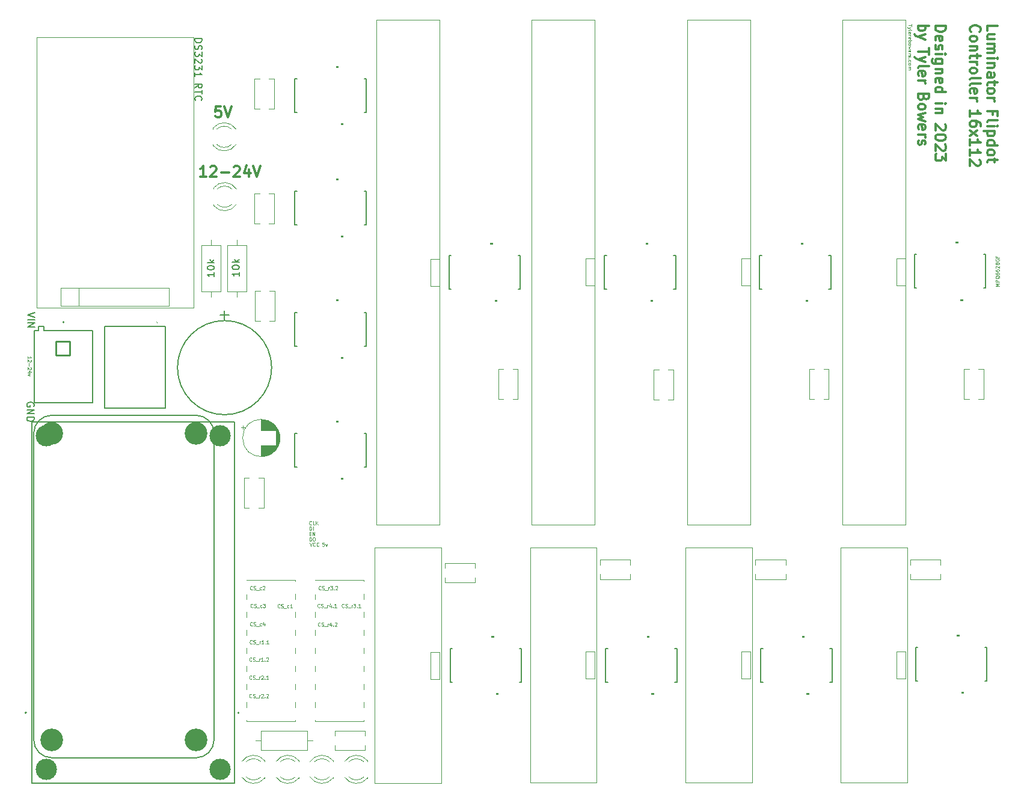
<source format=gto>
G04 #@! TF.GenerationSoftware,KiCad,Pcbnew,(7.0.0)*
G04 #@! TF.CreationDate,2023-12-21T14:48:03-05:00*
G04 #@! TF.ProjectId,luminator,6c756d69-6e61-4746-9f72-2e6b69636164,rev?*
G04 #@! TF.SameCoordinates,Original*
G04 #@! TF.FileFunction,Legend,Top*
G04 #@! TF.FilePolarity,Positive*
%FSLAX46Y46*%
G04 Gerber Fmt 4.6, Leading zero omitted, Abs format (unit mm)*
G04 Created by KiCad (PCBNEW (7.0.0)) date 2023-12-21 14:48:03*
%MOMM*%
%LPD*%
G01*
G04 APERTURE LIST*
G04 Aperture macros list*
%AMRoundRect*
0 Rectangle with rounded corners*
0 $1 Rounding radius*
0 $2 $3 $4 $5 $6 $7 $8 $9 X,Y pos of 4 corners*
0 Add a 4 corners polygon primitive as box body*
4,1,4,$2,$3,$4,$5,$6,$7,$8,$9,$2,$3,0*
0 Add four circle primitives for the rounded corners*
1,1,$1+$1,$2,$3*
1,1,$1+$1,$4,$5*
1,1,$1+$1,$6,$7*
1,1,$1+$1,$8,$9*
0 Add four rect primitives between the rounded corners*
20,1,$1+$1,$2,$3,$4,$5,0*
20,1,$1+$1,$4,$5,$6,$7,0*
20,1,$1+$1,$6,$7,$8,$9,0*
20,1,$1+$1,$8,$9,$2,$3,0*%
G04 Aperture macros list end*
%ADD10C,0.100000*%
%ADD11C,0.150000*%
%ADD12C,0.200000*%
%ADD13C,0.300000*%
%ADD14C,0.120000*%
%ADD15C,0.127000*%
%ADD16C,0.152400*%
%ADD17C,3.200000*%
%ADD18C,3.000000*%
%ADD19C,1.600000*%
%ADD20O,1.600000X1.600000*%
%ADD21R,1.800000X1.800000*%
%ADD22C,1.800000*%
%ADD23R,1.930000X1.930000*%
%ADD24C,1.930000*%
%ADD25R,1.600000X1.600000*%
%ADD26C,1.498600*%
%ADD27C,1.524000*%
%ADD28R,1.295400X1.295400*%
%ADD29C,1.295400*%
%ADD30R,0.355600X1.473200*%
%ADD31R,6.000001X3.200001*%
%ADD32R,1.665000X1.665000*%
%ADD33C,1.665000*%
%ADD34R,2.000000X2.000000*%
%ADD35C,2.000000*%
%ADD36RoundRect,0.102000X-0.975000X0.975000X-0.975000X-0.975000X0.975000X-0.975000X0.975000X0.975000X0*%
%ADD37C,2.154000*%
%ADD38C,1.371600*%
G04 APERTURE END LIST*
D10*
X78662161Y-109165171D02*
X78638352Y-109188980D01*
X78638352Y-109188980D02*
X78566923Y-109212790D01*
X78566923Y-109212790D02*
X78519304Y-109212790D01*
X78519304Y-109212790D02*
X78447876Y-109188980D01*
X78447876Y-109188980D02*
X78400257Y-109141361D01*
X78400257Y-109141361D02*
X78376447Y-109093742D01*
X78376447Y-109093742D02*
X78352638Y-108998504D01*
X78352638Y-108998504D02*
X78352638Y-108927076D01*
X78352638Y-108927076D02*
X78376447Y-108831838D01*
X78376447Y-108831838D02*
X78400257Y-108784219D01*
X78400257Y-108784219D02*
X78447876Y-108736600D01*
X78447876Y-108736600D02*
X78519304Y-108712790D01*
X78519304Y-108712790D02*
X78566923Y-108712790D01*
X78566923Y-108712790D02*
X78638352Y-108736600D01*
X78638352Y-108736600D02*
X78662161Y-108760409D01*
X78852638Y-109188980D02*
X78924066Y-109212790D01*
X78924066Y-109212790D02*
X79043114Y-109212790D01*
X79043114Y-109212790D02*
X79090733Y-109188980D01*
X79090733Y-109188980D02*
X79114542Y-109165171D01*
X79114542Y-109165171D02*
X79138352Y-109117552D01*
X79138352Y-109117552D02*
X79138352Y-109069933D01*
X79138352Y-109069933D02*
X79114542Y-109022314D01*
X79114542Y-109022314D02*
X79090733Y-108998504D01*
X79090733Y-108998504D02*
X79043114Y-108974695D01*
X79043114Y-108974695D02*
X78947876Y-108950885D01*
X78947876Y-108950885D02*
X78900257Y-108927076D01*
X78900257Y-108927076D02*
X78876447Y-108903266D01*
X78876447Y-108903266D02*
X78852638Y-108855647D01*
X78852638Y-108855647D02*
X78852638Y-108808028D01*
X78852638Y-108808028D02*
X78876447Y-108760409D01*
X78876447Y-108760409D02*
X78900257Y-108736600D01*
X78900257Y-108736600D02*
X78947876Y-108712790D01*
X78947876Y-108712790D02*
X79066923Y-108712790D01*
X79066923Y-108712790D02*
X79138352Y-108736600D01*
X79233590Y-109260409D02*
X79614542Y-109260409D01*
X79947875Y-109188980D02*
X79900256Y-109212790D01*
X79900256Y-109212790D02*
X79805018Y-109212790D01*
X79805018Y-109212790D02*
X79757399Y-109188980D01*
X79757399Y-109188980D02*
X79733589Y-109165171D01*
X79733589Y-109165171D02*
X79709780Y-109117552D01*
X79709780Y-109117552D02*
X79709780Y-108974695D01*
X79709780Y-108974695D02*
X79733589Y-108927076D01*
X79733589Y-108927076D02*
X79757399Y-108903266D01*
X79757399Y-108903266D02*
X79805018Y-108879457D01*
X79805018Y-108879457D02*
X79900256Y-108879457D01*
X79900256Y-108879457D02*
X79947875Y-108903266D01*
X80138351Y-108760409D02*
X80162160Y-108736600D01*
X80162160Y-108736600D02*
X80209779Y-108712790D01*
X80209779Y-108712790D02*
X80328827Y-108712790D01*
X80328827Y-108712790D02*
X80376446Y-108736600D01*
X80376446Y-108736600D02*
X80400255Y-108760409D01*
X80400255Y-108760409D02*
X80424065Y-108808028D01*
X80424065Y-108808028D02*
X80424065Y-108855647D01*
X80424065Y-108855647D02*
X80400255Y-108927076D01*
X80400255Y-108927076D02*
X80114541Y-109212790D01*
X80114541Y-109212790D02*
X80424065Y-109212790D01*
X78560561Y-124354371D02*
X78536752Y-124378180D01*
X78536752Y-124378180D02*
X78465323Y-124401990D01*
X78465323Y-124401990D02*
X78417704Y-124401990D01*
X78417704Y-124401990D02*
X78346276Y-124378180D01*
X78346276Y-124378180D02*
X78298657Y-124330561D01*
X78298657Y-124330561D02*
X78274847Y-124282942D01*
X78274847Y-124282942D02*
X78251038Y-124187704D01*
X78251038Y-124187704D02*
X78251038Y-124116276D01*
X78251038Y-124116276D02*
X78274847Y-124021038D01*
X78274847Y-124021038D02*
X78298657Y-123973419D01*
X78298657Y-123973419D02*
X78346276Y-123925800D01*
X78346276Y-123925800D02*
X78417704Y-123901990D01*
X78417704Y-123901990D02*
X78465323Y-123901990D01*
X78465323Y-123901990D02*
X78536752Y-123925800D01*
X78536752Y-123925800D02*
X78560561Y-123949609D01*
X78751038Y-124378180D02*
X78822466Y-124401990D01*
X78822466Y-124401990D02*
X78941514Y-124401990D01*
X78941514Y-124401990D02*
X78989133Y-124378180D01*
X78989133Y-124378180D02*
X79012942Y-124354371D01*
X79012942Y-124354371D02*
X79036752Y-124306752D01*
X79036752Y-124306752D02*
X79036752Y-124259133D01*
X79036752Y-124259133D02*
X79012942Y-124211514D01*
X79012942Y-124211514D02*
X78989133Y-124187704D01*
X78989133Y-124187704D02*
X78941514Y-124163895D01*
X78941514Y-124163895D02*
X78846276Y-124140085D01*
X78846276Y-124140085D02*
X78798657Y-124116276D01*
X78798657Y-124116276D02*
X78774847Y-124092466D01*
X78774847Y-124092466D02*
X78751038Y-124044847D01*
X78751038Y-124044847D02*
X78751038Y-123997228D01*
X78751038Y-123997228D02*
X78774847Y-123949609D01*
X78774847Y-123949609D02*
X78798657Y-123925800D01*
X78798657Y-123925800D02*
X78846276Y-123901990D01*
X78846276Y-123901990D02*
X78965323Y-123901990D01*
X78965323Y-123901990D02*
X79036752Y-123925800D01*
X79131990Y-124449609D02*
X79512942Y-124449609D01*
X79631989Y-124401990D02*
X79631989Y-124068657D01*
X79631989Y-124163895D02*
X79655799Y-124116276D01*
X79655799Y-124116276D02*
X79679608Y-124092466D01*
X79679608Y-124092466D02*
X79727227Y-124068657D01*
X79727227Y-124068657D02*
X79774846Y-124068657D01*
X79917704Y-123949609D02*
X79941513Y-123925800D01*
X79941513Y-123925800D02*
X79989132Y-123901990D01*
X79989132Y-123901990D02*
X80108180Y-123901990D01*
X80108180Y-123901990D02*
X80155799Y-123925800D01*
X80155799Y-123925800D02*
X80179608Y-123949609D01*
X80179608Y-123949609D02*
X80203418Y-123997228D01*
X80203418Y-123997228D02*
X80203418Y-124044847D01*
X80203418Y-124044847D02*
X80179608Y-124116276D01*
X80179608Y-124116276D02*
X79893894Y-124401990D01*
X79893894Y-124401990D02*
X80203418Y-124401990D01*
X80417703Y-124354371D02*
X80441513Y-124378180D01*
X80441513Y-124378180D02*
X80417703Y-124401990D01*
X80417703Y-124401990D02*
X80393894Y-124378180D01*
X80393894Y-124378180D02*
X80417703Y-124354371D01*
X80417703Y-124354371D02*
X80417703Y-124401990D01*
X80631989Y-123949609D02*
X80655798Y-123925800D01*
X80655798Y-123925800D02*
X80703417Y-123901990D01*
X80703417Y-123901990D02*
X80822465Y-123901990D01*
X80822465Y-123901990D02*
X80870084Y-123925800D01*
X80870084Y-123925800D02*
X80893893Y-123949609D01*
X80893893Y-123949609D02*
X80917703Y-123997228D01*
X80917703Y-123997228D02*
X80917703Y-124044847D01*
X80917703Y-124044847D02*
X80893893Y-124116276D01*
X80893893Y-124116276D02*
X80608179Y-124401990D01*
X80608179Y-124401990D02*
X80917703Y-124401990D01*
D11*
X123743001Y-130685380D02*
X123743001Y-130923476D01*
X123504906Y-130828238D02*
X123743001Y-130923476D01*
X123743001Y-130923476D02*
X123981096Y-130828238D01*
X123600144Y-131113952D02*
X123743001Y-130923476D01*
X123743001Y-130923476D02*
X123885858Y-131113952D01*
X145587001Y-130685380D02*
X145587001Y-130923476D01*
X145348906Y-130828238D02*
X145587001Y-130923476D01*
X145587001Y-130923476D02*
X145825096Y-130828238D01*
X145444144Y-131113952D02*
X145587001Y-130923476D01*
X145587001Y-130923476D02*
X145729858Y-131113952D01*
X101854000Y-130685380D02*
X101854000Y-130923476D01*
X101615905Y-130828238D02*
X101854000Y-130923476D01*
X101854000Y-130923476D02*
X102092095Y-130828238D01*
X101711143Y-131113952D02*
X101854000Y-130923476D01*
X101854000Y-130923476D02*
X101996857Y-131113952D01*
D12*
X48004419Y-70148438D02*
X47004419Y-70481771D01*
X47004419Y-70481771D02*
X48004419Y-70815104D01*
X47004419Y-71148438D02*
X48004419Y-71148438D01*
X47004419Y-71624628D02*
X48004419Y-71624628D01*
X48004419Y-71624628D02*
X47004419Y-72196056D01*
X47004419Y-72196056D02*
X48004419Y-72196056D01*
D10*
X46997209Y-76631752D02*
X46997209Y-76346038D01*
X46997209Y-76488895D02*
X47497209Y-76488895D01*
X47497209Y-76488895D02*
X47425780Y-76441276D01*
X47425780Y-76441276D02*
X47378161Y-76393657D01*
X47378161Y-76393657D02*
X47354352Y-76346038D01*
X47449590Y-76822228D02*
X47473400Y-76846037D01*
X47473400Y-76846037D02*
X47497209Y-76893656D01*
X47497209Y-76893656D02*
X47497209Y-77012704D01*
X47497209Y-77012704D02*
X47473400Y-77060323D01*
X47473400Y-77060323D02*
X47449590Y-77084132D01*
X47449590Y-77084132D02*
X47401971Y-77107942D01*
X47401971Y-77107942D02*
X47354352Y-77107942D01*
X47354352Y-77107942D02*
X47282923Y-77084132D01*
X47282923Y-77084132D02*
X46997209Y-76798418D01*
X46997209Y-76798418D02*
X46997209Y-77107942D01*
X47187685Y-77322227D02*
X47187685Y-77703180D01*
X47449590Y-77917466D02*
X47473400Y-77941275D01*
X47473400Y-77941275D02*
X47497209Y-77988894D01*
X47497209Y-77988894D02*
X47497209Y-78107942D01*
X47497209Y-78107942D02*
X47473400Y-78155561D01*
X47473400Y-78155561D02*
X47449590Y-78179370D01*
X47449590Y-78179370D02*
X47401971Y-78203180D01*
X47401971Y-78203180D02*
X47354352Y-78203180D01*
X47354352Y-78203180D02*
X47282923Y-78179370D01*
X47282923Y-78179370D02*
X46997209Y-77893656D01*
X46997209Y-77893656D02*
X46997209Y-78203180D01*
X47330542Y-78631751D02*
X46997209Y-78631751D01*
X47521019Y-78512703D02*
X47163876Y-78393656D01*
X47163876Y-78393656D02*
X47163876Y-78703179D01*
X47330542Y-78846036D02*
X46997209Y-78965084D01*
X46997209Y-78965084D02*
X47330542Y-79084131D01*
D11*
X145587001Y-130685380D02*
X145587001Y-130923476D01*
X145348906Y-130828238D02*
X145587001Y-130923476D01*
X145587001Y-130923476D02*
X145825096Y-130828238D01*
X145444144Y-131113952D02*
X145587001Y-130923476D01*
X145587001Y-130923476D02*
X145729858Y-131113952D01*
D10*
X91565361Y-111654371D02*
X91541552Y-111678180D01*
X91541552Y-111678180D02*
X91470123Y-111701990D01*
X91470123Y-111701990D02*
X91422504Y-111701990D01*
X91422504Y-111701990D02*
X91351076Y-111678180D01*
X91351076Y-111678180D02*
X91303457Y-111630561D01*
X91303457Y-111630561D02*
X91279647Y-111582942D01*
X91279647Y-111582942D02*
X91255838Y-111487704D01*
X91255838Y-111487704D02*
X91255838Y-111416276D01*
X91255838Y-111416276D02*
X91279647Y-111321038D01*
X91279647Y-111321038D02*
X91303457Y-111273419D01*
X91303457Y-111273419D02*
X91351076Y-111225800D01*
X91351076Y-111225800D02*
X91422504Y-111201990D01*
X91422504Y-111201990D02*
X91470123Y-111201990D01*
X91470123Y-111201990D02*
X91541552Y-111225800D01*
X91541552Y-111225800D02*
X91565361Y-111249609D01*
X91755838Y-111678180D02*
X91827266Y-111701990D01*
X91827266Y-111701990D02*
X91946314Y-111701990D01*
X91946314Y-111701990D02*
X91993933Y-111678180D01*
X91993933Y-111678180D02*
X92017742Y-111654371D01*
X92017742Y-111654371D02*
X92041552Y-111606752D01*
X92041552Y-111606752D02*
X92041552Y-111559133D01*
X92041552Y-111559133D02*
X92017742Y-111511514D01*
X92017742Y-111511514D02*
X91993933Y-111487704D01*
X91993933Y-111487704D02*
X91946314Y-111463895D01*
X91946314Y-111463895D02*
X91851076Y-111440085D01*
X91851076Y-111440085D02*
X91803457Y-111416276D01*
X91803457Y-111416276D02*
X91779647Y-111392466D01*
X91779647Y-111392466D02*
X91755838Y-111344847D01*
X91755838Y-111344847D02*
X91755838Y-111297228D01*
X91755838Y-111297228D02*
X91779647Y-111249609D01*
X91779647Y-111249609D02*
X91803457Y-111225800D01*
X91803457Y-111225800D02*
X91851076Y-111201990D01*
X91851076Y-111201990D02*
X91970123Y-111201990D01*
X91970123Y-111201990D02*
X92041552Y-111225800D01*
X92136790Y-111749609D02*
X92517742Y-111749609D01*
X92636789Y-111701990D02*
X92636789Y-111368657D01*
X92636789Y-111463895D02*
X92660599Y-111416276D01*
X92660599Y-111416276D02*
X92684408Y-111392466D01*
X92684408Y-111392466D02*
X92732027Y-111368657D01*
X92732027Y-111368657D02*
X92779646Y-111368657D01*
X92898694Y-111201990D02*
X93208218Y-111201990D01*
X93208218Y-111201990D02*
X93041551Y-111392466D01*
X93041551Y-111392466D02*
X93112980Y-111392466D01*
X93112980Y-111392466D02*
X93160599Y-111416276D01*
X93160599Y-111416276D02*
X93184408Y-111440085D01*
X93184408Y-111440085D02*
X93208218Y-111487704D01*
X93208218Y-111487704D02*
X93208218Y-111606752D01*
X93208218Y-111606752D02*
X93184408Y-111654371D01*
X93184408Y-111654371D02*
X93160599Y-111678180D01*
X93160599Y-111678180D02*
X93112980Y-111701990D01*
X93112980Y-111701990D02*
X92970123Y-111701990D01*
X92970123Y-111701990D02*
X92922504Y-111678180D01*
X92922504Y-111678180D02*
X92898694Y-111654371D01*
X93422503Y-111654371D02*
X93446313Y-111678180D01*
X93446313Y-111678180D02*
X93422503Y-111701990D01*
X93422503Y-111701990D02*
X93398694Y-111678180D01*
X93398694Y-111678180D02*
X93422503Y-111654371D01*
X93422503Y-111654371D02*
X93422503Y-111701990D01*
X93922503Y-111701990D02*
X93636789Y-111701990D01*
X93779646Y-111701990D02*
X93779646Y-111201990D01*
X93779646Y-111201990D02*
X93732027Y-111273419D01*
X93732027Y-111273419D02*
X93684408Y-111321038D01*
X93684408Y-111321038D02*
X93636789Y-111344847D01*
X86993361Y-100021171D02*
X86969552Y-100044980D01*
X86969552Y-100044980D02*
X86898123Y-100068790D01*
X86898123Y-100068790D02*
X86850504Y-100068790D01*
X86850504Y-100068790D02*
X86779076Y-100044980D01*
X86779076Y-100044980D02*
X86731457Y-99997361D01*
X86731457Y-99997361D02*
X86707647Y-99949742D01*
X86707647Y-99949742D02*
X86683838Y-99854504D01*
X86683838Y-99854504D02*
X86683838Y-99783076D01*
X86683838Y-99783076D02*
X86707647Y-99687838D01*
X86707647Y-99687838D02*
X86731457Y-99640219D01*
X86731457Y-99640219D02*
X86779076Y-99592600D01*
X86779076Y-99592600D02*
X86850504Y-99568790D01*
X86850504Y-99568790D02*
X86898123Y-99568790D01*
X86898123Y-99568790D02*
X86969552Y-99592600D01*
X86969552Y-99592600D02*
X86993361Y-99616409D01*
X87445742Y-100068790D02*
X87207647Y-100068790D01*
X87207647Y-100068790D02*
X87207647Y-99568790D01*
X87612409Y-100068790D02*
X87612409Y-99568790D01*
X87898123Y-100068790D02*
X87683838Y-99783076D01*
X87898123Y-99568790D02*
X87612409Y-99854504D01*
X88161761Y-111654371D02*
X88137952Y-111678180D01*
X88137952Y-111678180D02*
X88066523Y-111701990D01*
X88066523Y-111701990D02*
X88018904Y-111701990D01*
X88018904Y-111701990D02*
X87947476Y-111678180D01*
X87947476Y-111678180D02*
X87899857Y-111630561D01*
X87899857Y-111630561D02*
X87876047Y-111582942D01*
X87876047Y-111582942D02*
X87852238Y-111487704D01*
X87852238Y-111487704D02*
X87852238Y-111416276D01*
X87852238Y-111416276D02*
X87876047Y-111321038D01*
X87876047Y-111321038D02*
X87899857Y-111273419D01*
X87899857Y-111273419D02*
X87947476Y-111225800D01*
X87947476Y-111225800D02*
X88018904Y-111201990D01*
X88018904Y-111201990D02*
X88066523Y-111201990D01*
X88066523Y-111201990D02*
X88137952Y-111225800D01*
X88137952Y-111225800D02*
X88161761Y-111249609D01*
X88352238Y-111678180D02*
X88423666Y-111701990D01*
X88423666Y-111701990D02*
X88542714Y-111701990D01*
X88542714Y-111701990D02*
X88590333Y-111678180D01*
X88590333Y-111678180D02*
X88614142Y-111654371D01*
X88614142Y-111654371D02*
X88637952Y-111606752D01*
X88637952Y-111606752D02*
X88637952Y-111559133D01*
X88637952Y-111559133D02*
X88614142Y-111511514D01*
X88614142Y-111511514D02*
X88590333Y-111487704D01*
X88590333Y-111487704D02*
X88542714Y-111463895D01*
X88542714Y-111463895D02*
X88447476Y-111440085D01*
X88447476Y-111440085D02*
X88399857Y-111416276D01*
X88399857Y-111416276D02*
X88376047Y-111392466D01*
X88376047Y-111392466D02*
X88352238Y-111344847D01*
X88352238Y-111344847D02*
X88352238Y-111297228D01*
X88352238Y-111297228D02*
X88376047Y-111249609D01*
X88376047Y-111249609D02*
X88399857Y-111225800D01*
X88399857Y-111225800D02*
X88447476Y-111201990D01*
X88447476Y-111201990D02*
X88566523Y-111201990D01*
X88566523Y-111201990D02*
X88637952Y-111225800D01*
X88733190Y-111749609D02*
X89114142Y-111749609D01*
X89233189Y-111701990D02*
X89233189Y-111368657D01*
X89233189Y-111463895D02*
X89256999Y-111416276D01*
X89256999Y-111416276D02*
X89280808Y-111392466D01*
X89280808Y-111392466D02*
X89328427Y-111368657D01*
X89328427Y-111368657D02*
X89376046Y-111368657D01*
X89756999Y-111368657D02*
X89756999Y-111701990D01*
X89637951Y-111178180D02*
X89518904Y-111535323D01*
X89518904Y-111535323D02*
X89828427Y-111535323D01*
X90018903Y-111654371D02*
X90042713Y-111678180D01*
X90042713Y-111678180D02*
X90018903Y-111701990D01*
X90018903Y-111701990D02*
X89995094Y-111678180D01*
X89995094Y-111678180D02*
X90018903Y-111654371D01*
X90018903Y-111654371D02*
X90018903Y-111701990D01*
X90518903Y-111701990D02*
X90233189Y-111701990D01*
X90376046Y-111701990D02*
X90376046Y-111201990D01*
X90376046Y-111201990D02*
X90328427Y-111273419D01*
X90328427Y-111273419D02*
X90280808Y-111321038D01*
X90280808Y-111321038D02*
X90233189Y-111344847D01*
X82522961Y-111705171D02*
X82499152Y-111728980D01*
X82499152Y-111728980D02*
X82427723Y-111752790D01*
X82427723Y-111752790D02*
X82380104Y-111752790D01*
X82380104Y-111752790D02*
X82308676Y-111728980D01*
X82308676Y-111728980D02*
X82261057Y-111681361D01*
X82261057Y-111681361D02*
X82237247Y-111633742D01*
X82237247Y-111633742D02*
X82213438Y-111538504D01*
X82213438Y-111538504D02*
X82213438Y-111467076D01*
X82213438Y-111467076D02*
X82237247Y-111371838D01*
X82237247Y-111371838D02*
X82261057Y-111324219D01*
X82261057Y-111324219D02*
X82308676Y-111276600D01*
X82308676Y-111276600D02*
X82380104Y-111252790D01*
X82380104Y-111252790D02*
X82427723Y-111252790D01*
X82427723Y-111252790D02*
X82499152Y-111276600D01*
X82499152Y-111276600D02*
X82522961Y-111300409D01*
X82713438Y-111728980D02*
X82784866Y-111752790D01*
X82784866Y-111752790D02*
X82903914Y-111752790D01*
X82903914Y-111752790D02*
X82951533Y-111728980D01*
X82951533Y-111728980D02*
X82975342Y-111705171D01*
X82975342Y-111705171D02*
X82999152Y-111657552D01*
X82999152Y-111657552D02*
X82999152Y-111609933D01*
X82999152Y-111609933D02*
X82975342Y-111562314D01*
X82975342Y-111562314D02*
X82951533Y-111538504D01*
X82951533Y-111538504D02*
X82903914Y-111514695D01*
X82903914Y-111514695D02*
X82808676Y-111490885D01*
X82808676Y-111490885D02*
X82761057Y-111467076D01*
X82761057Y-111467076D02*
X82737247Y-111443266D01*
X82737247Y-111443266D02*
X82713438Y-111395647D01*
X82713438Y-111395647D02*
X82713438Y-111348028D01*
X82713438Y-111348028D02*
X82737247Y-111300409D01*
X82737247Y-111300409D02*
X82761057Y-111276600D01*
X82761057Y-111276600D02*
X82808676Y-111252790D01*
X82808676Y-111252790D02*
X82927723Y-111252790D01*
X82927723Y-111252790D02*
X82999152Y-111276600D01*
X83094390Y-111800409D02*
X83475342Y-111800409D01*
X83808675Y-111728980D02*
X83761056Y-111752790D01*
X83761056Y-111752790D02*
X83665818Y-111752790D01*
X83665818Y-111752790D02*
X83618199Y-111728980D01*
X83618199Y-111728980D02*
X83594389Y-111705171D01*
X83594389Y-111705171D02*
X83570580Y-111657552D01*
X83570580Y-111657552D02*
X83570580Y-111514695D01*
X83570580Y-111514695D02*
X83594389Y-111467076D01*
X83594389Y-111467076D02*
X83618199Y-111443266D01*
X83618199Y-111443266D02*
X83665818Y-111419457D01*
X83665818Y-111419457D02*
X83761056Y-111419457D01*
X83761056Y-111419457D02*
X83808675Y-111443266D01*
X84284865Y-111752790D02*
X83999151Y-111752790D01*
X84142008Y-111752790D02*
X84142008Y-111252790D01*
X84142008Y-111252790D02*
X84094389Y-111324219D01*
X84094389Y-111324219D02*
X84046770Y-111371838D01*
X84046770Y-111371838D02*
X83999151Y-111395647D01*
X78712961Y-111654371D02*
X78689152Y-111678180D01*
X78689152Y-111678180D02*
X78617723Y-111701990D01*
X78617723Y-111701990D02*
X78570104Y-111701990D01*
X78570104Y-111701990D02*
X78498676Y-111678180D01*
X78498676Y-111678180D02*
X78451057Y-111630561D01*
X78451057Y-111630561D02*
X78427247Y-111582942D01*
X78427247Y-111582942D02*
X78403438Y-111487704D01*
X78403438Y-111487704D02*
X78403438Y-111416276D01*
X78403438Y-111416276D02*
X78427247Y-111321038D01*
X78427247Y-111321038D02*
X78451057Y-111273419D01*
X78451057Y-111273419D02*
X78498676Y-111225800D01*
X78498676Y-111225800D02*
X78570104Y-111201990D01*
X78570104Y-111201990D02*
X78617723Y-111201990D01*
X78617723Y-111201990D02*
X78689152Y-111225800D01*
X78689152Y-111225800D02*
X78712961Y-111249609D01*
X78903438Y-111678180D02*
X78974866Y-111701990D01*
X78974866Y-111701990D02*
X79093914Y-111701990D01*
X79093914Y-111701990D02*
X79141533Y-111678180D01*
X79141533Y-111678180D02*
X79165342Y-111654371D01*
X79165342Y-111654371D02*
X79189152Y-111606752D01*
X79189152Y-111606752D02*
X79189152Y-111559133D01*
X79189152Y-111559133D02*
X79165342Y-111511514D01*
X79165342Y-111511514D02*
X79141533Y-111487704D01*
X79141533Y-111487704D02*
X79093914Y-111463895D01*
X79093914Y-111463895D02*
X78998676Y-111440085D01*
X78998676Y-111440085D02*
X78951057Y-111416276D01*
X78951057Y-111416276D02*
X78927247Y-111392466D01*
X78927247Y-111392466D02*
X78903438Y-111344847D01*
X78903438Y-111344847D02*
X78903438Y-111297228D01*
X78903438Y-111297228D02*
X78927247Y-111249609D01*
X78927247Y-111249609D02*
X78951057Y-111225800D01*
X78951057Y-111225800D02*
X78998676Y-111201990D01*
X78998676Y-111201990D02*
X79117723Y-111201990D01*
X79117723Y-111201990D02*
X79189152Y-111225800D01*
X79284390Y-111749609D02*
X79665342Y-111749609D01*
X79998675Y-111678180D02*
X79951056Y-111701990D01*
X79951056Y-111701990D02*
X79855818Y-111701990D01*
X79855818Y-111701990D02*
X79808199Y-111678180D01*
X79808199Y-111678180D02*
X79784389Y-111654371D01*
X79784389Y-111654371D02*
X79760580Y-111606752D01*
X79760580Y-111606752D02*
X79760580Y-111463895D01*
X79760580Y-111463895D02*
X79784389Y-111416276D01*
X79784389Y-111416276D02*
X79808199Y-111392466D01*
X79808199Y-111392466D02*
X79855818Y-111368657D01*
X79855818Y-111368657D02*
X79951056Y-111368657D01*
X79951056Y-111368657D02*
X79998675Y-111392466D01*
X80165341Y-111201990D02*
X80474865Y-111201990D01*
X80474865Y-111201990D02*
X80308198Y-111392466D01*
X80308198Y-111392466D02*
X80379627Y-111392466D01*
X80379627Y-111392466D02*
X80427246Y-111416276D01*
X80427246Y-111416276D02*
X80451055Y-111440085D01*
X80451055Y-111440085D02*
X80474865Y-111487704D01*
X80474865Y-111487704D02*
X80474865Y-111606752D01*
X80474865Y-111606752D02*
X80451055Y-111654371D01*
X80451055Y-111654371D02*
X80427246Y-111678180D01*
X80427246Y-111678180D02*
X80379627Y-111701990D01*
X80379627Y-111701990D02*
X80236770Y-111701990D01*
X80236770Y-111701990D02*
X80189151Y-111678180D01*
X80189151Y-111678180D02*
X80165341Y-111654371D01*
D12*
X47880600Y-83388104D02*
X47928219Y-83292866D01*
X47928219Y-83292866D02*
X47928219Y-83150009D01*
X47928219Y-83150009D02*
X47880600Y-83007152D01*
X47880600Y-83007152D02*
X47785361Y-82911914D01*
X47785361Y-82911914D02*
X47690123Y-82864295D01*
X47690123Y-82864295D02*
X47499647Y-82816676D01*
X47499647Y-82816676D02*
X47356790Y-82816676D01*
X47356790Y-82816676D02*
X47166314Y-82864295D01*
X47166314Y-82864295D02*
X47071076Y-82911914D01*
X47071076Y-82911914D02*
X46975838Y-83007152D01*
X46975838Y-83007152D02*
X46928219Y-83150009D01*
X46928219Y-83150009D02*
X46928219Y-83245247D01*
X46928219Y-83245247D02*
X46975838Y-83388104D01*
X46975838Y-83388104D02*
X47023457Y-83435723D01*
X47023457Y-83435723D02*
X47356790Y-83435723D01*
X47356790Y-83435723D02*
X47356790Y-83245247D01*
X46928219Y-83864295D02*
X47928219Y-83864295D01*
X47928219Y-83864295D02*
X46928219Y-84435723D01*
X46928219Y-84435723D02*
X47928219Y-84435723D01*
X46928219Y-84911914D02*
X47928219Y-84911914D01*
X47928219Y-84911914D02*
X47928219Y-85150009D01*
X47928219Y-85150009D02*
X47880600Y-85292866D01*
X47880600Y-85292866D02*
X47785361Y-85388104D01*
X47785361Y-85388104D02*
X47690123Y-85435723D01*
X47690123Y-85435723D02*
X47499647Y-85483342D01*
X47499647Y-85483342D02*
X47356790Y-85483342D01*
X47356790Y-85483342D02*
X47166314Y-85435723D01*
X47166314Y-85435723D02*
X47071076Y-85388104D01*
X47071076Y-85388104D02*
X46975838Y-85292866D01*
X46975838Y-85292866D02*
X46928219Y-85150009D01*
X46928219Y-85150009D02*
X46928219Y-84911914D01*
D10*
X88314161Y-109165171D02*
X88290352Y-109188980D01*
X88290352Y-109188980D02*
X88218923Y-109212790D01*
X88218923Y-109212790D02*
X88171304Y-109212790D01*
X88171304Y-109212790D02*
X88099876Y-109188980D01*
X88099876Y-109188980D02*
X88052257Y-109141361D01*
X88052257Y-109141361D02*
X88028447Y-109093742D01*
X88028447Y-109093742D02*
X88004638Y-108998504D01*
X88004638Y-108998504D02*
X88004638Y-108927076D01*
X88004638Y-108927076D02*
X88028447Y-108831838D01*
X88028447Y-108831838D02*
X88052257Y-108784219D01*
X88052257Y-108784219D02*
X88099876Y-108736600D01*
X88099876Y-108736600D02*
X88171304Y-108712790D01*
X88171304Y-108712790D02*
X88218923Y-108712790D01*
X88218923Y-108712790D02*
X88290352Y-108736600D01*
X88290352Y-108736600D02*
X88314161Y-108760409D01*
X88504638Y-109188980D02*
X88576066Y-109212790D01*
X88576066Y-109212790D02*
X88695114Y-109212790D01*
X88695114Y-109212790D02*
X88742733Y-109188980D01*
X88742733Y-109188980D02*
X88766542Y-109165171D01*
X88766542Y-109165171D02*
X88790352Y-109117552D01*
X88790352Y-109117552D02*
X88790352Y-109069933D01*
X88790352Y-109069933D02*
X88766542Y-109022314D01*
X88766542Y-109022314D02*
X88742733Y-108998504D01*
X88742733Y-108998504D02*
X88695114Y-108974695D01*
X88695114Y-108974695D02*
X88599876Y-108950885D01*
X88599876Y-108950885D02*
X88552257Y-108927076D01*
X88552257Y-108927076D02*
X88528447Y-108903266D01*
X88528447Y-108903266D02*
X88504638Y-108855647D01*
X88504638Y-108855647D02*
X88504638Y-108808028D01*
X88504638Y-108808028D02*
X88528447Y-108760409D01*
X88528447Y-108760409D02*
X88552257Y-108736600D01*
X88552257Y-108736600D02*
X88599876Y-108712790D01*
X88599876Y-108712790D02*
X88718923Y-108712790D01*
X88718923Y-108712790D02*
X88790352Y-108736600D01*
X88885590Y-109260409D02*
X89266542Y-109260409D01*
X89385589Y-109212790D02*
X89385589Y-108879457D01*
X89385589Y-108974695D02*
X89409399Y-108927076D01*
X89409399Y-108927076D02*
X89433208Y-108903266D01*
X89433208Y-108903266D02*
X89480827Y-108879457D01*
X89480827Y-108879457D02*
X89528446Y-108879457D01*
X89647494Y-108712790D02*
X89957018Y-108712790D01*
X89957018Y-108712790D02*
X89790351Y-108903266D01*
X89790351Y-108903266D02*
X89861780Y-108903266D01*
X89861780Y-108903266D02*
X89909399Y-108927076D01*
X89909399Y-108927076D02*
X89933208Y-108950885D01*
X89933208Y-108950885D02*
X89957018Y-108998504D01*
X89957018Y-108998504D02*
X89957018Y-109117552D01*
X89957018Y-109117552D02*
X89933208Y-109165171D01*
X89933208Y-109165171D02*
X89909399Y-109188980D01*
X89909399Y-109188980D02*
X89861780Y-109212790D01*
X89861780Y-109212790D02*
X89718923Y-109212790D01*
X89718923Y-109212790D02*
X89671304Y-109188980D01*
X89671304Y-109188980D02*
X89647494Y-109165171D01*
X90171303Y-109165171D02*
X90195113Y-109188980D01*
X90195113Y-109188980D02*
X90171303Y-109212790D01*
X90171303Y-109212790D02*
X90147494Y-109188980D01*
X90147494Y-109188980D02*
X90171303Y-109165171D01*
X90171303Y-109165171D02*
X90171303Y-109212790D01*
X90385589Y-108760409D02*
X90409398Y-108736600D01*
X90409398Y-108736600D02*
X90457017Y-108712790D01*
X90457017Y-108712790D02*
X90576065Y-108712790D01*
X90576065Y-108712790D02*
X90623684Y-108736600D01*
X90623684Y-108736600D02*
X90647493Y-108760409D01*
X90647493Y-108760409D02*
X90671303Y-108808028D01*
X90671303Y-108808028D02*
X90671303Y-108855647D01*
X90671303Y-108855647D02*
X90647493Y-108927076D01*
X90647493Y-108927076D02*
X90361779Y-109212790D01*
X90361779Y-109212790D02*
X90671303Y-109212790D01*
D13*
X182131428Y-30484628D02*
X182131428Y-29770342D01*
X182131428Y-29770342D02*
X183631428Y-29770342D01*
X183131428Y-31627486D02*
X182131428Y-31627486D01*
X183131428Y-30984628D02*
X182345714Y-30984628D01*
X182345714Y-30984628D02*
X182202857Y-31056057D01*
X182202857Y-31056057D02*
X182131428Y-31198914D01*
X182131428Y-31198914D02*
X182131428Y-31413200D01*
X182131428Y-31413200D02*
X182202857Y-31556057D01*
X182202857Y-31556057D02*
X182274285Y-31627486D01*
X182131428Y-32341771D02*
X183131428Y-32341771D01*
X182988571Y-32341771D02*
X183060000Y-32413200D01*
X183060000Y-32413200D02*
X183131428Y-32556057D01*
X183131428Y-32556057D02*
X183131428Y-32770343D01*
X183131428Y-32770343D02*
X183060000Y-32913200D01*
X183060000Y-32913200D02*
X182917142Y-32984629D01*
X182917142Y-32984629D02*
X182131428Y-32984629D01*
X182917142Y-32984629D02*
X183060000Y-33056057D01*
X183060000Y-33056057D02*
X183131428Y-33198914D01*
X183131428Y-33198914D02*
X183131428Y-33413200D01*
X183131428Y-33413200D02*
X183060000Y-33556057D01*
X183060000Y-33556057D02*
X182917142Y-33627486D01*
X182917142Y-33627486D02*
X182131428Y-33627486D01*
X182131428Y-34341771D02*
X183131428Y-34341771D01*
X183631428Y-34341771D02*
X183560000Y-34270343D01*
X183560000Y-34270343D02*
X183488571Y-34341771D01*
X183488571Y-34341771D02*
X183560000Y-34413200D01*
X183560000Y-34413200D02*
X183631428Y-34341771D01*
X183631428Y-34341771D02*
X183488571Y-34341771D01*
X183131428Y-35056057D02*
X182131428Y-35056057D01*
X182988571Y-35056057D02*
X183060000Y-35127486D01*
X183060000Y-35127486D02*
X183131428Y-35270343D01*
X183131428Y-35270343D02*
X183131428Y-35484629D01*
X183131428Y-35484629D02*
X183060000Y-35627486D01*
X183060000Y-35627486D02*
X182917142Y-35698915D01*
X182917142Y-35698915D02*
X182131428Y-35698915D01*
X182131428Y-37056058D02*
X182917142Y-37056058D01*
X182917142Y-37056058D02*
X183060000Y-36984629D01*
X183060000Y-36984629D02*
X183131428Y-36841772D01*
X183131428Y-36841772D02*
X183131428Y-36556058D01*
X183131428Y-36556058D02*
X183060000Y-36413200D01*
X182202857Y-37056058D02*
X182131428Y-36913200D01*
X182131428Y-36913200D02*
X182131428Y-36556058D01*
X182131428Y-36556058D02*
X182202857Y-36413200D01*
X182202857Y-36413200D02*
X182345714Y-36341772D01*
X182345714Y-36341772D02*
X182488571Y-36341772D01*
X182488571Y-36341772D02*
X182631428Y-36413200D01*
X182631428Y-36413200D02*
X182702857Y-36556058D01*
X182702857Y-36556058D02*
X182702857Y-36913200D01*
X182702857Y-36913200D02*
X182774285Y-37056058D01*
X183131428Y-37556058D02*
X183131428Y-38127486D01*
X183631428Y-37770343D02*
X182345714Y-37770343D01*
X182345714Y-37770343D02*
X182202857Y-37841772D01*
X182202857Y-37841772D02*
X182131428Y-37984629D01*
X182131428Y-37984629D02*
X182131428Y-38127486D01*
X182131428Y-38841772D02*
X182202857Y-38698915D01*
X182202857Y-38698915D02*
X182274285Y-38627486D01*
X182274285Y-38627486D02*
X182417142Y-38556058D01*
X182417142Y-38556058D02*
X182845714Y-38556058D01*
X182845714Y-38556058D02*
X182988571Y-38627486D01*
X182988571Y-38627486D02*
X183060000Y-38698915D01*
X183060000Y-38698915D02*
X183131428Y-38841772D01*
X183131428Y-38841772D02*
X183131428Y-39056058D01*
X183131428Y-39056058D02*
X183060000Y-39198915D01*
X183060000Y-39198915D02*
X182988571Y-39270344D01*
X182988571Y-39270344D02*
X182845714Y-39341772D01*
X182845714Y-39341772D02*
X182417142Y-39341772D01*
X182417142Y-39341772D02*
X182274285Y-39270344D01*
X182274285Y-39270344D02*
X182202857Y-39198915D01*
X182202857Y-39198915D02*
X182131428Y-39056058D01*
X182131428Y-39056058D02*
X182131428Y-38841772D01*
X182131428Y-39984629D02*
X183131428Y-39984629D01*
X182845714Y-39984629D02*
X182988571Y-40056058D01*
X182988571Y-40056058D02*
X183060000Y-40127487D01*
X183060000Y-40127487D02*
X183131428Y-40270344D01*
X183131428Y-40270344D02*
X183131428Y-40413201D01*
X182917142Y-42313200D02*
X182917142Y-41813200D01*
X182131428Y-41813200D02*
X183631428Y-41813200D01*
X183631428Y-41813200D02*
X183631428Y-42527486D01*
X182131428Y-43313200D02*
X182202857Y-43170343D01*
X182202857Y-43170343D02*
X182345714Y-43098914D01*
X182345714Y-43098914D02*
X183631428Y-43098914D01*
X182131428Y-43884628D02*
X183131428Y-43884628D01*
X183631428Y-43884628D02*
X183560000Y-43813200D01*
X183560000Y-43813200D02*
X183488571Y-43884628D01*
X183488571Y-43884628D02*
X183560000Y-43956057D01*
X183560000Y-43956057D02*
X183631428Y-43884628D01*
X183631428Y-43884628D02*
X183488571Y-43884628D01*
X183131428Y-44598914D02*
X181631428Y-44598914D01*
X183060000Y-44598914D02*
X183131428Y-44741772D01*
X183131428Y-44741772D02*
X183131428Y-45027486D01*
X183131428Y-45027486D02*
X183060000Y-45170343D01*
X183060000Y-45170343D02*
X182988571Y-45241772D01*
X182988571Y-45241772D02*
X182845714Y-45313200D01*
X182845714Y-45313200D02*
X182417142Y-45313200D01*
X182417142Y-45313200D02*
X182274285Y-45241772D01*
X182274285Y-45241772D02*
X182202857Y-45170343D01*
X182202857Y-45170343D02*
X182131428Y-45027486D01*
X182131428Y-45027486D02*
X182131428Y-44741772D01*
X182131428Y-44741772D02*
X182202857Y-44598914D01*
X182131428Y-46598915D02*
X183631428Y-46598915D01*
X182202857Y-46598915D02*
X182131428Y-46456057D01*
X182131428Y-46456057D02*
X182131428Y-46170343D01*
X182131428Y-46170343D02*
X182202857Y-46027486D01*
X182202857Y-46027486D02*
X182274285Y-45956057D01*
X182274285Y-45956057D02*
X182417142Y-45884629D01*
X182417142Y-45884629D02*
X182845714Y-45884629D01*
X182845714Y-45884629D02*
X182988571Y-45956057D01*
X182988571Y-45956057D02*
X183060000Y-46027486D01*
X183060000Y-46027486D02*
X183131428Y-46170343D01*
X183131428Y-46170343D02*
X183131428Y-46456057D01*
X183131428Y-46456057D02*
X183060000Y-46598915D01*
X182131428Y-47527486D02*
X182202857Y-47384629D01*
X182202857Y-47384629D02*
X182274285Y-47313200D01*
X182274285Y-47313200D02*
X182417142Y-47241772D01*
X182417142Y-47241772D02*
X182845714Y-47241772D01*
X182845714Y-47241772D02*
X182988571Y-47313200D01*
X182988571Y-47313200D02*
X183060000Y-47384629D01*
X183060000Y-47384629D02*
X183131428Y-47527486D01*
X183131428Y-47527486D02*
X183131428Y-47741772D01*
X183131428Y-47741772D02*
X183060000Y-47884629D01*
X183060000Y-47884629D02*
X182988571Y-47956058D01*
X182988571Y-47956058D02*
X182845714Y-48027486D01*
X182845714Y-48027486D02*
X182417142Y-48027486D01*
X182417142Y-48027486D02*
X182274285Y-47956058D01*
X182274285Y-47956058D02*
X182202857Y-47884629D01*
X182202857Y-47884629D02*
X182131428Y-47741772D01*
X182131428Y-47741772D02*
X182131428Y-47527486D01*
X183131428Y-48456058D02*
X183131428Y-49027486D01*
X183631428Y-48670343D02*
X182345714Y-48670343D01*
X182345714Y-48670343D02*
X182202857Y-48741772D01*
X182202857Y-48741772D02*
X182131428Y-48884629D01*
X182131428Y-48884629D02*
X182131428Y-49027486D01*
X179844285Y-30627485D02*
X179772857Y-30556057D01*
X179772857Y-30556057D02*
X179701428Y-30341771D01*
X179701428Y-30341771D02*
X179701428Y-30198914D01*
X179701428Y-30198914D02*
X179772857Y-29984628D01*
X179772857Y-29984628D02*
X179915714Y-29841771D01*
X179915714Y-29841771D02*
X180058571Y-29770342D01*
X180058571Y-29770342D02*
X180344285Y-29698914D01*
X180344285Y-29698914D02*
X180558571Y-29698914D01*
X180558571Y-29698914D02*
X180844285Y-29770342D01*
X180844285Y-29770342D02*
X180987142Y-29841771D01*
X180987142Y-29841771D02*
X181130000Y-29984628D01*
X181130000Y-29984628D02*
X181201428Y-30198914D01*
X181201428Y-30198914D02*
X181201428Y-30341771D01*
X181201428Y-30341771D02*
X181130000Y-30556057D01*
X181130000Y-30556057D02*
X181058571Y-30627485D01*
X179701428Y-31484628D02*
X179772857Y-31341771D01*
X179772857Y-31341771D02*
X179844285Y-31270342D01*
X179844285Y-31270342D02*
X179987142Y-31198914D01*
X179987142Y-31198914D02*
X180415714Y-31198914D01*
X180415714Y-31198914D02*
X180558571Y-31270342D01*
X180558571Y-31270342D02*
X180630000Y-31341771D01*
X180630000Y-31341771D02*
X180701428Y-31484628D01*
X180701428Y-31484628D02*
X180701428Y-31698914D01*
X180701428Y-31698914D02*
X180630000Y-31841771D01*
X180630000Y-31841771D02*
X180558571Y-31913200D01*
X180558571Y-31913200D02*
X180415714Y-31984628D01*
X180415714Y-31984628D02*
X179987142Y-31984628D01*
X179987142Y-31984628D02*
X179844285Y-31913200D01*
X179844285Y-31913200D02*
X179772857Y-31841771D01*
X179772857Y-31841771D02*
X179701428Y-31698914D01*
X179701428Y-31698914D02*
X179701428Y-31484628D01*
X180701428Y-32627485D02*
X179701428Y-32627485D01*
X180558571Y-32627485D02*
X180630000Y-32698914D01*
X180630000Y-32698914D02*
X180701428Y-32841771D01*
X180701428Y-32841771D02*
X180701428Y-33056057D01*
X180701428Y-33056057D02*
X180630000Y-33198914D01*
X180630000Y-33198914D02*
X180487142Y-33270343D01*
X180487142Y-33270343D02*
X179701428Y-33270343D01*
X180701428Y-33770343D02*
X180701428Y-34341771D01*
X181201428Y-33984628D02*
X179915714Y-33984628D01*
X179915714Y-33984628D02*
X179772857Y-34056057D01*
X179772857Y-34056057D02*
X179701428Y-34198914D01*
X179701428Y-34198914D02*
X179701428Y-34341771D01*
X179701428Y-34841771D02*
X180701428Y-34841771D01*
X180415714Y-34841771D02*
X180558571Y-34913200D01*
X180558571Y-34913200D02*
X180630000Y-34984629D01*
X180630000Y-34984629D02*
X180701428Y-35127486D01*
X180701428Y-35127486D02*
X180701428Y-35270343D01*
X179701428Y-35984628D02*
X179772857Y-35841771D01*
X179772857Y-35841771D02*
X179844285Y-35770342D01*
X179844285Y-35770342D02*
X179987142Y-35698914D01*
X179987142Y-35698914D02*
X180415714Y-35698914D01*
X180415714Y-35698914D02*
X180558571Y-35770342D01*
X180558571Y-35770342D02*
X180630000Y-35841771D01*
X180630000Y-35841771D02*
X180701428Y-35984628D01*
X180701428Y-35984628D02*
X180701428Y-36198914D01*
X180701428Y-36198914D02*
X180630000Y-36341771D01*
X180630000Y-36341771D02*
X180558571Y-36413200D01*
X180558571Y-36413200D02*
X180415714Y-36484628D01*
X180415714Y-36484628D02*
X179987142Y-36484628D01*
X179987142Y-36484628D02*
X179844285Y-36413200D01*
X179844285Y-36413200D02*
X179772857Y-36341771D01*
X179772857Y-36341771D02*
X179701428Y-36198914D01*
X179701428Y-36198914D02*
X179701428Y-35984628D01*
X179701428Y-37341771D02*
X179772857Y-37198914D01*
X179772857Y-37198914D02*
X179915714Y-37127485D01*
X179915714Y-37127485D02*
X181201428Y-37127485D01*
X179701428Y-38127485D02*
X179772857Y-37984628D01*
X179772857Y-37984628D02*
X179915714Y-37913199D01*
X179915714Y-37913199D02*
X181201428Y-37913199D01*
X179772857Y-39270342D02*
X179701428Y-39127485D01*
X179701428Y-39127485D02*
X179701428Y-38841771D01*
X179701428Y-38841771D02*
X179772857Y-38698913D01*
X179772857Y-38698913D02*
X179915714Y-38627485D01*
X179915714Y-38627485D02*
X180487142Y-38627485D01*
X180487142Y-38627485D02*
X180630000Y-38698913D01*
X180630000Y-38698913D02*
X180701428Y-38841771D01*
X180701428Y-38841771D02*
X180701428Y-39127485D01*
X180701428Y-39127485D02*
X180630000Y-39270342D01*
X180630000Y-39270342D02*
X180487142Y-39341771D01*
X180487142Y-39341771D02*
X180344285Y-39341771D01*
X180344285Y-39341771D02*
X180201428Y-38627485D01*
X179701428Y-39984627D02*
X180701428Y-39984627D01*
X180415714Y-39984627D02*
X180558571Y-40056056D01*
X180558571Y-40056056D02*
X180630000Y-40127485D01*
X180630000Y-40127485D02*
X180701428Y-40270342D01*
X180701428Y-40270342D02*
X180701428Y-40413199D01*
X179701428Y-42598913D02*
X179701428Y-41741770D01*
X179701428Y-42170341D02*
X181201428Y-42170341D01*
X181201428Y-42170341D02*
X180987142Y-42027484D01*
X180987142Y-42027484D02*
X180844285Y-41884627D01*
X180844285Y-41884627D02*
X180772857Y-41741770D01*
X181201428Y-43884627D02*
X181201428Y-43598912D01*
X181201428Y-43598912D02*
X181130000Y-43456055D01*
X181130000Y-43456055D02*
X181058571Y-43384627D01*
X181058571Y-43384627D02*
X180844285Y-43241769D01*
X180844285Y-43241769D02*
X180558571Y-43170341D01*
X180558571Y-43170341D02*
X179987142Y-43170341D01*
X179987142Y-43170341D02*
X179844285Y-43241769D01*
X179844285Y-43241769D02*
X179772857Y-43313198D01*
X179772857Y-43313198D02*
X179701428Y-43456055D01*
X179701428Y-43456055D02*
X179701428Y-43741769D01*
X179701428Y-43741769D02*
X179772857Y-43884627D01*
X179772857Y-43884627D02*
X179844285Y-43956055D01*
X179844285Y-43956055D02*
X179987142Y-44027484D01*
X179987142Y-44027484D02*
X180344285Y-44027484D01*
X180344285Y-44027484D02*
X180487142Y-43956055D01*
X180487142Y-43956055D02*
X180558571Y-43884627D01*
X180558571Y-43884627D02*
X180630000Y-43741769D01*
X180630000Y-43741769D02*
X180630000Y-43456055D01*
X180630000Y-43456055D02*
X180558571Y-43313198D01*
X180558571Y-43313198D02*
X180487142Y-43241769D01*
X180487142Y-43241769D02*
X180344285Y-43170341D01*
X179701428Y-44527483D02*
X180701428Y-45313198D01*
X180701428Y-44527483D02*
X179701428Y-45313198D01*
X179701428Y-46670341D02*
X179701428Y-45813198D01*
X179701428Y-46241769D02*
X181201428Y-46241769D01*
X181201428Y-46241769D02*
X180987142Y-46098912D01*
X180987142Y-46098912D02*
X180844285Y-45956055D01*
X180844285Y-45956055D02*
X180772857Y-45813198D01*
X179701428Y-48098912D02*
X179701428Y-47241769D01*
X179701428Y-47670340D02*
X181201428Y-47670340D01*
X181201428Y-47670340D02*
X180987142Y-47527483D01*
X180987142Y-47527483D02*
X180844285Y-47384626D01*
X180844285Y-47384626D02*
X180772857Y-47241769D01*
X181058571Y-48670340D02*
X181130000Y-48741768D01*
X181130000Y-48741768D02*
X181201428Y-48884626D01*
X181201428Y-48884626D02*
X181201428Y-49241768D01*
X181201428Y-49241768D02*
X181130000Y-49384626D01*
X181130000Y-49384626D02*
X181058571Y-49456054D01*
X181058571Y-49456054D02*
X180915714Y-49527483D01*
X180915714Y-49527483D02*
X180772857Y-49527483D01*
X180772857Y-49527483D02*
X180558571Y-49456054D01*
X180558571Y-49456054D02*
X179701428Y-48598911D01*
X179701428Y-48598911D02*
X179701428Y-49527483D01*
X174841428Y-29770342D02*
X176341428Y-29770342D01*
X176341428Y-29770342D02*
X176341428Y-30127485D01*
X176341428Y-30127485D02*
X176270000Y-30341771D01*
X176270000Y-30341771D02*
X176127142Y-30484628D01*
X176127142Y-30484628D02*
X175984285Y-30556057D01*
X175984285Y-30556057D02*
X175698571Y-30627485D01*
X175698571Y-30627485D02*
X175484285Y-30627485D01*
X175484285Y-30627485D02*
X175198571Y-30556057D01*
X175198571Y-30556057D02*
X175055714Y-30484628D01*
X175055714Y-30484628D02*
X174912857Y-30341771D01*
X174912857Y-30341771D02*
X174841428Y-30127485D01*
X174841428Y-30127485D02*
X174841428Y-29770342D01*
X174912857Y-31841771D02*
X174841428Y-31698914D01*
X174841428Y-31698914D02*
X174841428Y-31413200D01*
X174841428Y-31413200D02*
X174912857Y-31270342D01*
X174912857Y-31270342D02*
X175055714Y-31198914D01*
X175055714Y-31198914D02*
X175627142Y-31198914D01*
X175627142Y-31198914D02*
X175770000Y-31270342D01*
X175770000Y-31270342D02*
X175841428Y-31413200D01*
X175841428Y-31413200D02*
X175841428Y-31698914D01*
X175841428Y-31698914D02*
X175770000Y-31841771D01*
X175770000Y-31841771D02*
X175627142Y-31913200D01*
X175627142Y-31913200D02*
X175484285Y-31913200D01*
X175484285Y-31913200D02*
X175341428Y-31198914D01*
X174912857Y-32484628D02*
X174841428Y-32627485D01*
X174841428Y-32627485D02*
X174841428Y-32913199D01*
X174841428Y-32913199D02*
X174912857Y-33056056D01*
X174912857Y-33056056D02*
X175055714Y-33127485D01*
X175055714Y-33127485D02*
X175127142Y-33127485D01*
X175127142Y-33127485D02*
X175270000Y-33056056D01*
X175270000Y-33056056D02*
X175341428Y-32913199D01*
X175341428Y-32913199D02*
X175341428Y-32698914D01*
X175341428Y-32698914D02*
X175412857Y-32556056D01*
X175412857Y-32556056D02*
X175555714Y-32484628D01*
X175555714Y-32484628D02*
X175627142Y-32484628D01*
X175627142Y-32484628D02*
X175770000Y-32556056D01*
X175770000Y-32556056D02*
X175841428Y-32698914D01*
X175841428Y-32698914D02*
X175841428Y-32913199D01*
X175841428Y-32913199D02*
X175770000Y-33056056D01*
X174841428Y-33770342D02*
X175841428Y-33770342D01*
X176341428Y-33770342D02*
X176270000Y-33698914D01*
X176270000Y-33698914D02*
X176198571Y-33770342D01*
X176198571Y-33770342D02*
X176270000Y-33841771D01*
X176270000Y-33841771D02*
X176341428Y-33770342D01*
X176341428Y-33770342D02*
X176198571Y-33770342D01*
X175841428Y-35127486D02*
X174627142Y-35127486D01*
X174627142Y-35127486D02*
X174484285Y-35056057D01*
X174484285Y-35056057D02*
X174412857Y-34984628D01*
X174412857Y-34984628D02*
X174341428Y-34841771D01*
X174341428Y-34841771D02*
X174341428Y-34627486D01*
X174341428Y-34627486D02*
X174412857Y-34484628D01*
X174912857Y-35127486D02*
X174841428Y-34984628D01*
X174841428Y-34984628D02*
X174841428Y-34698914D01*
X174841428Y-34698914D02*
X174912857Y-34556057D01*
X174912857Y-34556057D02*
X174984285Y-34484628D01*
X174984285Y-34484628D02*
X175127142Y-34413200D01*
X175127142Y-34413200D02*
X175555714Y-34413200D01*
X175555714Y-34413200D02*
X175698571Y-34484628D01*
X175698571Y-34484628D02*
X175770000Y-34556057D01*
X175770000Y-34556057D02*
X175841428Y-34698914D01*
X175841428Y-34698914D02*
X175841428Y-34984628D01*
X175841428Y-34984628D02*
X175770000Y-35127486D01*
X175841428Y-35841771D02*
X174841428Y-35841771D01*
X175698571Y-35841771D02*
X175770000Y-35913200D01*
X175770000Y-35913200D02*
X175841428Y-36056057D01*
X175841428Y-36056057D02*
X175841428Y-36270343D01*
X175841428Y-36270343D02*
X175770000Y-36413200D01*
X175770000Y-36413200D02*
X175627142Y-36484629D01*
X175627142Y-36484629D02*
X174841428Y-36484629D01*
X174912857Y-37770343D02*
X174841428Y-37627486D01*
X174841428Y-37627486D02*
X174841428Y-37341772D01*
X174841428Y-37341772D02*
X174912857Y-37198914D01*
X174912857Y-37198914D02*
X175055714Y-37127486D01*
X175055714Y-37127486D02*
X175627142Y-37127486D01*
X175627142Y-37127486D02*
X175770000Y-37198914D01*
X175770000Y-37198914D02*
X175841428Y-37341772D01*
X175841428Y-37341772D02*
X175841428Y-37627486D01*
X175841428Y-37627486D02*
X175770000Y-37770343D01*
X175770000Y-37770343D02*
X175627142Y-37841772D01*
X175627142Y-37841772D02*
X175484285Y-37841772D01*
X175484285Y-37841772D02*
X175341428Y-37127486D01*
X174841428Y-39127486D02*
X176341428Y-39127486D01*
X174912857Y-39127486D02*
X174841428Y-38984628D01*
X174841428Y-38984628D02*
X174841428Y-38698914D01*
X174841428Y-38698914D02*
X174912857Y-38556057D01*
X174912857Y-38556057D02*
X174984285Y-38484628D01*
X174984285Y-38484628D02*
X175127142Y-38413200D01*
X175127142Y-38413200D02*
X175555714Y-38413200D01*
X175555714Y-38413200D02*
X175698571Y-38484628D01*
X175698571Y-38484628D02*
X175770000Y-38556057D01*
X175770000Y-38556057D02*
X175841428Y-38698914D01*
X175841428Y-38698914D02*
X175841428Y-38984628D01*
X175841428Y-38984628D02*
X175770000Y-39127486D01*
X174841428Y-40741771D02*
X175841428Y-40741771D01*
X176341428Y-40741771D02*
X176270000Y-40670343D01*
X176270000Y-40670343D02*
X176198571Y-40741771D01*
X176198571Y-40741771D02*
X176270000Y-40813200D01*
X176270000Y-40813200D02*
X176341428Y-40741771D01*
X176341428Y-40741771D02*
X176198571Y-40741771D01*
X175841428Y-41456057D02*
X174841428Y-41456057D01*
X175698571Y-41456057D02*
X175770000Y-41527486D01*
X175770000Y-41527486D02*
X175841428Y-41670343D01*
X175841428Y-41670343D02*
X175841428Y-41884629D01*
X175841428Y-41884629D02*
X175770000Y-42027486D01*
X175770000Y-42027486D02*
X175627142Y-42098915D01*
X175627142Y-42098915D02*
X174841428Y-42098915D01*
X176198571Y-43641772D02*
X176270000Y-43713200D01*
X176270000Y-43713200D02*
X176341428Y-43856058D01*
X176341428Y-43856058D02*
X176341428Y-44213200D01*
X176341428Y-44213200D02*
X176270000Y-44356058D01*
X176270000Y-44356058D02*
X176198571Y-44427486D01*
X176198571Y-44427486D02*
X176055714Y-44498915D01*
X176055714Y-44498915D02*
X175912857Y-44498915D01*
X175912857Y-44498915D02*
X175698571Y-44427486D01*
X175698571Y-44427486D02*
X174841428Y-43570343D01*
X174841428Y-43570343D02*
X174841428Y-44498915D01*
X176341428Y-45427486D02*
X176341428Y-45570343D01*
X176341428Y-45570343D02*
X176270000Y-45713200D01*
X176270000Y-45713200D02*
X176198571Y-45784629D01*
X176198571Y-45784629D02*
X176055714Y-45856057D01*
X176055714Y-45856057D02*
X175770000Y-45927486D01*
X175770000Y-45927486D02*
X175412857Y-45927486D01*
X175412857Y-45927486D02*
X175127142Y-45856057D01*
X175127142Y-45856057D02*
X174984285Y-45784629D01*
X174984285Y-45784629D02*
X174912857Y-45713200D01*
X174912857Y-45713200D02*
X174841428Y-45570343D01*
X174841428Y-45570343D02*
X174841428Y-45427486D01*
X174841428Y-45427486D02*
X174912857Y-45284629D01*
X174912857Y-45284629D02*
X174984285Y-45213200D01*
X174984285Y-45213200D02*
X175127142Y-45141771D01*
X175127142Y-45141771D02*
X175412857Y-45070343D01*
X175412857Y-45070343D02*
X175770000Y-45070343D01*
X175770000Y-45070343D02*
X176055714Y-45141771D01*
X176055714Y-45141771D02*
X176198571Y-45213200D01*
X176198571Y-45213200D02*
X176270000Y-45284629D01*
X176270000Y-45284629D02*
X176341428Y-45427486D01*
X176198571Y-46498914D02*
X176270000Y-46570342D01*
X176270000Y-46570342D02*
X176341428Y-46713200D01*
X176341428Y-46713200D02*
X176341428Y-47070342D01*
X176341428Y-47070342D02*
X176270000Y-47213200D01*
X176270000Y-47213200D02*
X176198571Y-47284628D01*
X176198571Y-47284628D02*
X176055714Y-47356057D01*
X176055714Y-47356057D02*
X175912857Y-47356057D01*
X175912857Y-47356057D02*
X175698571Y-47284628D01*
X175698571Y-47284628D02*
X174841428Y-46427485D01*
X174841428Y-46427485D02*
X174841428Y-47356057D01*
X176341428Y-47856056D02*
X176341428Y-48784628D01*
X176341428Y-48784628D02*
X175770000Y-48284628D01*
X175770000Y-48284628D02*
X175770000Y-48498913D01*
X175770000Y-48498913D02*
X175698571Y-48641771D01*
X175698571Y-48641771D02*
X175627142Y-48713199D01*
X175627142Y-48713199D02*
X175484285Y-48784628D01*
X175484285Y-48784628D02*
X175127142Y-48784628D01*
X175127142Y-48784628D02*
X174984285Y-48713199D01*
X174984285Y-48713199D02*
X174912857Y-48641771D01*
X174912857Y-48641771D02*
X174841428Y-48498913D01*
X174841428Y-48498913D02*
X174841428Y-48070342D01*
X174841428Y-48070342D02*
X174912857Y-47927485D01*
X174912857Y-47927485D02*
X174984285Y-47856056D01*
X172411428Y-29770342D02*
X173911428Y-29770342D01*
X173340000Y-29770342D02*
X173411428Y-29913200D01*
X173411428Y-29913200D02*
X173411428Y-30198914D01*
X173411428Y-30198914D02*
X173340000Y-30341771D01*
X173340000Y-30341771D02*
X173268571Y-30413200D01*
X173268571Y-30413200D02*
X173125714Y-30484628D01*
X173125714Y-30484628D02*
X172697142Y-30484628D01*
X172697142Y-30484628D02*
X172554285Y-30413200D01*
X172554285Y-30413200D02*
X172482857Y-30341771D01*
X172482857Y-30341771D02*
X172411428Y-30198914D01*
X172411428Y-30198914D02*
X172411428Y-29913200D01*
X172411428Y-29913200D02*
X172482857Y-29770342D01*
X173411428Y-30984628D02*
X172411428Y-31341771D01*
X173411428Y-31698914D02*
X172411428Y-31341771D01*
X172411428Y-31341771D02*
X172054285Y-31198914D01*
X172054285Y-31198914D02*
X171982857Y-31127485D01*
X171982857Y-31127485D02*
X171911428Y-30984628D01*
X173911428Y-32956057D02*
X173911428Y-33813200D01*
X172411428Y-33384628D02*
X173911428Y-33384628D01*
X173411428Y-34170342D02*
X172411428Y-34527485D01*
X173411428Y-34884628D02*
X172411428Y-34527485D01*
X172411428Y-34527485D02*
X172054285Y-34384628D01*
X172054285Y-34384628D02*
X171982857Y-34313199D01*
X171982857Y-34313199D02*
X171911428Y-34170342D01*
X172411428Y-35670342D02*
X172482857Y-35527485D01*
X172482857Y-35527485D02*
X172625714Y-35456056D01*
X172625714Y-35456056D02*
X173911428Y-35456056D01*
X172482857Y-36813199D02*
X172411428Y-36670342D01*
X172411428Y-36670342D02*
X172411428Y-36384628D01*
X172411428Y-36384628D02*
X172482857Y-36241770D01*
X172482857Y-36241770D02*
X172625714Y-36170342D01*
X172625714Y-36170342D02*
X173197142Y-36170342D01*
X173197142Y-36170342D02*
X173340000Y-36241770D01*
X173340000Y-36241770D02*
X173411428Y-36384628D01*
X173411428Y-36384628D02*
X173411428Y-36670342D01*
X173411428Y-36670342D02*
X173340000Y-36813199D01*
X173340000Y-36813199D02*
X173197142Y-36884628D01*
X173197142Y-36884628D02*
X173054285Y-36884628D01*
X173054285Y-36884628D02*
X172911428Y-36170342D01*
X172411428Y-37527484D02*
X173411428Y-37527484D01*
X173125714Y-37527484D02*
X173268571Y-37598913D01*
X173268571Y-37598913D02*
X173340000Y-37670342D01*
X173340000Y-37670342D02*
X173411428Y-37813199D01*
X173411428Y-37813199D02*
X173411428Y-37956056D01*
X173197142Y-39856055D02*
X173125714Y-40070341D01*
X173125714Y-40070341D02*
X173054285Y-40141770D01*
X173054285Y-40141770D02*
X172911428Y-40213198D01*
X172911428Y-40213198D02*
X172697142Y-40213198D01*
X172697142Y-40213198D02*
X172554285Y-40141770D01*
X172554285Y-40141770D02*
X172482857Y-40070341D01*
X172482857Y-40070341D02*
X172411428Y-39927484D01*
X172411428Y-39927484D02*
X172411428Y-39356055D01*
X172411428Y-39356055D02*
X173911428Y-39356055D01*
X173911428Y-39356055D02*
X173911428Y-39856055D01*
X173911428Y-39856055D02*
X173840000Y-39998913D01*
X173840000Y-39998913D02*
X173768571Y-40070341D01*
X173768571Y-40070341D02*
X173625714Y-40141770D01*
X173625714Y-40141770D02*
X173482857Y-40141770D01*
X173482857Y-40141770D02*
X173340000Y-40070341D01*
X173340000Y-40070341D02*
X173268571Y-39998913D01*
X173268571Y-39998913D02*
X173197142Y-39856055D01*
X173197142Y-39856055D02*
X173197142Y-39356055D01*
X172411428Y-41070341D02*
X172482857Y-40927484D01*
X172482857Y-40927484D02*
X172554285Y-40856055D01*
X172554285Y-40856055D02*
X172697142Y-40784627D01*
X172697142Y-40784627D02*
X173125714Y-40784627D01*
X173125714Y-40784627D02*
X173268571Y-40856055D01*
X173268571Y-40856055D02*
X173340000Y-40927484D01*
X173340000Y-40927484D02*
X173411428Y-41070341D01*
X173411428Y-41070341D02*
X173411428Y-41284627D01*
X173411428Y-41284627D02*
X173340000Y-41427484D01*
X173340000Y-41427484D02*
X173268571Y-41498913D01*
X173268571Y-41498913D02*
X173125714Y-41570341D01*
X173125714Y-41570341D02*
X172697142Y-41570341D01*
X172697142Y-41570341D02*
X172554285Y-41498913D01*
X172554285Y-41498913D02*
X172482857Y-41427484D01*
X172482857Y-41427484D02*
X172411428Y-41284627D01*
X172411428Y-41284627D02*
X172411428Y-41070341D01*
X173411428Y-42070341D02*
X172411428Y-42356056D01*
X172411428Y-42356056D02*
X173125714Y-42641770D01*
X173125714Y-42641770D02*
X172411428Y-42927484D01*
X172411428Y-42927484D02*
X173411428Y-43213198D01*
X172482857Y-44356056D02*
X172411428Y-44213199D01*
X172411428Y-44213199D02*
X172411428Y-43927485D01*
X172411428Y-43927485D02*
X172482857Y-43784627D01*
X172482857Y-43784627D02*
X172625714Y-43713199D01*
X172625714Y-43713199D02*
X173197142Y-43713199D01*
X173197142Y-43713199D02*
X173340000Y-43784627D01*
X173340000Y-43784627D02*
X173411428Y-43927485D01*
X173411428Y-43927485D02*
X173411428Y-44213199D01*
X173411428Y-44213199D02*
X173340000Y-44356056D01*
X173340000Y-44356056D02*
X173197142Y-44427485D01*
X173197142Y-44427485D02*
X173054285Y-44427485D01*
X173054285Y-44427485D02*
X172911428Y-43713199D01*
X172411428Y-45070341D02*
X173411428Y-45070341D01*
X173125714Y-45070341D02*
X173268571Y-45141770D01*
X173268571Y-45141770D02*
X173340000Y-45213199D01*
X173340000Y-45213199D02*
X173411428Y-45356056D01*
X173411428Y-45356056D02*
X173411428Y-45498913D01*
X172482857Y-45927484D02*
X172411428Y-46070341D01*
X172411428Y-46070341D02*
X172411428Y-46356055D01*
X172411428Y-46356055D02*
X172482857Y-46498912D01*
X172482857Y-46498912D02*
X172625714Y-46570341D01*
X172625714Y-46570341D02*
X172697142Y-46570341D01*
X172697142Y-46570341D02*
X172840000Y-46498912D01*
X172840000Y-46498912D02*
X172911428Y-46356055D01*
X172911428Y-46356055D02*
X172911428Y-46141770D01*
X172911428Y-46141770D02*
X172982857Y-45998912D01*
X172982857Y-45998912D02*
X173125714Y-45927484D01*
X173125714Y-45927484D02*
X173197142Y-45927484D01*
X173197142Y-45927484D02*
X173340000Y-45998912D01*
X173340000Y-45998912D02*
X173411428Y-46141770D01*
X173411428Y-46141770D02*
X173411428Y-46356055D01*
X173411428Y-46356055D02*
X173340000Y-46498912D01*
D10*
X88212561Y-114295971D02*
X88188752Y-114319780D01*
X88188752Y-114319780D02*
X88117323Y-114343590D01*
X88117323Y-114343590D02*
X88069704Y-114343590D01*
X88069704Y-114343590D02*
X87998276Y-114319780D01*
X87998276Y-114319780D02*
X87950657Y-114272161D01*
X87950657Y-114272161D02*
X87926847Y-114224542D01*
X87926847Y-114224542D02*
X87903038Y-114129304D01*
X87903038Y-114129304D02*
X87903038Y-114057876D01*
X87903038Y-114057876D02*
X87926847Y-113962638D01*
X87926847Y-113962638D02*
X87950657Y-113915019D01*
X87950657Y-113915019D02*
X87998276Y-113867400D01*
X87998276Y-113867400D02*
X88069704Y-113843590D01*
X88069704Y-113843590D02*
X88117323Y-113843590D01*
X88117323Y-113843590D02*
X88188752Y-113867400D01*
X88188752Y-113867400D02*
X88212561Y-113891209D01*
X88403038Y-114319780D02*
X88474466Y-114343590D01*
X88474466Y-114343590D02*
X88593514Y-114343590D01*
X88593514Y-114343590D02*
X88641133Y-114319780D01*
X88641133Y-114319780D02*
X88664942Y-114295971D01*
X88664942Y-114295971D02*
X88688752Y-114248352D01*
X88688752Y-114248352D02*
X88688752Y-114200733D01*
X88688752Y-114200733D02*
X88664942Y-114153114D01*
X88664942Y-114153114D02*
X88641133Y-114129304D01*
X88641133Y-114129304D02*
X88593514Y-114105495D01*
X88593514Y-114105495D02*
X88498276Y-114081685D01*
X88498276Y-114081685D02*
X88450657Y-114057876D01*
X88450657Y-114057876D02*
X88426847Y-114034066D01*
X88426847Y-114034066D02*
X88403038Y-113986447D01*
X88403038Y-113986447D02*
X88403038Y-113938828D01*
X88403038Y-113938828D02*
X88426847Y-113891209D01*
X88426847Y-113891209D02*
X88450657Y-113867400D01*
X88450657Y-113867400D02*
X88498276Y-113843590D01*
X88498276Y-113843590D02*
X88617323Y-113843590D01*
X88617323Y-113843590D02*
X88688752Y-113867400D01*
X88783990Y-114391209D02*
X89164942Y-114391209D01*
X89283989Y-114343590D02*
X89283989Y-114010257D01*
X89283989Y-114105495D02*
X89307799Y-114057876D01*
X89307799Y-114057876D02*
X89331608Y-114034066D01*
X89331608Y-114034066D02*
X89379227Y-114010257D01*
X89379227Y-114010257D02*
X89426846Y-114010257D01*
X89807799Y-114010257D02*
X89807799Y-114343590D01*
X89688751Y-113819780D02*
X89569704Y-114176923D01*
X89569704Y-114176923D02*
X89879227Y-114176923D01*
X90069703Y-114295971D02*
X90093513Y-114319780D01*
X90093513Y-114319780D02*
X90069703Y-114343590D01*
X90069703Y-114343590D02*
X90045894Y-114319780D01*
X90045894Y-114319780D02*
X90069703Y-114295971D01*
X90069703Y-114295971D02*
X90069703Y-114343590D01*
X90283989Y-113891209D02*
X90307798Y-113867400D01*
X90307798Y-113867400D02*
X90355417Y-113843590D01*
X90355417Y-113843590D02*
X90474465Y-113843590D01*
X90474465Y-113843590D02*
X90522084Y-113867400D01*
X90522084Y-113867400D02*
X90545893Y-113891209D01*
X90545893Y-113891209D02*
X90569703Y-113938828D01*
X90569703Y-113938828D02*
X90569703Y-113986447D01*
X90569703Y-113986447D02*
X90545893Y-114057876D01*
X90545893Y-114057876D02*
X90260179Y-114343590D01*
X90260179Y-114343590D02*
X90569703Y-114343590D01*
D11*
X123743001Y-94363380D02*
X123743001Y-94601476D01*
X123504906Y-94506238D02*
X123743001Y-94601476D01*
X123743001Y-94601476D02*
X123981096Y-94506238D01*
X123600144Y-94791952D02*
X123743001Y-94601476D01*
X123743001Y-94601476D02*
X123885858Y-94791952D01*
D10*
X86707647Y-102354790D02*
X86707647Y-101854790D01*
X86707647Y-101854790D02*
X86826695Y-101854790D01*
X86826695Y-101854790D02*
X86898123Y-101878600D01*
X86898123Y-101878600D02*
X86945742Y-101926219D01*
X86945742Y-101926219D02*
X86969552Y-101973838D01*
X86969552Y-101973838D02*
X86993361Y-102069076D01*
X86993361Y-102069076D02*
X86993361Y-102140504D01*
X86993361Y-102140504D02*
X86969552Y-102235742D01*
X86969552Y-102235742D02*
X86945742Y-102283361D01*
X86945742Y-102283361D02*
X86898123Y-102330980D01*
X86898123Y-102330980D02*
X86826695Y-102354790D01*
X86826695Y-102354790D02*
X86707647Y-102354790D01*
X87302885Y-101854790D02*
X87398123Y-101854790D01*
X87398123Y-101854790D02*
X87445742Y-101878600D01*
X87445742Y-101878600D02*
X87493361Y-101926219D01*
X87493361Y-101926219D02*
X87517171Y-102021457D01*
X87517171Y-102021457D02*
X87517171Y-102188123D01*
X87517171Y-102188123D02*
X87493361Y-102283361D01*
X87493361Y-102283361D02*
X87445742Y-102330980D01*
X87445742Y-102330980D02*
X87398123Y-102354790D01*
X87398123Y-102354790D02*
X87302885Y-102354790D01*
X87302885Y-102354790D02*
X87255266Y-102330980D01*
X87255266Y-102330980D02*
X87207647Y-102283361D01*
X87207647Y-102283361D02*
X87183838Y-102188123D01*
X87183838Y-102188123D02*
X87183838Y-102021457D01*
X87183838Y-102021457D02*
X87207647Y-101926219D01*
X87207647Y-101926219D02*
X87255266Y-101878600D01*
X87255266Y-101878600D02*
X87302885Y-101854790D01*
D11*
X167388899Y-94213879D02*
X167388899Y-94451975D01*
X167150804Y-94356737D02*
X167388899Y-94451975D01*
X167388899Y-94451975D02*
X167626994Y-94356737D01*
X167246042Y-94642451D02*
X167388899Y-94451975D01*
X167388899Y-94451975D02*
X167531756Y-94642451D01*
X101854000Y-94363380D02*
X101854000Y-94601476D01*
X101615905Y-94506238D02*
X101854000Y-94601476D01*
X101854000Y-94601476D02*
X102092095Y-94506238D01*
X101711143Y-94791952D02*
X101854000Y-94601476D01*
X101854000Y-94601476D02*
X101996857Y-94791952D01*
D10*
X86737819Y-102565990D02*
X86904485Y-103065990D01*
X86904485Y-103065990D02*
X87071152Y-102565990D01*
X87523532Y-103018371D02*
X87499723Y-103042180D01*
X87499723Y-103042180D02*
X87428294Y-103065990D01*
X87428294Y-103065990D02*
X87380675Y-103065990D01*
X87380675Y-103065990D02*
X87309247Y-103042180D01*
X87309247Y-103042180D02*
X87261628Y-102994561D01*
X87261628Y-102994561D02*
X87237818Y-102946942D01*
X87237818Y-102946942D02*
X87214009Y-102851704D01*
X87214009Y-102851704D02*
X87214009Y-102780276D01*
X87214009Y-102780276D02*
X87237818Y-102685038D01*
X87237818Y-102685038D02*
X87261628Y-102637419D01*
X87261628Y-102637419D02*
X87309247Y-102589800D01*
X87309247Y-102589800D02*
X87380675Y-102565990D01*
X87380675Y-102565990D02*
X87428294Y-102565990D01*
X87428294Y-102565990D02*
X87499723Y-102589800D01*
X87499723Y-102589800D02*
X87523532Y-102613609D01*
X88023532Y-103018371D02*
X87999723Y-103042180D01*
X87999723Y-103042180D02*
X87928294Y-103065990D01*
X87928294Y-103065990D02*
X87880675Y-103065990D01*
X87880675Y-103065990D02*
X87809247Y-103042180D01*
X87809247Y-103042180D02*
X87761628Y-102994561D01*
X87761628Y-102994561D02*
X87737818Y-102946942D01*
X87737818Y-102946942D02*
X87714009Y-102851704D01*
X87714009Y-102851704D02*
X87714009Y-102780276D01*
X87714009Y-102780276D02*
X87737818Y-102685038D01*
X87737818Y-102685038D02*
X87761628Y-102637419D01*
X87761628Y-102637419D02*
X87809247Y-102589800D01*
X87809247Y-102589800D02*
X87880675Y-102565990D01*
X87880675Y-102565990D02*
X87928294Y-102565990D01*
X87928294Y-102565990D02*
X87999723Y-102589800D01*
X87999723Y-102589800D02*
X88023532Y-102613609D01*
X88775913Y-102565990D02*
X88537818Y-102565990D01*
X88537818Y-102565990D02*
X88514009Y-102804085D01*
X88514009Y-102804085D02*
X88537818Y-102780276D01*
X88537818Y-102780276D02*
X88585437Y-102756466D01*
X88585437Y-102756466D02*
X88704485Y-102756466D01*
X88704485Y-102756466D02*
X88752104Y-102780276D01*
X88752104Y-102780276D02*
X88775913Y-102804085D01*
X88775913Y-102804085D02*
X88799723Y-102851704D01*
X88799723Y-102851704D02*
X88799723Y-102970752D01*
X88799723Y-102970752D02*
X88775913Y-103018371D01*
X88775913Y-103018371D02*
X88752104Y-103042180D01*
X88752104Y-103042180D02*
X88704485Y-103065990D01*
X88704485Y-103065990D02*
X88585437Y-103065990D01*
X88585437Y-103065990D02*
X88537818Y-103042180D01*
X88537818Y-103042180D02*
X88514009Y-103018371D01*
X88966389Y-102732657D02*
X89085437Y-103065990D01*
X89085437Y-103065990D02*
X89204484Y-102732657D01*
X78611361Y-116785171D02*
X78587552Y-116808980D01*
X78587552Y-116808980D02*
X78516123Y-116832790D01*
X78516123Y-116832790D02*
X78468504Y-116832790D01*
X78468504Y-116832790D02*
X78397076Y-116808980D01*
X78397076Y-116808980D02*
X78349457Y-116761361D01*
X78349457Y-116761361D02*
X78325647Y-116713742D01*
X78325647Y-116713742D02*
X78301838Y-116618504D01*
X78301838Y-116618504D02*
X78301838Y-116547076D01*
X78301838Y-116547076D02*
X78325647Y-116451838D01*
X78325647Y-116451838D02*
X78349457Y-116404219D01*
X78349457Y-116404219D02*
X78397076Y-116356600D01*
X78397076Y-116356600D02*
X78468504Y-116332790D01*
X78468504Y-116332790D02*
X78516123Y-116332790D01*
X78516123Y-116332790D02*
X78587552Y-116356600D01*
X78587552Y-116356600D02*
X78611361Y-116380409D01*
X78801838Y-116808980D02*
X78873266Y-116832790D01*
X78873266Y-116832790D02*
X78992314Y-116832790D01*
X78992314Y-116832790D02*
X79039933Y-116808980D01*
X79039933Y-116808980D02*
X79063742Y-116785171D01*
X79063742Y-116785171D02*
X79087552Y-116737552D01*
X79087552Y-116737552D02*
X79087552Y-116689933D01*
X79087552Y-116689933D02*
X79063742Y-116642314D01*
X79063742Y-116642314D02*
X79039933Y-116618504D01*
X79039933Y-116618504D02*
X78992314Y-116594695D01*
X78992314Y-116594695D02*
X78897076Y-116570885D01*
X78897076Y-116570885D02*
X78849457Y-116547076D01*
X78849457Y-116547076D02*
X78825647Y-116523266D01*
X78825647Y-116523266D02*
X78801838Y-116475647D01*
X78801838Y-116475647D02*
X78801838Y-116428028D01*
X78801838Y-116428028D02*
X78825647Y-116380409D01*
X78825647Y-116380409D02*
X78849457Y-116356600D01*
X78849457Y-116356600D02*
X78897076Y-116332790D01*
X78897076Y-116332790D02*
X79016123Y-116332790D01*
X79016123Y-116332790D02*
X79087552Y-116356600D01*
X79182790Y-116880409D02*
X79563742Y-116880409D01*
X79682789Y-116832790D02*
X79682789Y-116499457D01*
X79682789Y-116594695D02*
X79706599Y-116547076D01*
X79706599Y-116547076D02*
X79730408Y-116523266D01*
X79730408Y-116523266D02*
X79778027Y-116499457D01*
X79778027Y-116499457D02*
X79825646Y-116499457D01*
X80254218Y-116832790D02*
X79968504Y-116832790D01*
X80111361Y-116832790D02*
X80111361Y-116332790D01*
X80111361Y-116332790D02*
X80063742Y-116404219D01*
X80063742Y-116404219D02*
X80016123Y-116451838D01*
X80016123Y-116451838D02*
X79968504Y-116475647D01*
X80468503Y-116785171D02*
X80492313Y-116808980D01*
X80492313Y-116808980D02*
X80468503Y-116832790D01*
X80468503Y-116832790D02*
X80444694Y-116808980D01*
X80444694Y-116808980D02*
X80468503Y-116785171D01*
X80468503Y-116785171D02*
X80468503Y-116832790D01*
X80968503Y-116832790D02*
X80682789Y-116832790D01*
X80825646Y-116832790D02*
X80825646Y-116332790D01*
X80825646Y-116332790D02*
X80778027Y-116404219D01*
X80778027Y-116404219D02*
X80730408Y-116451838D01*
X80730408Y-116451838D02*
X80682789Y-116475647D01*
D11*
X167388899Y-130535879D02*
X167388899Y-130773975D01*
X167150804Y-130678737D02*
X167388899Y-130773975D01*
X167388899Y-130773975D02*
X167626994Y-130678737D01*
X167246042Y-130964451D02*
X167388899Y-130773975D01*
X167388899Y-130773975D02*
X167531756Y-130964451D01*
D10*
X171525409Y-29562419D02*
X171525409Y-29848133D01*
X171025409Y-29705276D02*
X171525409Y-29705276D01*
X171358742Y-29967180D02*
X171025409Y-30086228D01*
X171358742Y-30205275D02*
X171025409Y-30086228D01*
X171025409Y-30086228D02*
X170906361Y-30038609D01*
X170906361Y-30038609D02*
X170882552Y-30014799D01*
X170882552Y-30014799D02*
X170858742Y-29967180D01*
X171025409Y-30467180D02*
X171049219Y-30419561D01*
X171049219Y-30419561D02*
X171096838Y-30395751D01*
X171096838Y-30395751D02*
X171525409Y-30395751D01*
X171049219Y-30848132D02*
X171025409Y-30800513D01*
X171025409Y-30800513D02*
X171025409Y-30705275D01*
X171025409Y-30705275D02*
X171049219Y-30657656D01*
X171049219Y-30657656D02*
X171096838Y-30633847D01*
X171096838Y-30633847D02*
X171287314Y-30633847D01*
X171287314Y-30633847D02*
X171334933Y-30657656D01*
X171334933Y-30657656D02*
X171358742Y-30705275D01*
X171358742Y-30705275D02*
X171358742Y-30800513D01*
X171358742Y-30800513D02*
X171334933Y-30848132D01*
X171334933Y-30848132D02*
X171287314Y-30871942D01*
X171287314Y-30871942D02*
X171239695Y-30871942D01*
X171239695Y-30871942D02*
X171192076Y-30633847D01*
X171025409Y-31086227D02*
X171358742Y-31086227D01*
X171263504Y-31086227D02*
X171311123Y-31110037D01*
X171311123Y-31110037D02*
X171334933Y-31133846D01*
X171334933Y-31133846D02*
X171358742Y-31181465D01*
X171358742Y-31181465D02*
X171358742Y-31229084D01*
X171049219Y-31586227D02*
X171025409Y-31538608D01*
X171025409Y-31538608D02*
X171025409Y-31443370D01*
X171025409Y-31443370D02*
X171049219Y-31395751D01*
X171049219Y-31395751D02*
X171096838Y-31371942D01*
X171096838Y-31371942D02*
X171287314Y-31371942D01*
X171287314Y-31371942D02*
X171334933Y-31395751D01*
X171334933Y-31395751D02*
X171358742Y-31443370D01*
X171358742Y-31443370D02*
X171358742Y-31538608D01*
X171358742Y-31538608D02*
X171334933Y-31586227D01*
X171334933Y-31586227D02*
X171287314Y-31610037D01*
X171287314Y-31610037D02*
X171239695Y-31610037D01*
X171239695Y-31610037D02*
X171192076Y-31371942D01*
X171025409Y-31824322D02*
X171525409Y-31824322D01*
X171334933Y-31824322D02*
X171358742Y-31871941D01*
X171358742Y-31871941D02*
X171358742Y-31967179D01*
X171358742Y-31967179D02*
X171334933Y-32014798D01*
X171334933Y-32014798D02*
X171311123Y-32038608D01*
X171311123Y-32038608D02*
X171263504Y-32062417D01*
X171263504Y-32062417D02*
X171120647Y-32062417D01*
X171120647Y-32062417D02*
X171073028Y-32038608D01*
X171073028Y-32038608D02*
X171049219Y-32014798D01*
X171049219Y-32014798D02*
X171025409Y-31967179D01*
X171025409Y-31967179D02*
X171025409Y-31871941D01*
X171025409Y-31871941D02*
X171049219Y-31824322D01*
X171025409Y-32348132D02*
X171049219Y-32300513D01*
X171049219Y-32300513D02*
X171073028Y-32276703D01*
X171073028Y-32276703D02*
X171120647Y-32252894D01*
X171120647Y-32252894D02*
X171263504Y-32252894D01*
X171263504Y-32252894D02*
X171311123Y-32276703D01*
X171311123Y-32276703D02*
X171334933Y-32300513D01*
X171334933Y-32300513D02*
X171358742Y-32348132D01*
X171358742Y-32348132D02*
X171358742Y-32419560D01*
X171358742Y-32419560D02*
X171334933Y-32467179D01*
X171334933Y-32467179D02*
X171311123Y-32490989D01*
X171311123Y-32490989D02*
X171263504Y-32514798D01*
X171263504Y-32514798D02*
X171120647Y-32514798D01*
X171120647Y-32514798D02*
X171073028Y-32490989D01*
X171073028Y-32490989D02*
X171049219Y-32467179D01*
X171049219Y-32467179D02*
X171025409Y-32419560D01*
X171025409Y-32419560D02*
X171025409Y-32348132D01*
X171358742Y-32681465D02*
X171025409Y-32776703D01*
X171025409Y-32776703D02*
X171263504Y-32871941D01*
X171263504Y-32871941D02*
X171025409Y-32967179D01*
X171025409Y-32967179D02*
X171358742Y-33062417D01*
X171049219Y-33443370D02*
X171025409Y-33395751D01*
X171025409Y-33395751D02*
X171025409Y-33300513D01*
X171025409Y-33300513D02*
X171049219Y-33252894D01*
X171049219Y-33252894D02*
X171096838Y-33229085D01*
X171096838Y-33229085D02*
X171287314Y-33229085D01*
X171287314Y-33229085D02*
X171334933Y-33252894D01*
X171334933Y-33252894D02*
X171358742Y-33300513D01*
X171358742Y-33300513D02*
X171358742Y-33395751D01*
X171358742Y-33395751D02*
X171334933Y-33443370D01*
X171334933Y-33443370D02*
X171287314Y-33467180D01*
X171287314Y-33467180D02*
X171239695Y-33467180D01*
X171239695Y-33467180D02*
X171192076Y-33229085D01*
X171025409Y-33681465D02*
X171358742Y-33681465D01*
X171263504Y-33681465D02*
X171311123Y-33705275D01*
X171311123Y-33705275D02*
X171334933Y-33729084D01*
X171334933Y-33729084D02*
X171358742Y-33776703D01*
X171358742Y-33776703D02*
X171358742Y-33824322D01*
X171049219Y-33967180D02*
X171025409Y-34014799D01*
X171025409Y-34014799D02*
X171025409Y-34110037D01*
X171025409Y-34110037D02*
X171049219Y-34157656D01*
X171049219Y-34157656D02*
X171096838Y-34181465D01*
X171096838Y-34181465D02*
X171120647Y-34181465D01*
X171120647Y-34181465D02*
X171168266Y-34157656D01*
X171168266Y-34157656D02*
X171192076Y-34110037D01*
X171192076Y-34110037D02*
X171192076Y-34038608D01*
X171192076Y-34038608D02*
X171215885Y-33990989D01*
X171215885Y-33990989D02*
X171263504Y-33967180D01*
X171263504Y-33967180D02*
X171287314Y-33967180D01*
X171287314Y-33967180D02*
X171334933Y-33990989D01*
X171334933Y-33990989D02*
X171358742Y-34038608D01*
X171358742Y-34038608D02*
X171358742Y-34110037D01*
X171358742Y-34110037D02*
X171334933Y-34157656D01*
X171073028Y-34395751D02*
X171049219Y-34419561D01*
X171049219Y-34419561D02*
X171025409Y-34395751D01*
X171025409Y-34395751D02*
X171049219Y-34371942D01*
X171049219Y-34371942D02*
X171073028Y-34395751D01*
X171073028Y-34395751D02*
X171025409Y-34395751D01*
X171049219Y-34848132D02*
X171025409Y-34800513D01*
X171025409Y-34800513D02*
X171025409Y-34705275D01*
X171025409Y-34705275D02*
X171049219Y-34657656D01*
X171049219Y-34657656D02*
X171073028Y-34633846D01*
X171073028Y-34633846D02*
X171120647Y-34610037D01*
X171120647Y-34610037D02*
X171263504Y-34610037D01*
X171263504Y-34610037D02*
X171311123Y-34633846D01*
X171311123Y-34633846D02*
X171334933Y-34657656D01*
X171334933Y-34657656D02*
X171358742Y-34705275D01*
X171358742Y-34705275D02*
X171358742Y-34800513D01*
X171358742Y-34800513D02*
X171334933Y-34848132D01*
X171025409Y-35133846D02*
X171049219Y-35086227D01*
X171049219Y-35086227D02*
X171073028Y-35062417D01*
X171073028Y-35062417D02*
X171120647Y-35038608D01*
X171120647Y-35038608D02*
X171263504Y-35038608D01*
X171263504Y-35038608D02*
X171311123Y-35062417D01*
X171311123Y-35062417D02*
X171334933Y-35086227D01*
X171334933Y-35086227D02*
X171358742Y-35133846D01*
X171358742Y-35133846D02*
X171358742Y-35205274D01*
X171358742Y-35205274D02*
X171334933Y-35252893D01*
X171334933Y-35252893D02*
X171311123Y-35276703D01*
X171311123Y-35276703D02*
X171263504Y-35300512D01*
X171263504Y-35300512D02*
X171120647Y-35300512D01*
X171120647Y-35300512D02*
X171073028Y-35276703D01*
X171073028Y-35276703D02*
X171049219Y-35252893D01*
X171049219Y-35252893D02*
X171025409Y-35205274D01*
X171025409Y-35205274D02*
X171025409Y-35133846D01*
X171025409Y-35514798D02*
X171358742Y-35514798D01*
X171311123Y-35514798D02*
X171334933Y-35538608D01*
X171334933Y-35538608D02*
X171358742Y-35586227D01*
X171358742Y-35586227D02*
X171358742Y-35657655D01*
X171358742Y-35657655D02*
X171334933Y-35705274D01*
X171334933Y-35705274D02*
X171287314Y-35729084D01*
X171287314Y-35729084D02*
X171025409Y-35729084D01*
X171287314Y-35729084D02*
X171334933Y-35752893D01*
X171334933Y-35752893D02*
X171358742Y-35800512D01*
X171358742Y-35800512D02*
X171358742Y-35871941D01*
X171358742Y-35871941D02*
X171334933Y-35919560D01*
X171334933Y-35919560D02*
X171287314Y-35943370D01*
X171287314Y-35943370D02*
X171025409Y-35943370D01*
X78560561Y-121763571D02*
X78536752Y-121787380D01*
X78536752Y-121787380D02*
X78465323Y-121811190D01*
X78465323Y-121811190D02*
X78417704Y-121811190D01*
X78417704Y-121811190D02*
X78346276Y-121787380D01*
X78346276Y-121787380D02*
X78298657Y-121739761D01*
X78298657Y-121739761D02*
X78274847Y-121692142D01*
X78274847Y-121692142D02*
X78251038Y-121596904D01*
X78251038Y-121596904D02*
X78251038Y-121525476D01*
X78251038Y-121525476D02*
X78274847Y-121430238D01*
X78274847Y-121430238D02*
X78298657Y-121382619D01*
X78298657Y-121382619D02*
X78346276Y-121335000D01*
X78346276Y-121335000D02*
X78417704Y-121311190D01*
X78417704Y-121311190D02*
X78465323Y-121311190D01*
X78465323Y-121311190D02*
X78536752Y-121335000D01*
X78536752Y-121335000D02*
X78560561Y-121358809D01*
X78751038Y-121787380D02*
X78822466Y-121811190D01*
X78822466Y-121811190D02*
X78941514Y-121811190D01*
X78941514Y-121811190D02*
X78989133Y-121787380D01*
X78989133Y-121787380D02*
X79012942Y-121763571D01*
X79012942Y-121763571D02*
X79036752Y-121715952D01*
X79036752Y-121715952D02*
X79036752Y-121668333D01*
X79036752Y-121668333D02*
X79012942Y-121620714D01*
X79012942Y-121620714D02*
X78989133Y-121596904D01*
X78989133Y-121596904D02*
X78941514Y-121573095D01*
X78941514Y-121573095D02*
X78846276Y-121549285D01*
X78846276Y-121549285D02*
X78798657Y-121525476D01*
X78798657Y-121525476D02*
X78774847Y-121501666D01*
X78774847Y-121501666D02*
X78751038Y-121454047D01*
X78751038Y-121454047D02*
X78751038Y-121406428D01*
X78751038Y-121406428D02*
X78774847Y-121358809D01*
X78774847Y-121358809D02*
X78798657Y-121335000D01*
X78798657Y-121335000D02*
X78846276Y-121311190D01*
X78846276Y-121311190D02*
X78965323Y-121311190D01*
X78965323Y-121311190D02*
X79036752Y-121335000D01*
X79131990Y-121858809D02*
X79512942Y-121858809D01*
X79631989Y-121811190D02*
X79631989Y-121477857D01*
X79631989Y-121573095D02*
X79655799Y-121525476D01*
X79655799Y-121525476D02*
X79679608Y-121501666D01*
X79679608Y-121501666D02*
X79727227Y-121477857D01*
X79727227Y-121477857D02*
X79774846Y-121477857D01*
X79917704Y-121358809D02*
X79941513Y-121335000D01*
X79941513Y-121335000D02*
X79989132Y-121311190D01*
X79989132Y-121311190D02*
X80108180Y-121311190D01*
X80108180Y-121311190D02*
X80155799Y-121335000D01*
X80155799Y-121335000D02*
X80179608Y-121358809D01*
X80179608Y-121358809D02*
X80203418Y-121406428D01*
X80203418Y-121406428D02*
X80203418Y-121454047D01*
X80203418Y-121454047D02*
X80179608Y-121525476D01*
X80179608Y-121525476D02*
X79893894Y-121811190D01*
X79893894Y-121811190D02*
X80203418Y-121811190D01*
X80417703Y-121763571D02*
X80441513Y-121787380D01*
X80441513Y-121787380D02*
X80417703Y-121811190D01*
X80417703Y-121811190D02*
X80393894Y-121787380D01*
X80393894Y-121787380D02*
X80417703Y-121763571D01*
X80417703Y-121763571D02*
X80417703Y-121811190D01*
X80917703Y-121811190D02*
X80631989Y-121811190D01*
X80774846Y-121811190D02*
X80774846Y-121311190D01*
X80774846Y-121311190D02*
X80727227Y-121382619D01*
X80727227Y-121382619D02*
X80679608Y-121430238D01*
X80679608Y-121430238D02*
X80631989Y-121454047D01*
D13*
X74248828Y-41150371D02*
X73534542Y-41150371D01*
X73534542Y-41150371D02*
X73463114Y-41864657D01*
X73463114Y-41864657D02*
X73534542Y-41793228D01*
X73534542Y-41793228D02*
X73677400Y-41721800D01*
X73677400Y-41721800D02*
X74034542Y-41721800D01*
X74034542Y-41721800D02*
X74177400Y-41793228D01*
X74177400Y-41793228D02*
X74248828Y-41864657D01*
X74248828Y-41864657D02*
X74320257Y-42007514D01*
X74320257Y-42007514D02*
X74320257Y-42364657D01*
X74320257Y-42364657D02*
X74248828Y-42507514D01*
X74248828Y-42507514D02*
X74177400Y-42578942D01*
X74177400Y-42578942D02*
X74034542Y-42650371D01*
X74034542Y-42650371D02*
X73677400Y-42650371D01*
X73677400Y-42650371D02*
X73534542Y-42578942D01*
X73534542Y-42578942D02*
X73463114Y-42507514D01*
X74748828Y-41150371D02*
X75248828Y-42650371D01*
X75248828Y-42650371D02*
X75748828Y-41150371D01*
D11*
X145587001Y-94363380D02*
X145587001Y-94601476D01*
X145348906Y-94506238D02*
X145587001Y-94601476D01*
X145587001Y-94601476D02*
X145825096Y-94506238D01*
X145444144Y-94791952D02*
X145587001Y-94601476D01*
X145587001Y-94601476D02*
X145729858Y-94791952D01*
X123743001Y-130685380D02*
X123743001Y-130923476D01*
X123504906Y-130828238D02*
X123743001Y-130923476D01*
X123743001Y-130923476D02*
X123981096Y-130828238D01*
X123600144Y-131113952D02*
X123743001Y-130923476D01*
X123743001Y-130923476D02*
X123885858Y-131113952D01*
D12*
X73315380Y-64516095D02*
X73315380Y-65087523D01*
X73315380Y-64801809D02*
X72315380Y-64801809D01*
X72315380Y-64801809D02*
X72458238Y-64897047D01*
X72458238Y-64897047D02*
X72553476Y-64992285D01*
X72553476Y-64992285D02*
X72601095Y-65087523D01*
X72315380Y-63897047D02*
X72315380Y-63801809D01*
X72315380Y-63801809D02*
X72363000Y-63706571D01*
X72363000Y-63706571D02*
X72410619Y-63658952D01*
X72410619Y-63658952D02*
X72505857Y-63611333D01*
X72505857Y-63611333D02*
X72696333Y-63563714D01*
X72696333Y-63563714D02*
X72934428Y-63563714D01*
X72934428Y-63563714D02*
X73124904Y-63611333D01*
X73124904Y-63611333D02*
X73220142Y-63658952D01*
X73220142Y-63658952D02*
X73267761Y-63706571D01*
X73267761Y-63706571D02*
X73315380Y-63801809D01*
X73315380Y-63801809D02*
X73315380Y-63897047D01*
X73315380Y-63897047D02*
X73267761Y-63992285D01*
X73267761Y-63992285D02*
X73220142Y-64039904D01*
X73220142Y-64039904D02*
X73124904Y-64087523D01*
X73124904Y-64087523D02*
X72934428Y-64135142D01*
X72934428Y-64135142D02*
X72696333Y-64135142D01*
X72696333Y-64135142D02*
X72505857Y-64087523D01*
X72505857Y-64087523D02*
X72410619Y-64039904D01*
X72410619Y-64039904D02*
X72363000Y-63992285D01*
X72363000Y-63992285D02*
X72315380Y-63897047D01*
X73315380Y-63135142D02*
X72315380Y-63135142D01*
X72934428Y-63039904D02*
X73315380Y-62754190D01*
X72648714Y-62754190D02*
X73029666Y-63135142D01*
D10*
X86707647Y-100830790D02*
X86707647Y-100330790D01*
X86707647Y-100330790D02*
X86826695Y-100330790D01*
X86826695Y-100330790D02*
X86898123Y-100354600D01*
X86898123Y-100354600D02*
X86945742Y-100402219D01*
X86945742Y-100402219D02*
X86969552Y-100449838D01*
X86969552Y-100449838D02*
X86993361Y-100545076D01*
X86993361Y-100545076D02*
X86993361Y-100616504D01*
X86993361Y-100616504D02*
X86969552Y-100711742D01*
X86969552Y-100711742D02*
X86945742Y-100759361D01*
X86945742Y-100759361D02*
X86898123Y-100806980D01*
X86898123Y-100806980D02*
X86826695Y-100830790D01*
X86826695Y-100830790D02*
X86707647Y-100830790D01*
X87207647Y-100830790D02*
X87207647Y-100330790D01*
D13*
X72186657Y-51032371D02*
X71329514Y-51032371D01*
X71758085Y-51032371D02*
X71758085Y-49532371D01*
X71758085Y-49532371D02*
X71615228Y-49746657D01*
X71615228Y-49746657D02*
X71472371Y-49889514D01*
X71472371Y-49889514D02*
X71329514Y-49960942D01*
X72758085Y-49675228D02*
X72829513Y-49603800D01*
X72829513Y-49603800D02*
X72972371Y-49532371D01*
X72972371Y-49532371D02*
X73329513Y-49532371D01*
X73329513Y-49532371D02*
X73472371Y-49603800D01*
X73472371Y-49603800D02*
X73543799Y-49675228D01*
X73543799Y-49675228D02*
X73615228Y-49818085D01*
X73615228Y-49818085D02*
X73615228Y-49960942D01*
X73615228Y-49960942D02*
X73543799Y-50175228D01*
X73543799Y-50175228D02*
X72686656Y-51032371D01*
X72686656Y-51032371D02*
X73615228Y-51032371D01*
X74258084Y-50460942D02*
X75400942Y-50460942D01*
X76043799Y-49675228D02*
X76115227Y-49603800D01*
X76115227Y-49603800D02*
X76258085Y-49532371D01*
X76258085Y-49532371D02*
X76615227Y-49532371D01*
X76615227Y-49532371D02*
X76758085Y-49603800D01*
X76758085Y-49603800D02*
X76829513Y-49675228D01*
X76829513Y-49675228D02*
X76900942Y-49818085D01*
X76900942Y-49818085D02*
X76900942Y-49960942D01*
X76900942Y-49960942D02*
X76829513Y-50175228D01*
X76829513Y-50175228D02*
X75972370Y-51032371D01*
X75972370Y-51032371D02*
X76900942Y-51032371D01*
X78186656Y-50032371D02*
X78186656Y-51032371D01*
X77829513Y-49460942D02*
X77472370Y-50532371D01*
X77472370Y-50532371D02*
X78400941Y-50532371D01*
X78758084Y-49532371D02*
X79258084Y-51032371D01*
X79258084Y-51032371D02*
X79758084Y-49532371D01*
D12*
X76820580Y-64465295D02*
X76820580Y-65036723D01*
X76820580Y-64751009D02*
X75820580Y-64751009D01*
X75820580Y-64751009D02*
X75963438Y-64846247D01*
X75963438Y-64846247D02*
X76058676Y-64941485D01*
X76058676Y-64941485D02*
X76106295Y-65036723D01*
X75820580Y-63846247D02*
X75820580Y-63751009D01*
X75820580Y-63751009D02*
X75868200Y-63655771D01*
X75868200Y-63655771D02*
X75915819Y-63608152D01*
X75915819Y-63608152D02*
X76011057Y-63560533D01*
X76011057Y-63560533D02*
X76201533Y-63512914D01*
X76201533Y-63512914D02*
X76439628Y-63512914D01*
X76439628Y-63512914D02*
X76630104Y-63560533D01*
X76630104Y-63560533D02*
X76725342Y-63608152D01*
X76725342Y-63608152D02*
X76772961Y-63655771D01*
X76772961Y-63655771D02*
X76820580Y-63751009D01*
X76820580Y-63751009D02*
X76820580Y-63846247D01*
X76820580Y-63846247D02*
X76772961Y-63941485D01*
X76772961Y-63941485D02*
X76725342Y-63989104D01*
X76725342Y-63989104D02*
X76630104Y-64036723D01*
X76630104Y-64036723D02*
X76439628Y-64084342D01*
X76439628Y-64084342D02*
X76201533Y-64084342D01*
X76201533Y-64084342D02*
X76011057Y-64036723D01*
X76011057Y-64036723D02*
X75915819Y-63989104D01*
X75915819Y-63989104D02*
X75868200Y-63941485D01*
X75868200Y-63941485D02*
X75820580Y-63846247D01*
X76820580Y-63084342D02*
X75820580Y-63084342D01*
X76439628Y-62989104D02*
X76820580Y-62703390D01*
X76153914Y-62703390D02*
X76534866Y-63084342D01*
D10*
X183812590Y-66428952D02*
X183312590Y-66428952D01*
X183312590Y-66428952D02*
X183669733Y-66262285D01*
X183669733Y-66262285D02*
X183312590Y-66095619D01*
X183312590Y-66095619D02*
X183812590Y-66095619D01*
X183812590Y-65857523D02*
X183312590Y-65857523D01*
X183312590Y-65857523D02*
X183312590Y-65667047D01*
X183312590Y-65667047D02*
X183336400Y-65619428D01*
X183336400Y-65619428D02*
X183360209Y-65595618D01*
X183360209Y-65595618D02*
X183407828Y-65571809D01*
X183407828Y-65571809D02*
X183479257Y-65571809D01*
X183479257Y-65571809D02*
X183526876Y-65595618D01*
X183526876Y-65595618D02*
X183550685Y-65619428D01*
X183550685Y-65619428D02*
X183574495Y-65667047D01*
X183574495Y-65667047D02*
X183574495Y-65857523D01*
X183860209Y-65024190D02*
X183836400Y-65071809D01*
X183836400Y-65071809D02*
X183788780Y-65119428D01*
X183788780Y-65119428D02*
X183717352Y-65190856D01*
X183717352Y-65190856D02*
X183693542Y-65238475D01*
X183693542Y-65238475D02*
X183693542Y-65286094D01*
X183812590Y-65262285D02*
X183788780Y-65309904D01*
X183788780Y-65309904D02*
X183741161Y-65357523D01*
X183741161Y-65357523D02*
X183645923Y-65381332D01*
X183645923Y-65381332D02*
X183479257Y-65381332D01*
X183479257Y-65381332D02*
X183384019Y-65357523D01*
X183384019Y-65357523D02*
X183336400Y-65309904D01*
X183336400Y-65309904D02*
X183312590Y-65262285D01*
X183312590Y-65262285D02*
X183312590Y-65167047D01*
X183312590Y-65167047D02*
X183336400Y-65119428D01*
X183336400Y-65119428D02*
X183384019Y-65071809D01*
X183384019Y-65071809D02*
X183479257Y-65047999D01*
X183479257Y-65047999D02*
X183645923Y-65047999D01*
X183645923Y-65047999D02*
X183741161Y-65071809D01*
X183741161Y-65071809D02*
X183788780Y-65119428D01*
X183788780Y-65119428D02*
X183812590Y-65167047D01*
X183812590Y-65167047D02*
X183812590Y-65262285D01*
X183312590Y-64619427D02*
X183312590Y-64714665D01*
X183312590Y-64714665D02*
X183336400Y-64762284D01*
X183336400Y-64762284D02*
X183360209Y-64786094D01*
X183360209Y-64786094D02*
X183431638Y-64833713D01*
X183431638Y-64833713D02*
X183526876Y-64857522D01*
X183526876Y-64857522D02*
X183717352Y-64857522D01*
X183717352Y-64857522D02*
X183764971Y-64833713D01*
X183764971Y-64833713D02*
X183788780Y-64809903D01*
X183788780Y-64809903D02*
X183812590Y-64762284D01*
X183812590Y-64762284D02*
X183812590Y-64667046D01*
X183812590Y-64667046D02*
X183788780Y-64619427D01*
X183788780Y-64619427D02*
X183764971Y-64595618D01*
X183764971Y-64595618D02*
X183717352Y-64571808D01*
X183717352Y-64571808D02*
X183598304Y-64571808D01*
X183598304Y-64571808D02*
X183550685Y-64595618D01*
X183550685Y-64595618D02*
X183526876Y-64619427D01*
X183526876Y-64619427D02*
X183503066Y-64667046D01*
X183503066Y-64667046D02*
X183503066Y-64762284D01*
X183503066Y-64762284D02*
X183526876Y-64809903D01*
X183526876Y-64809903D02*
X183550685Y-64833713D01*
X183550685Y-64833713D02*
X183598304Y-64857522D01*
X183312590Y-64143237D02*
X183312590Y-64238475D01*
X183312590Y-64238475D02*
X183336400Y-64286094D01*
X183336400Y-64286094D02*
X183360209Y-64309904D01*
X183360209Y-64309904D02*
X183431638Y-64357523D01*
X183431638Y-64357523D02*
X183526876Y-64381332D01*
X183526876Y-64381332D02*
X183717352Y-64381332D01*
X183717352Y-64381332D02*
X183764971Y-64357523D01*
X183764971Y-64357523D02*
X183788780Y-64333713D01*
X183788780Y-64333713D02*
X183812590Y-64286094D01*
X183812590Y-64286094D02*
X183812590Y-64190856D01*
X183812590Y-64190856D02*
X183788780Y-64143237D01*
X183788780Y-64143237D02*
X183764971Y-64119428D01*
X183764971Y-64119428D02*
X183717352Y-64095618D01*
X183717352Y-64095618D02*
X183598304Y-64095618D01*
X183598304Y-64095618D02*
X183550685Y-64119428D01*
X183550685Y-64119428D02*
X183526876Y-64143237D01*
X183526876Y-64143237D02*
X183503066Y-64190856D01*
X183503066Y-64190856D02*
X183503066Y-64286094D01*
X183503066Y-64286094D02*
X183526876Y-64333713D01*
X183526876Y-64333713D02*
X183550685Y-64357523D01*
X183550685Y-64357523D02*
X183598304Y-64381332D01*
X183360209Y-63905142D02*
X183336400Y-63881333D01*
X183336400Y-63881333D02*
X183312590Y-63833714D01*
X183312590Y-63833714D02*
X183312590Y-63714666D01*
X183312590Y-63714666D02*
X183336400Y-63667047D01*
X183336400Y-63667047D02*
X183360209Y-63643238D01*
X183360209Y-63643238D02*
X183407828Y-63619428D01*
X183407828Y-63619428D02*
X183455447Y-63619428D01*
X183455447Y-63619428D02*
X183526876Y-63643238D01*
X183526876Y-63643238D02*
X183812590Y-63928952D01*
X183812590Y-63928952D02*
X183812590Y-63619428D01*
X183526876Y-63333714D02*
X183503066Y-63381333D01*
X183503066Y-63381333D02*
X183479257Y-63405143D01*
X183479257Y-63405143D02*
X183431638Y-63428952D01*
X183431638Y-63428952D02*
X183407828Y-63428952D01*
X183407828Y-63428952D02*
X183360209Y-63405143D01*
X183360209Y-63405143D02*
X183336400Y-63381333D01*
X183336400Y-63381333D02*
X183312590Y-63333714D01*
X183312590Y-63333714D02*
X183312590Y-63238476D01*
X183312590Y-63238476D02*
X183336400Y-63190857D01*
X183336400Y-63190857D02*
X183360209Y-63167048D01*
X183360209Y-63167048D02*
X183407828Y-63143238D01*
X183407828Y-63143238D02*
X183431638Y-63143238D01*
X183431638Y-63143238D02*
X183479257Y-63167048D01*
X183479257Y-63167048D02*
X183503066Y-63190857D01*
X183503066Y-63190857D02*
X183526876Y-63238476D01*
X183526876Y-63238476D02*
X183526876Y-63333714D01*
X183526876Y-63333714D02*
X183550685Y-63381333D01*
X183550685Y-63381333D02*
X183574495Y-63405143D01*
X183574495Y-63405143D02*
X183622114Y-63428952D01*
X183622114Y-63428952D02*
X183717352Y-63428952D01*
X183717352Y-63428952D02*
X183764971Y-63405143D01*
X183764971Y-63405143D02*
X183788780Y-63381333D01*
X183788780Y-63381333D02*
X183812590Y-63333714D01*
X183812590Y-63333714D02*
X183812590Y-63238476D01*
X183812590Y-63238476D02*
X183788780Y-63190857D01*
X183788780Y-63190857D02*
X183764971Y-63167048D01*
X183764971Y-63167048D02*
X183717352Y-63143238D01*
X183717352Y-63143238D02*
X183622114Y-63143238D01*
X183622114Y-63143238D02*
X183574495Y-63167048D01*
X183574495Y-63167048D02*
X183550685Y-63190857D01*
X183550685Y-63190857D02*
X183526876Y-63238476D01*
X183336400Y-62667048D02*
X183312590Y-62714667D01*
X183312590Y-62714667D02*
X183312590Y-62786096D01*
X183312590Y-62786096D02*
X183336400Y-62857524D01*
X183336400Y-62857524D02*
X183384019Y-62905143D01*
X183384019Y-62905143D02*
X183431638Y-62928953D01*
X183431638Y-62928953D02*
X183526876Y-62952762D01*
X183526876Y-62952762D02*
X183598304Y-62952762D01*
X183598304Y-62952762D02*
X183693542Y-62928953D01*
X183693542Y-62928953D02*
X183741161Y-62905143D01*
X183741161Y-62905143D02*
X183788780Y-62857524D01*
X183788780Y-62857524D02*
X183812590Y-62786096D01*
X183812590Y-62786096D02*
X183812590Y-62738477D01*
X183812590Y-62738477D02*
X183788780Y-62667048D01*
X183788780Y-62667048D02*
X183764971Y-62643239D01*
X183764971Y-62643239D02*
X183598304Y-62643239D01*
X183598304Y-62643239D02*
X183598304Y-62738477D01*
X183550685Y-62262286D02*
X183550685Y-62428953D01*
X183812590Y-62428953D02*
X183312590Y-62428953D01*
X183312590Y-62428953D02*
X183312590Y-62190858D01*
X78560561Y-119223571D02*
X78536752Y-119247380D01*
X78536752Y-119247380D02*
X78465323Y-119271190D01*
X78465323Y-119271190D02*
X78417704Y-119271190D01*
X78417704Y-119271190D02*
X78346276Y-119247380D01*
X78346276Y-119247380D02*
X78298657Y-119199761D01*
X78298657Y-119199761D02*
X78274847Y-119152142D01*
X78274847Y-119152142D02*
X78251038Y-119056904D01*
X78251038Y-119056904D02*
X78251038Y-118985476D01*
X78251038Y-118985476D02*
X78274847Y-118890238D01*
X78274847Y-118890238D02*
X78298657Y-118842619D01*
X78298657Y-118842619D02*
X78346276Y-118795000D01*
X78346276Y-118795000D02*
X78417704Y-118771190D01*
X78417704Y-118771190D02*
X78465323Y-118771190D01*
X78465323Y-118771190D02*
X78536752Y-118795000D01*
X78536752Y-118795000D02*
X78560561Y-118818809D01*
X78751038Y-119247380D02*
X78822466Y-119271190D01*
X78822466Y-119271190D02*
X78941514Y-119271190D01*
X78941514Y-119271190D02*
X78989133Y-119247380D01*
X78989133Y-119247380D02*
X79012942Y-119223571D01*
X79012942Y-119223571D02*
X79036752Y-119175952D01*
X79036752Y-119175952D02*
X79036752Y-119128333D01*
X79036752Y-119128333D02*
X79012942Y-119080714D01*
X79012942Y-119080714D02*
X78989133Y-119056904D01*
X78989133Y-119056904D02*
X78941514Y-119033095D01*
X78941514Y-119033095D02*
X78846276Y-119009285D01*
X78846276Y-119009285D02*
X78798657Y-118985476D01*
X78798657Y-118985476D02*
X78774847Y-118961666D01*
X78774847Y-118961666D02*
X78751038Y-118914047D01*
X78751038Y-118914047D02*
X78751038Y-118866428D01*
X78751038Y-118866428D02*
X78774847Y-118818809D01*
X78774847Y-118818809D02*
X78798657Y-118795000D01*
X78798657Y-118795000D02*
X78846276Y-118771190D01*
X78846276Y-118771190D02*
X78965323Y-118771190D01*
X78965323Y-118771190D02*
X79036752Y-118795000D01*
X79131990Y-119318809D02*
X79512942Y-119318809D01*
X79631989Y-119271190D02*
X79631989Y-118937857D01*
X79631989Y-119033095D02*
X79655799Y-118985476D01*
X79655799Y-118985476D02*
X79679608Y-118961666D01*
X79679608Y-118961666D02*
X79727227Y-118937857D01*
X79727227Y-118937857D02*
X79774846Y-118937857D01*
X80203418Y-119271190D02*
X79917704Y-119271190D01*
X80060561Y-119271190D02*
X80060561Y-118771190D01*
X80060561Y-118771190D02*
X80012942Y-118842619D01*
X80012942Y-118842619D02*
X79965323Y-118890238D01*
X79965323Y-118890238D02*
X79917704Y-118914047D01*
X80417703Y-119223571D02*
X80441513Y-119247380D01*
X80441513Y-119247380D02*
X80417703Y-119271190D01*
X80417703Y-119271190D02*
X80393894Y-119247380D01*
X80393894Y-119247380D02*
X80417703Y-119223571D01*
X80417703Y-119223571D02*
X80417703Y-119271190D01*
X80631989Y-118818809D02*
X80655798Y-118795000D01*
X80655798Y-118795000D02*
X80703417Y-118771190D01*
X80703417Y-118771190D02*
X80822465Y-118771190D01*
X80822465Y-118771190D02*
X80870084Y-118795000D01*
X80870084Y-118795000D02*
X80893893Y-118818809D01*
X80893893Y-118818809D02*
X80917703Y-118866428D01*
X80917703Y-118866428D02*
X80917703Y-118914047D01*
X80917703Y-118914047D02*
X80893893Y-118985476D01*
X80893893Y-118985476D02*
X80608179Y-119271190D01*
X80608179Y-119271190D02*
X80917703Y-119271190D01*
D11*
X167388899Y-130535879D02*
X167388899Y-130773975D01*
X167150804Y-130678737D02*
X167388899Y-130773975D01*
X167388899Y-130773975D02*
X167626994Y-130678737D01*
X167246042Y-130964451D02*
X167388899Y-130773975D01*
X167388899Y-130773975D02*
X167531756Y-130964451D01*
D10*
X78662161Y-114245171D02*
X78638352Y-114268980D01*
X78638352Y-114268980D02*
X78566923Y-114292790D01*
X78566923Y-114292790D02*
X78519304Y-114292790D01*
X78519304Y-114292790D02*
X78447876Y-114268980D01*
X78447876Y-114268980D02*
X78400257Y-114221361D01*
X78400257Y-114221361D02*
X78376447Y-114173742D01*
X78376447Y-114173742D02*
X78352638Y-114078504D01*
X78352638Y-114078504D02*
X78352638Y-114007076D01*
X78352638Y-114007076D02*
X78376447Y-113911838D01*
X78376447Y-113911838D02*
X78400257Y-113864219D01*
X78400257Y-113864219D02*
X78447876Y-113816600D01*
X78447876Y-113816600D02*
X78519304Y-113792790D01*
X78519304Y-113792790D02*
X78566923Y-113792790D01*
X78566923Y-113792790D02*
X78638352Y-113816600D01*
X78638352Y-113816600D02*
X78662161Y-113840409D01*
X78852638Y-114268980D02*
X78924066Y-114292790D01*
X78924066Y-114292790D02*
X79043114Y-114292790D01*
X79043114Y-114292790D02*
X79090733Y-114268980D01*
X79090733Y-114268980D02*
X79114542Y-114245171D01*
X79114542Y-114245171D02*
X79138352Y-114197552D01*
X79138352Y-114197552D02*
X79138352Y-114149933D01*
X79138352Y-114149933D02*
X79114542Y-114102314D01*
X79114542Y-114102314D02*
X79090733Y-114078504D01*
X79090733Y-114078504D02*
X79043114Y-114054695D01*
X79043114Y-114054695D02*
X78947876Y-114030885D01*
X78947876Y-114030885D02*
X78900257Y-114007076D01*
X78900257Y-114007076D02*
X78876447Y-113983266D01*
X78876447Y-113983266D02*
X78852638Y-113935647D01*
X78852638Y-113935647D02*
X78852638Y-113888028D01*
X78852638Y-113888028D02*
X78876447Y-113840409D01*
X78876447Y-113840409D02*
X78900257Y-113816600D01*
X78900257Y-113816600D02*
X78947876Y-113792790D01*
X78947876Y-113792790D02*
X79066923Y-113792790D01*
X79066923Y-113792790D02*
X79138352Y-113816600D01*
X79233590Y-114340409D02*
X79614542Y-114340409D01*
X79947875Y-114268980D02*
X79900256Y-114292790D01*
X79900256Y-114292790D02*
X79805018Y-114292790D01*
X79805018Y-114292790D02*
X79757399Y-114268980D01*
X79757399Y-114268980D02*
X79733589Y-114245171D01*
X79733589Y-114245171D02*
X79709780Y-114197552D01*
X79709780Y-114197552D02*
X79709780Y-114054695D01*
X79709780Y-114054695D02*
X79733589Y-114007076D01*
X79733589Y-114007076D02*
X79757399Y-113983266D01*
X79757399Y-113983266D02*
X79805018Y-113959457D01*
X79805018Y-113959457D02*
X79900256Y-113959457D01*
X79900256Y-113959457D02*
X79947875Y-113983266D01*
X80376446Y-113959457D02*
X80376446Y-114292790D01*
X80257398Y-113768980D02*
X80138351Y-114126123D01*
X80138351Y-114126123D02*
X80447874Y-114126123D01*
X86707647Y-101330885D02*
X86874314Y-101330885D01*
X86945742Y-101592790D02*
X86707647Y-101592790D01*
X86707647Y-101592790D02*
X86707647Y-101092790D01*
X86707647Y-101092790D02*
X86945742Y-101092790D01*
X87160028Y-101592790D02*
X87160028Y-101092790D01*
X87160028Y-101092790D02*
X87445742Y-101592790D01*
X87445742Y-101592790D02*
X87445742Y-101092790D01*
D11*
X101221380Y-131317999D02*
X101459476Y-131317999D01*
X101364238Y-131556094D02*
X101459476Y-131317999D01*
X101459476Y-131317999D02*
X101364238Y-131079904D01*
X101649952Y-131460856D02*
X101459476Y-131317999D01*
X101459476Y-131317999D02*
X101649952Y-131175142D01*
X70575619Y-31594395D02*
X71575619Y-31594395D01*
X71575619Y-31594395D02*
X71575619Y-31832490D01*
X71575619Y-31832490D02*
X71528000Y-31975347D01*
X71528000Y-31975347D02*
X71432761Y-32070585D01*
X71432761Y-32070585D02*
X71337523Y-32118204D01*
X71337523Y-32118204D02*
X71147047Y-32165823D01*
X71147047Y-32165823D02*
X71004190Y-32165823D01*
X71004190Y-32165823D02*
X70813714Y-32118204D01*
X70813714Y-32118204D02*
X70718476Y-32070585D01*
X70718476Y-32070585D02*
X70623238Y-31975347D01*
X70623238Y-31975347D02*
X70575619Y-31832490D01*
X70575619Y-31832490D02*
X70575619Y-31594395D01*
X70623238Y-32546776D02*
X70575619Y-32689633D01*
X70575619Y-32689633D02*
X70575619Y-32927728D01*
X70575619Y-32927728D02*
X70623238Y-33022966D01*
X70623238Y-33022966D02*
X70670857Y-33070585D01*
X70670857Y-33070585D02*
X70766095Y-33118204D01*
X70766095Y-33118204D02*
X70861333Y-33118204D01*
X70861333Y-33118204D02*
X70956571Y-33070585D01*
X70956571Y-33070585D02*
X71004190Y-33022966D01*
X71004190Y-33022966D02*
X71051809Y-32927728D01*
X71051809Y-32927728D02*
X71099428Y-32737252D01*
X71099428Y-32737252D02*
X71147047Y-32642014D01*
X71147047Y-32642014D02*
X71194666Y-32594395D01*
X71194666Y-32594395D02*
X71289904Y-32546776D01*
X71289904Y-32546776D02*
X71385142Y-32546776D01*
X71385142Y-32546776D02*
X71480380Y-32594395D01*
X71480380Y-32594395D02*
X71528000Y-32642014D01*
X71528000Y-32642014D02*
X71575619Y-32737252D01*
X71575619Y-32737252D02*
X71575619Y-32975347D01*
X71575619Y-32975347D02*
X71528000Y-33118204D01*
X71575619Y-33451538D02*
X71575619Y-34070585D01*
X71575619Y-34070585D02*
X71194666Y-33737252D01*
X71194666Y-33737252D02*
X71194666Y-33880109D01*
X71194666Y-33880109D02*
X71147047Y-33975347D01*
X71147047Y-33975347D02*
X71099428Y-34022966D01*
X71099428Y-34022966D02*
X71004190Y-34070585D01*
X71004190Y-34070585D02*
X70766095Y-34070585D01*
X70766095Y-34070585D02*
X70670857Y-34022966D01*
X70670857Y-34022966D02*
X70623238Y-33975347D01*
X70623238Y-33975347D02*
X70575619Y-33880109D01*
X70575619Y-33880109D02*
X70575619Y-33594395D01*
X70575619Y-33594395D02*
X70623238Y-33499157D01*
X70623238Y-33499157D02*
X70670857Y-33451538D01*
X71480380Y-34451538D02*
X71528000Y-34499157D01*
X71528000Y-34499157D02*
X71575619Y-34594395D01*
X71575619Y-34594395D02*
X71575619Y-34832490D01*
X71575619Y-34832490D02*
X71528000Y-34927728D01*
X71528000Y-34927728D02*
X71480380Y-34975347D01*
X71480380Y-34975347D02*
X71385142Y-35022966D01*
X71385142Y-35022966D02*
X71289904Y-35022966D01*
X71289904Y-35022966D02*
X71147047Y-34975347D01*
X71147047Y-34975347D02*
X70575619Y-34403919D01*
X70575619Y-34403919D02*
X70575619Y-35022966D01*
X71575619Y-35356300D02*
X71575619Y-35975347D01*
X71575619Y-35975347D02*
X71194666Y-35642014D01*
X71194666Y-35642014D02*
X71194666Y-35784871D01*
X71194666Y-35784871D02*
X71147047Y-35880109D01*
X71147047Y-35880109D02*
X71099428Y-35927728D01*
X71099428Y-35927728D02*
X71004190Y-35975347D01*
X71004190Y-35975347D02*
X70766095Y-35975347D01*
X70766095Y-35975347D02*
X70670857Y-35927728D01*
X70670857Y-35927728D02*
X70623238Y-35880109D01*
X70623238Y-35880109D02*
X70575619Y-35784871D01*
X70575619Y-35784871D02*
X70575619Y-35499157D01*
X70575619Y-35499157D02*
X70623238Y-35403919D01*
X70623238Y-35403919D02*
X70670857Y-35356300D01*
X70575619Y-36927728D02*
X70575619Y-36356300D01*
X70575619Y-36642014D02*
X71575619Y-36642014D01*
X71575619Y-36642014D02*
X71432761Y-36546776D01*
X71432761Y-36546776D02*
X71337523Y-36451538D01*
X71337523Y-36451538D02*
X71289904Y-36356300D01*
X70575619Y-38527728D02*
X71051809Y-38194395D01*
X70575619Y-37956300D02*
X71575619Y-37956300D01*
X71575619Y-37956300D02*
X71575619Y-38337252D01*
X71575619Y-38337252D02*
X71528000Y-38432490D01*
X71528000Y-38432490D02*
X71480380Y-38480109D01*
X71480380Y-38480109D02*
X71385142Y-38527728D01*
X71385142Y-38527728D02*
X71242285Y-38527728D01*
X71242285Y-38527728D02*
X71147047Y-38480109D01*
X71147047Y-38480109D02*
X71099428Y-38432490D01*
X71099428Y-38432490D02*
X71051809Y-38337252D01*
X71051809Y-38337252D02*
X71051809Y-37956300D01*
X71575619Y-38813443D02*
X71575619Y-39384871D01*
X70575619Y-39099157D02*
X71575619Y-39099157D01*
X70670857Y-40289633D02*
X70623238Y-40242014D01*
X70623238Y-40242014D02*
X70575619Y-40099157D01*
X70575619Y-40099157D02*
X70575619Y-40003919D01*
X70575619Y-40003919D02*
X70623238Y-39861062D01*
X70623238Y-39861062D02*
X70718476Y-39765824D01*
X70718476Y-39765824D02*
X70813714Y-39718205D01*
X70813714Y-39718205D02*
X71004190Y-39670586D01*
X71004190Y-39670586D02*
X71147047Y-39670586D01*
X71147047Y-39670586D02*
X71337523Y-39718205D01*
X71337523Y-39718205D02*
X71432761Y-39765824D01*
X71432761Y-39765824D02*
X71528000Y-39861062D01*
X71528000Y-39861062D02*
X71575619Y-40003919D01*
X71575619Y-40003919D02*
X71575619Y-40099157D01*
X71575619Y-40099157D02*
X71528000Y-40242014D01*
X71528000Y-40242014D02*
X71480380Y-40289633D01*
D14*
X87199600Y-130479800D02*
X86429600Y-130479800D01*
X86429600Y-131849800D02*
X86429600Y-129109800D01*
X86429600Y-129109800D02*
X79889600Y-129109800D01*
X79889600Y-131849800D02*
X86429600Y-131849800D01*
X79889600Y-129109800D02*
X79889600Y-131849800D01*
X79119600Y-130479800D02*
X79889600Y-130479800D01*
X80401600Y-135754400D02*
X80401600Y-135598400D01*
X80401600Y-133438400D02*
X80401600Y-133282400D01*
X77169266Y-135597008D02*
G75*
G03*
X80401599Y-135753915I1672334J1078608D01*
G01*
X77800471Y-135598236D02*
G75*
G03*
X79882560Y-135598399I1041129J1079836D01*
G01*
X79882560Y-133438401D02*
G75*
G03*
X77800471Y-133438564I-1040960J-1079999D01*
G01*
X80401599Y-133282885D02*
G75*
G03*
X77169266Y-133439792I-1559999J-1235515D01*
G01*
X85227600Y-135754400D02*
X85227600Y-135598400D01*
X85227600Y-133438400D02*
X85227600Y-133282400D01*
X81995266Y-135597008D02*
G75*
G03*
X85227599Y-135753915I1672334J1078608D01*
G01*
X82626471Y-135598236D02*
G75*
G03*
X84708560Y-135598399I1041129J1079836D01*
G01*
X84708560Y-133438401D02*
G75*
G03*
X82626471Y-133438564I-1040960J-1079999D01*
G01*
X85227599Y-133282885D02*
G75*
G03*
X81995266Y-133439792I-1559999J-1235515D01*
G01*
X90028200Y-135754400D02*
X90028200Y-135598400D01*
X90028200Y-133438400D02*
X90028200Y-133282400D01*
X86795866Y-135597008D02*
G75*
G03*
X90028199Y-135753915I1672334J1078608D01*
G01*
X87427071Y-135598236D02*
G75*
G03*
X89509160Y-135598399I1041129J1079836D01*
G01*
X89509160Y-133438401D02*
G75*
G03*
X87427071Y-133438564I-1040960J-1079999D01*
G01*
X90028199Y-133282885D02*
G75*
G03*
X86795866Y-133439792I-1559999J-1235515D01*
G01*
X94874600Y-135754400D02*
X94874600Y-135598400D01*
X94874600Y-133438400D02*
X94874600Y-133282400D01*
X91642266Y-135597008D02*
G75*
G03*
X94874599Y-135753915I1672334J1078608D01*
G01*
X92273471Y-135598236D02*
G75*
G03*
X94355560Y-135598399I1041129J1079836D01*
G01*
X94355560Y-133438401D02*
G75*
G03*
X92273471Y-133438564I-1040960J-1079999D01*
G01*
X94874599Y-133282885D02*
G75*
G03*
X91642266Y-133439792I-1559999J-1235515D01*
G01*
X94550600Y-131824400D02*
X94550600Y-131119400D01*
X94550600Y-131824400D02*
X90310600Y-131824400D01*
X94550600Y-129789400D02*
X94550600Y-129084400D01*
X94550600Y-129084400D02*
X90310600Y-129084400D01*
X90310600Y-131824400D02*
X90310600Y-131119400D01*
X90310600Y-129789400D02*
X90310600Y-129084400D01*
X77522400Y-97674800D02*
X78227400Y-97674800D01*
X77522400Y-97674800D02*
X77522400Y-93434800D01*
X79557400Y-97674800D02*
X80262400Y-97674800D01*
X80262400Y-97674800D02*
X80262400Y-93434800D01*
X77522400Y-93434800D02*
X78227400Y-93434800D01*
X79557400Y-93434800D02*
X80262400Y-93434800D01*
D15*
X73279000Y-87172800D02*
X73279000Y-130352800D01*
X70739000Y-132892800D02*
X50419000Y-132892800D01*
X50419000Y-84632800D02*
X70739000Y-84632800D01*
X47879000Y-130352800D02*
X47879000Y-87172800D01*
X70739000Y-132892800D02*
G75*
G03*
X73279000Y-130352800I-1J2540001D01*
G01*
X73279000Y-87172800D02*
G75*
G03*
X70739000Y-84632800I-2540001J-1D01*
G01*
X47879000Y-130352800D02*
G75*
G03*
X50419000Y-132892800I2540000J0D01*
G01*
X50419000Y-84632800D02*
G75*
G03*
X47879000Y-87172800I0J-2540000D01*
G01*
D12*
X74489000Y-126542800D02*
G75*
G03*
X74489000Y-126542800I-100000J0D01*
G01*
X46869000Y-126542800D02*
G75*
G03*
X46869000Y-126542800I-100000J0D01*
G01*
D14*
X76479400Y-67997200D02*
X76479400Y-67227200D01*
X75109400Y-67227200D02*
X77849400Y-67227200D01*
X77849400Y-67227200D02*
X77849400Y-60687200D01*
X75109400Y-60687200D02*
X75109400Y-67227200D01*
X77849400Y-60687200D02*
X75109400Y-60687200D01*
X76479400Y-59917200D02*
X76479400Y-60687200D01*
X77113025Y-86358200D02*
X77613025Y-86358200D01*
X77363025Y-86108200D02*
X77363025Y-86608200D01*
X79917800Y-85253200D02*
X79917800Y-86793200D01*
X79917800Y-88873200D02*
X79917800Y-90413200D01*
X79957800Y-85253200D02*
X79957800Y-86793200D01*
X79957800Y-88873200D02*
X79957800Y-90413200D01*
X79997800Y-85254200D02*
X79997800Y-86793200D01*
X79997800Y-88873200D02*
X79997800Y-90412200D01*
X80037800Y-85255200D02*
X80037800Y-86793200D01*
X80037800Y-88873200D02*
X80037800Y-90411200D01*
X80077800Y-85257200D02*
X80077800Y-86793200D01*
X80077800Y-88873200D02*
X80077800Y-90409200D01*
X80117800Y-85260200D02*
X80117800Y-86793200D01*
X80117800Y-88873200D02*
X80117800Y-90406200D01*
X80157800Y-85264200D02*
X80157800Y-86793200D01*
X80157800Y-88873200D02*
X80157800Y-90402200D01*
X80197800Y-85268200D02*
X80197800Y-86793200D01*
X80197800Y-88873200D02*
X80197800Y-90398200D01*
X80237800Y-85272200D02*
X80237800Y-86793200D01*
X80237800Y-88873200D02*
X80237800Y-90394200D01*
X80277800Y-85277200D02*
X80277800Y-86793200D01*
X80277800Y-88873200D02*
X80277800Y-90389200D01*
X80317800Y-85283200D02*
X80317800Y-86793200D01*
X80317800Y-88873200D02*
X80317800Y-90383200D01*
X80357800Y-85290200D02*
X80357800Y-86793200D01*
X80357800Y-88873200D02*
X80357800Y-90376200D01*
X80397800Y-85297200D02*
X80397800Y-86793200D01*
X80397800Y-88873200D02*
X80397800Y-90369200D01*
X80437800Y-85305200D02*
X80437800Y-86793200D01*
X80437800Y-88873200D02*
X80437800Y-90361200D01*
X80477800Y-85313200D02*
X80477800Y-86793200D01*
X80477800Y-88873200D02*
X80477800Y-90353200D01*
X80517800Y-85322200D02*
X80517800Y-86793200D01*
X80517800Y-88873200D02*
X80517800Y-90344200D01*
X80557800Y-85332200D02*
X80557800Y-86793200D01*
X80557800Y-88873200D02*
X80557800Y-90334200D01*
X80597800Y-85342200D02*
X80597800Y-86793200D01*
X80597800Y-88873200D02*
X80597800Y-90324200D01*
X80638800Y-85353200D02*
X80638800Y-86793200D01*
X80638800Y-88873200D02*
X80638800Y-90313200D01*
X80678800Y-85365200D02*
X80678800Y-86793200D01*
X80678800Y-88873200D02*
X80678800Y-90301200D01*
X80718800Y-85378200D02*
X80718800Y-86793200D01*
X80718800Y-88873200D02*
X80718800Y-90288200D01*
X80758800Y-85391200D02*
X80758800Y-86793200D01*
X80758800Y-88873200D02*
X80758800Y-90275200D01*
X80798800Y-85405200D02*
X80798800Y-86793200D01*
X80798800Y-88873200D02*
X80798800Y-90261200D01*
X80838800Y-85419200D02*
X80838800Y-86793200D01*
X80838800Y-88873200D02*
X80838800Y-90247200D01*
X80878800Y-85435200D02*
X80878800Y-86793200D01*
X80878800Y-88873200D02*
X80878800Y-90231200D01*
X80918800Y-85451200D02*
X80918800Y-86793200D01*
X80918800Y-88873200D02*
X80918800Y-90215200D01*
X80958800Y-85468200D02*
X80958800Y-86793200D01*
X80958800Y-88873200D02*
X80958800Y-90198200D01*
X80998800Y-85485200D02*
X80998800Y-86793200D01*
X80998800Y-88873200D02*
X80998800Y-90181200D01*
X81038800Y-85504200D02*
X81038800Y-86793200D01*
X81038800Y-88873200D02*
X81038800Y-90162200D01*
X81078800Y-85523200D02*
X81078800Y-86793200D01*
X81078800Y-88873200D02*
X81078800Y-90143200D01*
X81118800Y-85543200D02*
X81118800Y-86793200D01*
X81118800Y-88873200D02*
X81118800Y-90123200D01*
X81158800Y-85565200D02*
X81158800Y-86793200D01*
X81158800Y-88873200D02*
X81158800Y-90101200D01*
X81198800Y-85586200D02*
X81198800Y-86793200D01*
X81198800Y-88873200D02*
X81198800Y-90080200D01*
X81238800Y-85609200D02*
X81238800Y-86793200D01*
X81238800Y-88873200D02*
X81238800Y-90057200D01*
X81278800Y-85633200D02*
X81278800Y-86793200D01*
X81278800Y-88873200D02*
X81278800Y-90033200D01*
X81318800Y-85658200D02*
X81318800Y-86793200D01*
X81318800Y-88873200D02*
X81318800Y-90008200D01*
X81358800Y-85684200D02*
X81358800Y-86793200D01*
X81358800Y-88873200D02*
X81358800Y-89982200D01*
X81398800Y-85711200D02*
X81398800Y-86793200D01*
X81398800Y-88873200D02*
X81398800Y-89955200D01*
X81438800Y-85738200D02*
X81438800Y-86793200D01*
X81438800Y-88873200D02*
X81438800Y-89928200D01*
X81478800Y-85768200D02*
X81478800Y-86793200D01*
X81478800Y-88873200D02*
X81478800Y-89898200D01*
X81518800Y-85798200D02*
X81518800Y-86793200D01*
X81518800Y-88873200D02*
X81518800Y-89868200D01*
X81558800Y-85829200D02*
X81558800Y-86793200D01*
X81558800Y-88873200D02*
X81558800Y-89837200D01*
X81598800Y-85862200D02*
X81598800Y-86793200D01*
X81598800Y-88873200D02*
X81598800Y-89804200D01*
X81638800Y-85896200D02*
X81638800Y-86793200D01*
X81638800Y-88873200D02*
X81638800Y-89770200D01*
X81678800Y-85932200D02*
X81678800Y-86793200D01*
X81678800Y-88873200D02*
X81678800Y-89734200D01*
X81718800Y-85969200D02*
X81718800Y-86793200D01*
X81718800Y-88873200D02*
X81718800Y-89697200D01*
X81758800Y-86007200D02*
X81758800Y-86793200D01*
X81758800Y-88873200D02*
X81758800Y-89659200D01*
X81798800Y-86048200D02*
X81798800Y-86793200D01*
X81798800Y-88873200D02*
X81798800Y-89618200D01*
X81838800Y-86090200D02*
X81838800Y-86793200D01*
X81838800Y-88873200D02*
X81838800Y-89576200D01*
X81878800Y-86134200D02*
X81878800Y-86793200D01*
X81878800Y-88873200D02*
X81878800Y-89532200D01*
X81918800Y-86180200D02*
X81918800Y-86793200D01*
X81918800Y-88873200D02*
X81918800Y-89486200D01*
X81958800Y-86228200D02*
X81958800Y-89438200D01*
X81998800Y-86279200D02*
X81998800Y-89387200D01*
X82038800Y-86333200D02*
X82038800Y-89333200D01*
X82078800Y-86390200D02*
X82078800Y-89276200D01*
X82118800Y-86450200D02*
X82118800Y-89216200D01*
X82158800Y-86514200D02*
X82158800Y-89152200D01*
X82198800Y-86582200D02*
X82198800Y-89084200D01*
X82238800Y-86655200D02*
X82238800Y-89011200D01*
X82278800Y-86735200D02*
X82278800Y-88931200D01*
X82318800Y-86822200D02*
X82318800Y-88844200D01*
X82358800Y-86918200D02*
X82358800Y-88748200D01*
X82398800Y-87028200D02*
X82398800Y-88638200D01*
X82438800Y-87156200D02*
X82438800Y-88510200D01*
X82478800Y-87315200D02*
X82478800Y-88351200D01*
X82518800Y-87549200D02*
X82518800Y-88117200D01*
X82537800Y-87833200D02*
G75*
G03*
X82537800Y-87833200I-2620000J0D01*
G01*
X95910400Y-136461500D02*
X105257600Y-136461500D01*
X105257600Y-136461500D02*
X105257600Y-103314500D01*
X95910400Y-103314500D02*
X95910400Y-136461500D01*
X105257600Y-103314500D02*
X95910400Y-103314500D01*
X103759000Y-121793000D02*
X105029000Y-121793000D01*
X105029000Y-121793000D02*
X105029000Y-117983000D01*
X105029000Y-117983000D02*
X103759000Y-117983000D01*
X103759000Y-117983000D02*
X103759000Y-121793000D01*
X161741401Y-100030999D02*
X170631401Y-100030999D01*
X170631401Y-100030999D02*
X170631401Y-28910999D01*
X161741401Y-28910999D02*
X161741401Y-100030999D01*
X170631401Y-28910999D02*
X161741401Y-28910999D01*
X169361401Y-66375999D02*
X170631401Y-66375999D01*
X170631401Y-66375999D02*
X170631401Y-62565999D01*
X170631401Y-62565999D02*
X169361401Y-62565999D01*
X169361401Y-62565999D02*
X169361401Y-66375999D01*
X77825600Y-109895640D02*
X77825600Y-110551817D01*
X77825600Y-112358583D02*
X77825600Y-113091817D01*
X77825600Y-114898583D02*
X77825600Y-115631817D01*
X77825600Y-117438583D02*
X77825600Y-118171817D01*
X77825600Y-119978583D02*
X77825600Y-120711817D01*
X77825600Y-122518583D02*
X77825600Y-123251817D01*
X77825600Y-125058583D02*
X77825600Y-125791817D01*
X77825600Y-127598583D02*
X77825600Y-127774700D01*
X77825600Y-127774700D02*
X84683600Y-127774700D01*
X84683600Y-107835700D02*
X77825600Y-107835700D01*
X84683600Y-108011817D02*
X84683600Y-107835700D01*
X84683600Y-110551817D02*
X84683600Y-109818583D01*
X84683600Y-113091817D02*
X84683600Y-112358583D01*
X84683600Y-115631817D02*
X84683600Y-114898583D01*
X84683600Y-118171817D02*
X84683600Y-117438583D01*
X84683600Y-120711817D02*
X84683600Y-119978583D01*
X84683600Y-123251817D02*
X84683600Y-122518583D01*
X84683600Y-125791817D02*
X84683600Y-125058583D01*
X84683600Y-127774700D02*
X84683600Y-127598583D01*
X73136400Y-44179200D02*
X73136400Y-44335200D01*
X73136400Y-46495200D02*
X73136400Y-46651200D01*
X76368734Y-44336592D02*
G75*
G03*
X73136401Y-44179685I-1672334J-1078608D01*
G01*
X75737529Y-44335364D02*
G75*
G03*
X73655440Y-44335201I-1041129J-1079836D01*
G01*
X73655440Y-46495199D02*
G75*
G03*
X75737529Y-46495036I1040960J1079999D01*
G01*
X73136401Y-46650715D02*
G75*
G03*
X76368734Y-46493808I1559999J1235515D01*
G01*
X178893800Y-82404000D02*
X179598800Y-82404000D01*
X178893800Y-82404000D02*
X178893800Y-78164000D01*
X180928800Y-82404000D02*
X181633800Y-82404000D01*
X181633800Y-82404000D02*
X181633800Y-78164000D01*
X178893800Y-78164000D02*
X179598800Y-78164000D01*
X180928800Y-78164000D02*
X181633800Y-78164000D01*
D16*
X106349800Y-66890900D02*
X106643460Y-66890900D01*
X116114538Y-66890900D02*
X116408200Y-66890900D01*
X116408200Y-66890900D02*
X116408200Y-62141100D01*
X106349800Y-62141100D02*
X106349800Y-66890900D01*
X106643460Y-62141100D02*
X106349800Y-62141100D01*
X116408200Y-62141100D02*
X116114540Y-62141100D01*
G36*
X113194498Y-68681600D02*
G01*
X112813498Y-68681600D01*
X112813498Y-68427600D01*
X113194498Y-68427600D01*
X113194498Y-68681600D01*
G37*
G36*
X112544499Y-60604400D02*
G01*
X112163499Y-60604400D01*
X112163499Y-60350400D01*
X112544499Y-60350400D01*
X112544499Y-60604400D01*
G37*
X128238801Y-66890900D02*
X128532461Y-66890900D01*
X138003539Y-66890900D02*
X138297201Y-66890900D01*
X138297201Y-66890900D02*
X138297201Y-62141100D01*
X128238801Y-62141100D02*
X128238801Y-66890900D01*
X128532461Y-62141100D02*
X128238801Y-62141100D01*
X138297201Y-62141100D02*
X138003541Y-62141100D01*
G36*
X135083499Y-68681600D02*
G01*
X134702499Y-68681600D01*
X134702499Y-68427600D01*
X135083499Y-68427600D01*
X135083499Y-68681600D01*
G37*
G36*
X134433500Y-60604400D02*
G01*
X134052500Y-60604400D01*
X134052500Y-60350400D01*
X134433500Y-60350400D01*
X134433500Y-60604400D01*
G37*
D14*
X110044600Y-108202400D02*
X110044600Y-107497400D01*
X110044600Y-108202400D02*
X105804600Y-108202400D01*
X110044600Y-106167400D02*
X110044600Y-105462400D01*
X110044600Y-105462400D02*
X105804600Y-105462400D01*
X105804600Y-108202400D02*
X105804600Y-107497400D01*
X105804600Y-106167400D02*
X105804600Y-105462400D01*
D16*
X84639201Y-74891900D02*
X84932861Y-74891900D01*
X94403939Y-74891900D02*
X94697601Y-74891900D01*
X94697601Y-74891900D02*
X94697601Y-70142100D01*
X84639201Y-70142100D02*
X84639201Y-74891900D01*
X84932861Y-70142100D02*
X84639201Y-70142100D01*
X94697601Y-70142100D02*
X94403941Y-70142100D01*
G36*
X91483899Y-76682600D02*
G01*
X91102899Y-76682600D01*
X91102899Y-76428600D01*
X91483899Y-76428600D01*
X91483899Y-76682600D01*
G37*
G36*
X90833900Y-68605400D02*
G01*
X90452900Y-68605400D01*
X90452900Y-68351400D01*
X90833900Y-68351400D01*
X90833900Y-68605400D01*
G37*
D14*
X139668801Y-136416499D02*
X149016001Y-136416499D01*
X149016001Y-136416499D02*
X149016001Y-103269499D01*
X139668801Y-103269499D02*
X139668801Y-136416499D01*
X149016001Y-103269499D02*
X139668801Y-103269499D01*
X147517401Y-121747999D02*
X148787401Y-121747999D01*
X148787401Y-121747999D02*
X148787401Y-117937999D01*
X148787401Y-117937999D02*
X147517401Y-117937999D01*
X147517401Y-117937999D02*
X147517401Y-121747999D01*
D16*
X84636800Y-91935300D02*
X84930460Y-91935300D01*
X94401538Y-91935300D02*
X94695200Y-91935300D01*
X94695200Y-91935300D02*
X94695200Y-87185500D01*
X84636800Y-87185500D02*
X84636800Y-91935300D01*
X84930460Y-87185500D02*
X84636800Y-87185500D01*
X94695200Y-87185500D02*
X94401540Y-87185500D01*
G36*
X91481498Y-93726000D02*
G01*
X91100498Y-93726000D01*
X91100498Y-93472000D01*
X91481498Y-93472000D01*
X91481498Y-93726000D01*
G37*
G36*
X90831499Y-85648800D02*
G01*
X90450499Y-85648800D01*
X90450499Y-85394800D01*
X90831499Y-85394800D01*
X90831499Y-85648800D01*
G37*
X84639199Y-41971398D02*
X84932859Y-41971398D01*
X94403937Y-41971398D02*
X94697599Y-41971398D01*
X94697599Y-41971398D02*
X94697599Y-37221598D01*
X84639199Y-37221598D02*
X84639199Y-41971398D01*
X84932859Y-37221598D02*
X84639199Y-37221598D01*
X94697599Y-37221598D02*
X94403939Y-37221598D01*
G36*
X91483897Y-43762098D02*
G01*
X91102897Y-43762098D01*
X91102897Y-43508098D01*
X91483897Y-43508098D01*
X91483897Y-43762098D01*
G37*
G36*
X90833898Y-35684898D02*
G01*
X90452898Y-35684898D01*
X90452898Y-35430898D01*
X90833898Y-35430898D01*
X90833898Y-35684898D01*
G37*
X172052700Y-122072398D02*
X172346360Y-122072398D01*
X181817438Y-122072398D02*
X182111100Y-122072398D01*
X182111100Y-122072398D02*
X182111100Y-117322598D01*
X172052700Y-117322598D02*
X172052700Y-122072398D01*
X172346360Y-117322598D02*
X172052700Y-117322598D01*
X182111100Y-117322598D02*
X181817440Y-117322598D01*
G36*
X178897398Y-123863098D02*
G01*
X178516398Y-123863098D01*
X178516398Y-123609098D01*
X178897398Y-123609098D01*
X178897398Y-123863098D01*
G37*
G36*
X178247399Y-115785898D02*
G01*
X177866399Y-115785898D01*
X177866399Y-115531898D01*
X178247399Y-115531898D01*
X178247399Y-115785898D01*
G37*
D14*
X175576600Y-107745200D02*
X175576600Y-107040200D01*
X175576600Y-107745200D02*
X171336600Y-107745200D01*
X175576600Y-105710200D02*
X175576600Y-105005200D01*
X175576600Y-105005200D02*
X171336600Y-105005200D01*
X171336600Y-107745200D02*
X171336600Y-107040200D01*
X171336600Y-105710200D02*
X171336600Y-105005200D01*
X78970200Y-57613600D02*
X79675200Y-57613600D01*
X78970200Y-57613600D02*
X78970200Y-53373600D01*
X81005200Y-57613600D02*
X81710200Y-57613600D01*
X81710200Y-57613600D02*
X81710200Y-53373600D01*
X78970200Y-53373600D02*
X79675200Y-53373600D01*
X81005200Y-53373600D02*
X81710200Y-53373600D01*
X161512801Y-136416499D02*
X170860001Y-136416499D01*
X170860001Y-136416499D02*
X170860001Y-103269499D01*
X161512801Y-103269499D02*
X161512801Y-136416499D01*
X170860001Y-103269499D02*
X161512801Y-103269499D01*
X169361401Y-121747999D02*
X170631401Y-121747999D01*
X170631401Y-121747999D02*
X170631401Y-117937999D01*
X170631401Y-117937999D02*
X169361401Y-117937999D01*
X169361401Y-117937999D02*
X169361401Y-121747999D01*
X153752600Y-107745200D02*
X153752600Y-107040200D01*
X153752600Y-107745200D02*
X149512600Y-107745200D01*
X153752600Y-105710200D02*
X153752600Y-105005200D01*
X153752600Y-105005200D02*
X149512600Y-105005200D01*
X149512600Y-107745200D02*
X149512600Y-107040200D01*
X149512600Y-105710200D02*
X149512600Y-105005200D01*
D10*
X65203800Y-71502750D02*
X65203800Y-71502750D01*
X65203800Y-71602750D02*
X65203800Y-71602750D01*
D12*
X66403800Y-72092750D02*
X66403800Y-83592750D01*
X57903800Y-72092750D02*
X66403800Y-72092750D01*
X66403800Y-83592750D02*
X57903800Y-83592750D01*
X57903800Y-83592750D02*
X57903800Y-72092750D01*
D10*
X65203800Y-71602750D02*
G75*
G03*
X65203800Y-71502750I0J50000D01*
G01*
X65203800Y-71502750D02*
G75*
G03*
X65203800Y-71602750I0J-50000D01*
G01*
D16*
X150082801Y-66890900D02*
X150376461Y-66890900D01*
X159847539Y-66890900D02*
X160141201Y-66890900D01*
X160141201Y-66890900D02*
X160141201Y-62141100D01*
X150082801Y-62141100D02*
X150082801Y-66890900D01*
X150376461Y-62141100D02*
X150082801Y-62141100D01*
X160141201Y-62141100D02*
X159847541Y-62141100D01*
G36*
X156927499Y-68681600D02*
G01*
X156546499Y-68681600D01*
X156546499Y-68427600D01*
X156927499Y-68427600D01*
X156927499Y-68681600D01*
G37*
G36*
X156277500Y-60604400D02*
G01*
X155896500Y-60604400D01*
X155896500Y-60350400D01*
X156277500Y-60350400D01*
X156277500Y-60604400D01*
G37*
X128406802Y-122221899D02*
X128700462Y-122221899D01*
X138171540Y-122221899D02*
X138465202Y-122221899D01*
X138465202Y-122221899D02*
X138465202Y-117472099D01*
X128406802Y-117472099D02*
X128406802Y-122221899D01*
X128700462Y-117472099D02*
X128406802Y-117472099D01*
X138465202Y-117472099D02*
X138171542Y-117472099D01*
G36*
X135251500Y-124012599D02*
G01*
X134870500Y-124012599D01*
X134870500Y-123758599D01*
X135251500Y-123758599D01*
X135251500Y-124012599D01*
G37*
G36*
X134601501Y-115935399D02*
G01*
X134220501Y-115935399D01*
X134220501Y-115681399D01*
X134601501Y-115681399D01*
X134601501Y-115935399D01*
G37*
D14*
X157100600Y-82353200D02*
X157805600Y-82353200D01*
X157100600Y-82353200D02*
X157100600Y-78113200D01*
X159135600Y-82353200D02*
X159840600Y-82353200D01*
X159840600Y-82353200D02*
X159840600Y-78113200D01*
X157100600Y-78113200D02*
X157805600Y-78113200D01*
X159135600Y-78113200D02*
X159840600Y-78113200D01*
D16*
X84639201Y-57810400D02*
X84932861Y-57810400D01*
X94403939Y-57810400D02*
X94697601Y-57810400D01*
X94697601Y-57810400D02*
X94697601Y-53060600D01*
X84639201Y-53060600D02*
X84639201Y-57810400D01*
X84932861Y-53060600D02*
X84639201Y-53060600D01*
X94697601Y-53060600D02*
X94403941Y-53060600D01*
G36*
X91483899Y-59601100D02*
G01*
X91102899Y-59601100D01*
X91102899Y-59347100D01*
X91483899Y-59347100D01*
X91483899Y-59601100D01*
G37*
G36*
X90833900Y-51523900D02*
G01*
X90452900Y-51523900D01*
X90452900Y-51269900D01*
X90833900Y-51269900D01*
X90833900Y-51523900D01*
G37*
X150250802Y-122221899D02*
X150544462Y-122221899D01*
X160015540Y-122221899D02*
X160309202Y-122221899D01*
X160309202Y-122221899D02*
X160309202Y-117472099D01*
X150250802Y-117472099D02*
X150250802Y-122221899D01*
X150544462Y-117472099D02*
X150250802Y-117472099D01*
X160309202Y-117472099D02*
X160015542Y-117472099D01*
G36*
X157095500Y-124012599D02*
G01*
X156714500Y-124012599D01*
X156714500Y-123758599D01*
X157095500Y-123758599D01*
X157095500Y-124012599D01*
G37*
G36*
X156445501Y-115935399D02*
G01*
X156064501Y-115935399D01*
X156064501Y-115681399D01*
X156445501Y-115681399D01*
X156445501Y-115935399D01*
G37*
D14*
X54229000Y-66662300D02*
X54229000Y-69202300D01*
D10*
X48260000Y-31356300D02*
X70358000Y-31356300D01*
X70358000Y-31356300D02*
X70358000Y-69456300D01*
X70358000Y-69456300D02*
X48260000Y-69456300D01*
X48260000Y-69456300D02*
X48260000Y-31356300D01*
D14*
X51689000Y-66662300D02*
X66929000Y-66662300D01*
X66929000Y-66662300D02*
X66929000Y-69202300D01*
X66929000Y-69202300D02*
X51689000Y-69202300D01*
X51689000Y-69202300D02*
X51689000Y-66662300D01*
X117779800Y-136416499D02*
X127127000Y-136416499D01*
X127127000Y-136416499D02*
X127127000Y-103269499D01*
X117779800Y-103269499D02*
X117779800Y-136416499D01*
X127127000Y-103269499D02*
X117779800Y-103269499D01*
X125628400Y-121747999D02*
X126898400Y-121747999D01*
X126898400Y-121747999D02*
X126898400Y-117937999D01*
X126898400Y-117937999D02*
X125628400Y-117937999D01*
X125628400Y-117937999D02*
X125628400Y-121747999D01*
X96139000Y-100076000D02*
X105029000Y-100076000D01*
X105029000Y-100076000D02*
X105029000Y-28956000D01*
X96139000Y-28956000D02*
X96139000Y-100076000D01*
X105029000Y-28956000D02*
X96139000Y-28956000D01*
X103759000Y-66421000D02*
X105029000Y-66421000D01*
X105029000Y-66421000D02*
X105029000Y-62611000D01*
X105029000Y-62611000D02*
X103759000Y-62611000D01*
X103759000Y-62611000D02*
X103759000Y-66421000D01*
X135205800Y-82454800D02*
X135910800Y-82454800D01*
X135205800Y-82454800D02*
X135205800Y-78214800D01*
X137240800Y-82454800D02*
X137945800Y-82454800D01*
X137945800Y-82454800D02*
X137945800Y-78214800D01*
X135205800Y-78214800D02*
X135910800Y-78214800D01*
X137240800Y-78214800D02*
X137945800Y-78214800D01*
D15*
X47619000Y-85552800D02*
X76129000Y-85552800D01*
X47619000Y-136502800D02*
X47619000Y-85552800D01*
X47619000Y-136502800D02*
X47619000Y-85552800D01*
X53069000Y-85552800D02*
X47619000Y-85552800D01*
X58349000Y-136502800D02*
X47619000Y-136502800D01*
X65060000Y-136502800D02*
X58349000Y-136502800D01*
X70759000Y-85552800D02*
X53069000Y-85552800D01*
X76129000Y-85552800D02*
X70759000Y-85552800D01*
X76129000Y-85552800D02*
X76129000Y-136502800D01*
X76129000Y-85552800D02*
X76129000Y-136502800D01*
X76129000Y-136502800D02*
X47619000Y-136502800D01*
X76129000Y-136502800D02*
X65060000Y-136502800D01*
D12*
X76799000Y-126542800D02*
G75*
G03*
X76799000Y-126542800I-100000J0D01*
G01*
D14*
X87528400Y-109895640D02*
X87528400Y-110551817D01*
X87528400Y-112358583D02*
X87528400Y-113091817D01*
X87528400Y-114898583D02*
X87528400Y-115631817D01*
X87528400Y-117438583D02*
X87528400Y-118171817D01*
X87528400Y-119978583D02*
X87528400Y-120711817D01*
X87528400Y-122518583D02*
X87528400Y-123251817D01*
X87528400Y-125058583D02*
X87528400Y-125791817D01*
X87528400Y-127598583D02*
X87528400Y-127774700D01*
X87528400Y-127774700D02*
X94386400Y-127774700D01*
X94386400Y-107835700D02*
X87528400Y-107835700D01*
X94386400Y-108011817D02*
X94386400Y-107835700D01*
X94386400Y-110551817D02*
X94386400Y-109818583D01*
X94386400Y-113091817D02*
X94386400Y-112358583D01*
X94386400Y-115631817D02*
X94386400Y-114898583D01*
X94386400Y-118171817D02*
X94386400Y-117438583D01*
X94386400Y-120711817D02*
X94386400Y-119978583D01*
X94386400Y-123251817D02*
X94386400Y-122518583D01*
X94386400Y-125791817D02*
X94386400Y-125058583D01*
X94386400Y-127774700D02*
X94386400Y-127598583D01*
D16*
X106517801Y-122221899D02*
X106811461Y-122221899D01*
X116282539Y-122221899D02*
X116576201Y-122221899D01*
X116576201Y-122221899D02*
X116576201Y-117472099D01*
X106517801Y-117472099D02*
X106517801Y-122221899D01*
X106811461Y-117472099D02*
X106517801Y-117472099D01*
X116576201Y-117472099D02*
X116282541Y-117472099D01*
G36*
X113362499Y-124012599D02*
G01*
X112981499Y-124012599D01*
X112981499Y-123758599D01*
X113362499Y-123758599D01*
X113362499Y-124012599D01*
G37*
G36*
X112712500Y-115935399D02*
G01*
X112331500Y-115935399D01*
X112331500Y-115681399D01*
X112712500Y-115681399D01*
X112712500Y-115935399D01*
G37*
D14*
X73192200Y-52612000D02*
X73192200Y-52768000D01*
X73192200Y-54928000D02*
X73192200Y-55084000D01*
X76424534Y-52769392D02*
G75*
G03*
X73192201Y-52612485I-1672334J-1078608D01*
G01*
X75793329Y-52768164D02*
G75*
G03*
X73711240Y-52768001I-1041129J-1079836D01*
G01*
X73711240Y-54927999D02*
G75*
G03*
X75793329Y-54927836I1040960J1079999D01*
G01*
X73192201Y-55083515D02*
G75*
G03*
X76424534Y-54926608I1559999J1235515D01*
G01*
D16*
X171884699Y-66741399D02*
X172178359Y-66741399D01*
X181649437Y-66741399D02*
X181943099Y-66741399D01*
X181943099Y-66741399D02*
X181943099Y-61991599D01*
X171884699Y-61991599D02*
X171884699Y-66741399D01*
X172178359Y-61991599D02*
X171884699Y-61991599D01*
X181943099Y-61991599D02*
X181649439Y-61991599D01*
G36*
X178729397Y-68532099D02*
G01*
X178348397Y-68532099D01*
X178348397Y-68278099D01*
X178729397Y-68278099D01*
X178729397Y-68532099D01*
G37*
G36*
X178079398Y-60454899D02*
G01*
X177698398Y-60454899D01*
X177698398Y-60200899D01*
X178079398Y-60200899D01*
X178079398Y-60454899D01*
G37*
D15*
X49281600Y-72124800D02*
X49281600Y-72694800D01*
X48567600Y-72124800D02*
X49281600Y-72124800D01*
X56144600Y-72694800D02*
X56144600Y-82854800D01*
X49281600Y-72694800D02*
X56144600Y-72694800D01*
X48567600Y-72694800D02*
X48567600Y-72124800D01*
X47994600Y-72694800D02*
X48567600Y-72694800D01*
X56144600Y-82854800D02*
X47994600Y-82854800D01*
X47994600Y-82854800D02*
X47994600Y-72694800D01*
D12*
X52144600Y-71524800D02*
G75*
G03*
X52144600Y-71524800I-100000J0D01*
G01*
D14*
X118008400Y-100030999D02*
X126898400Y-100030999D01*
X126898400Y-100030999D02*
X126898400Y-28910999D01*
X118008400Y-28910999D02*
X118008400Y-100030999D01*
X126898400Y-28910999D02*
X118008400Y-28910999D01*
X125628400Y-66375999D02*
X126898400Y-66375999D01*
X126898400Y-66375999D02*
X126898400Y-62565999D01*
X126898400Y-62565999D02*
X125628400Y-62565999D01*
X125628400Y-62565999D02*
X125628400Y-66375999D01*
X79071800Y-71380400D02*
X79776800Y-71380400D01*
X79071800Y-71380400D02*
X79071800Y-67140400D01*
X81106800Y-71380400D02*
X81811800Y-71380400D01*
X81811800Y-71380400D02*
X81811800Y-67140400D01*
X79071800Y-67140400D02*
X79776800Y-67140400D01*
X81106800Y-67140400D02*
X81811800Y-67140400D01*
X78970200Y-41490000D02*
X79675200Y-41490000D01*
X78970200Y-41490000D02*
X78970200Y-37250000D01*
X81005200Y-41490000D02*
X81710200Y-41490000D01*
X81710200Y-41490000D02*
X81710200Y-37250000D01*
X78970200Y-37250000D02*
X79675200Y-37250000D01*
X81005200Y-37250000D02*
X81710200Y-37250000D01*
D16*
X74752200Y-69907150D02*
X74752200Y-71177150D01*
X75387200Y-70542150D02*
X74117200Y-70542150D01*
X81381600Y-77933550D02*
G75*
G03*
X81381600Y-77933550I-6629400J0D01*
G01*
D14*
X139897401Y-100030999D02*
X148787401Y-100030999D01*
X148787401Y-100030999D02*
X148787401Y-28910999D01*
X139897401Y-28910999D02*
X139897401Y-100030999D01*
X148787401Y-28910999D02*
X139897401Y-28910999D01*
X147517401Y-66375999D02*
X148787401Y-66375999D01*
X148787401Y-66375999D02*
X148787401Y-62565999D01*
X148787401Y-62565999D02*
X147517401Y-62565999D01*
X147517401Y-62565999D02*
X147517401Y-66375999D01*
X131888600Y-107745200D02*
X131888600Y-107040200D01*
X131888600Y-107745200D02*
X127648600Y-107745200D01*
X131888600Y-105710200D02*
X131888600Y-105005200D01*
X131888600Y-105005200D02*
X127648600Y-105005200D01*
X127648600Y-107745200D02*
X127648600Y-107040200D01*
X127648600Y-105710200D02*
X127648600Y-105005200D01*
X113311000Y-82404000D02*
X114016000Y-82404000D01*
X113311000Y-82404000D02*
X113311000Y-78164000D01*
X115346000Y-82404000D02*
X116051000Y-82404000D01*
X116051000Y-82404000D02*
X116051000Y-78164000D01*
X113311000Y-78164000D02*
X114016000Y-78164000D01*
X115346000Y-78164000D02*
X116051000Y-78164000D01*
X72872600Y-67997200D02*
X72872600Y-67227200D01*
X71502600Y-67227200D02*
X74242600Y-67227200D01*
X74242600Y-67227200D02*
X74242600Y-60687200D01*
X71502600Y-60687200D02*
X71502600Y-67227200D01*
X74242600Y-60687200D02*
X71502600Y-60687200D01*
X72872600Y-59917200D02*
X72872600Y-60687200D01*
D17*
X70739000Y-130352800D03*
X70739000Y-87172800D03*
X50419000Y-130352800D03*
X50419000Y-87172800D03*
D18*
X49619000Y-87552800D03*
X49619000Y-134502800D03*
X74129000Y-87552800D03*
X74129000Y-134502800D03*
%LPC*%
D19*
X88239600Y-130479800D03*
D20*
X78079599Y-130479799D03*
D21*
X80111599Y-134518399D03*
D22*
X77571600Y-134518400D03*
D21*
X84937599Y-134518399D03*
D22*
X82397600Y-134518400D03*
D21*
X89738199Y-134518399D03*
D22*
X87198200Y-134518400D03*
D21*
X94584599Y-134518399D03*
D22*
X92044600Y-134518400D03*
D19*
X93680600Y-130454400D03*
X91180600Y-130454400D03*
X78892400Y-96804800D03*
X78892400Y-94304800D03*
D23*
X72008999Y-126542799D03*
D24*
X72009000Y-124002800D03*
X72009000Y-121462800D03*
X72009000Y-118922800D03*
X72009000Y-116382800D03*
X72009000Y-113842800D03*
X72009000Y-111302800D03*
X72009000Y-108762800D03*
X72009000Y-106222800D03*
X72009000Y-103682800D03*
X72009000Y-101142800D03*
X72009000Y-98602800D03*
X72009000Y-96062800D03*
X72009000Y-93522800D03*
X72009000Y-90982800D03*
D23*
X49148999Y-126542799D03*
D24*
X49149000Y-124002800D03*
X49149000Y-121462800D03*
X49149000Y-118922800D03*
X49149000Y-116382800D03*
X49149000Y-113842800D03*
X49149000Y-111302800D03*
X49149000Y-108762800D03*
X49149000Y-106222800D03*
X49149000Y-103682800D03*
X49149000Y-101142800D03*
X49149000Y-98602800D03*
X49149000Y-96062800D03*
X49149000Y-93522800D03*
X49149000Y-90982800D03*
D19*
X76479400Y-69037200D03*
D20*
X76479399Y-58877199D03*
D25*
X78917799Y-87833199D03*
D19*
X80917800Y-87833200D03*
D26*
X101854000Y-131318000D03*
X99314000Y-131318000D03*
X101854000Y-128778000D03*
X99314000Y-128778000D03*
X101854000Y-126238000D03*
X99314000Y-126238000D03*
X101854000Y-123698000D03*
X99314000Y-123698000D03*
X101854000Y-121158000D03*
X99314000Y-121158000D03*
X101854000Y-118618000D03*
X99314000Y-118618000D03*
X101854000Y-116078000D03*
X99314000Y-116078000D03*
X101854000Y-113538000D03*
X99314000Y-113538000D03*
X101854000Y-110998000D03*
X99314000Y-110998000D03*
X101854000Y-108458000D03*
X99314000Y-108458000D03*
D27*
X167456401Y-94950999D03*
X164916401Y-94950999D03*
X167456401Y-92410999D03*
X164916401Y-92410999D03*
X167456401Y-89870999D03*
X164916401Y-89870999D03*
X167456401Y-87330999D03*
X164916401Y-87330999D03*
X167456401Y-84790999D03*
X164916401Y-84790999D03*
X167456401Y-82250999D03*
X164916401Y-82250999D03*
X167456401Y-79710999D03*
X164916401Y-79710999D03*
X167456401Y-77170999D03*
X164916401Y-77170999D03*
X167456401Y-74630999D03*
X164916401Y-74630999D03*
X167456401Y-72090999D03*
X164916401Y-72090999D03*
X167456401Y-69550999D03*
X164916401Y-69550999D03*
X167456401Y-67010999D03*
X164916401Y-67010999D03*
X167456401Y-64470999D03*
X164916401Y-64470999D03*
X167456401Y-61930999D03*
X164916401Y-61930999D03*
X167456401Y-59390999D03*
X164916401Y-59390999D03*
X167456401Y-56850999D03*
X164916401Y-56850999D03*
X167456401Y-54310999D03*
X164916401Y-54310999D03*
X167456401Y-51770999D03*
X164916401Y-51770999D03*
X167456401Y-49230999D03*
X164916401Y-49230999D03*
X167456401Y-46690999D03*
X164916401Y-46690999D03*
X167456401Y-44150999D03*
X164916401Y-44150999D03*
X167456401Y-41610999D03*
X164916401Y-41610999D03*
X167456401Y-39070999D03*
X164916401Y-39070999D03*
X167456401Y-36530999D03*
X164916401Y-36530999D03*
X167456401Y-33990999D03*
X164916401Y-33990999D03*
D28*
X77444599Y-108915199D03*
D29*
X77444600Y-111455200D03*
X77444600Y-113995200D03*
X77444600Y-116535200D03*
X77444600Y-119075200D03*
X77444600Y-121615200D03*
X77444600Y-124155200D03*
X77444600Y-126695200D03*
X85064600Y-126695200D03*
X85064600Y-124155200D03*
X85064600Y-121615200D03*
X85064600Y-119075200D03*
X85064600Y-116535200D03*
X85064600Y-113995200D03*
X85064600Y-111455200D03*
X85064600Y-108915200D03*
D21*
X73426399Y-45415199D03*
D22*
X75966400Y-45415200D03*
D19*
X180263800Y-81534000D03*
X180263800Y-79034000D03*
D30*
X107153999Y-67436999D03*
X107804000Y-67436999D03*
X108453999Y-67436999D03*
X109104000Y-67436999D03*
X109753998Y-67436999D03*
D31*
X111378999Y-64515999D03*
D30*
X110404000Y-67436999D03*
X111053998Y-67436999D03*
X111703997Y-67436999D03*
X112353998Y-67436999D03*
X113003997Y-67436999D03*
X113653998Y-67436999D03*
X114303997Y-67436999D03*
X114953998Y-67436999D03*
X115603997Y-67436999D03*
X115603999Y-61594999D03*
X114953998Y-61594999D03*
X114303999Y-61594999D03*
X113653998Y-61594999D03*
X113004000Y-61594999D03*
X112353998Y-61594999D03*
X111704000Y-61594999D03*
X111053998Y-61594999D03*
X110404000Y-61594999D03*
X109753998Y-61594999D03*
X109104000Y-61594999D03*
X108453999Y-61594999D03*
X107804000Y-61594999D03*
X107153999Y-61594999D03*
X129043000Y-67436999D03*
X129693001Y-67436999D03*
X130343000Y-67436999D03*
X130993001Y-67436999D03*
X131642999Y-67436999D03*
X132293001Y-67436999D03*
X132942999Y-67436999D03*
X133592998Y-67436999D03*
D31*
X133268000Y-64515999D03*
D30*
X134242999Y-67436999D03*
X134892998Y-67436999D03*
X135542999Y-67436999D03*
X136192998Y-67436999D03*
X136842999Y-67436999D03*
X137492998Y-67436999D03*
X137493000Y-61594999D03*
X136842999Y-61594999D03*
X136193000Y-61594999D03*
X135542999Y-61594999D03*
X134893001Y-61594999D03*
X134242999Y-61594999D03*
X133593001Y-61594999D03*
X132942999Y-61594999D03*
X132293001Y-61594999D03*
X131642999Y-61594999D03*
X130993001Y-61594999D03*
X130343000Y-61594999D03*
X129693001Y-61594999D03*
X129043000Y-61594999D03*
D19*
X109174600Y-106832400D03*
X106674600Y-106832400D03*
D30*
X85443400Y-75437999D03*
X86093401Y-75437999D03*
D31*
X89668400Y-72516999D03*
D30*
X86743400Y-75437999D03*
X87393401Y-75437999D03*
X88043399Y-75437999D03*
X88693401Y-75437999D03*
X89343399Y-75437999D03*
X89993398Y-75437999D03*
X90643399Y-75437999D03*
X91293398Y-75437999D03*
X91943399Y-75437999D03*
X92593398Y-75437999D03*
X93243399Y-75437999D03*
X93893398Y-75437999D03*
X93893400Y-69595999D03*
X93243399Y-69595999D03*
X92593400Y-69595999D03*
X91943399Y-69595999D03*
X91293401Y-69595999D03*
X90643399Y-69595999D03*
X89993401Y-69595999D03*
X89343399Y-69595999D03*
X88693401Y-69595999D03*
X88043399Y-69595999D03*
X87393401Y-69595999D03*
X86743400Y-69595999D03*
X86093401Y-69595999D03*
X85443400Y-69595999D03*
D26*
X145612401Y-131272999D03*
X143072401Y-131272999D03*
X145612401Y-128732999D03*
X143072401Y-128732999D03*
X145612401Y-126192999D03*
X143072401Y-126192999D03*
X145612401Y-123652999D03*
X143072401Y-123652999D03*
X145612401Y-121112999D03*
X143072401Y-121112999D03*
X145612401Y-118572999D03*
X143072401Y-118572999D03*
X145612401Y-116032999D03*
X143072401Y-116032999D03*
X145612401Y-113492999D03*
X143072401Y-113492999D03*
X145612401Y-110952999D03*
X143072401Y-110952999D03*
X145612401Y-108412999D03*
X143072401Y-108412999D03*
D30*
X85440999Y-92481399D03*
D31*
X89665999Y-89560399D03*
D30*
X86091000Y-92481399D03*
X86740999Y-92481399D03*
X87391000Y-92481399D03*
X88040998Y-92481399D03*
X88691000Y-92481399D03*
X89340998Y-92481399D03*
X89990997Y-92481399D03*
X90640998Y-92481399D03*
X91290997Y-92481399D03*
X91940998Y-92481399D03*
X92590997Y-92481399D03*
X93240998Y-92481399D03*
X93890997Y-92481399D03*
X93890999Y-86639399D03*
X93240998Y-86639399D03*
X92590999Y-86639399D03*
X91940998Y-86639399D03*
X91291000Y-86639399D03*
X90640998Y-86639399D03*
X89991000Y-86639399D03*
X89340998Y-86639399D03*
X88691000Y-86639399D03*
X88040998Y-86639399D03*
X87391000Y-86639399D03*
X86740999Y-86639399D03*
X86091000Y-86639399D03*
X85440999Y-86639399D03*
X85443398Y-42517497D03*
X86093399Y-42517497D03*
X86743398Y-42517497D03*
X87393399Y-42517497D03*
D31*
X89668398Y-39596497D03*
D30*
X88043397Y-42517497D03*
X88693399Y-42517497D03*
X89343397Y-42517497D03*
X89993396Y-42517497D03*
X90643397Y-42517497D03*
X91293396Y-42517497D03*
X91943397Y-42517497D03*
X92593396Y-42517497D03*
X93243397Y-42517497D03*
X93893396Y-42517497D03*
X93893398Y-36675497D03*
X93243397Y-36675497D03*
X92593398Y-36675497D03*
X91943397Y-36675497D03*
X91293399Y-36675497D03*
X90643397Y-36675497D03*
X89993399Y-36675497D03*
X89343397Y-36675497D03*
X88693399Y-36675497D03*
X88043397Y-36675497D03*
X87393399Y-36675497D03*
X86743398Y-36675497D03*
X86093399Y-36675497D03*
X85443398Y-36675497D03*
X172856899Y-122618497D03*
X173506900Y-122618497D03*
X174156899Y-122618497D03*
X174806900Y-122618497D03*
X175456898Y-122618497D03*
X176106900Y-122618497D03*
X176756898Y-122618497D03*
X177406897Y-122618497D03*
X178056898Y-122618497D03*
X178706897Y-122618497D03*
X179356898Y-122618497D03*
D31*
X177081899Y-119697497D03*
D30*
X180006897Y-122618497D03*
X180656898Y-122618497D03*
X181306897Y-122618497D03*
X181306899Y-116776497D03*
X180656898Y-116776497D03*
X180006899Y-116776497D03*
X179356898Y-116776497D03*
X178706900Y-116776497D03*
X178056898Y-116776497D03*
X177406900Y-116776497D03*
X176756898Y-116776497D03*
X176106900Y-116776497D03*
X175456898Y-116776497D03*
X174806900Y-116776497D03*
X174156899Y-116776497D03*
X173506900Y-116776497D03*
X172856899Y-116776497D03*
D19*
X174706600Y-106375200D03*
X172206600Y-106375200D03*
X80340200Y-56743600D03*
X80340200Y-54243600D03*
D26*
X167456401Y-131272999D03*
X164916401Y-131272999D03*
X167456401Y-128732999D03*
X164916401Y-128732999D03*
X167456401Y-126192999D03*
X164916401Y-126192999D03*
X167456401Y-123652999D03*
X164916401Y-123652999D03*
X167456401Y-121112999D03*
X164916401Y-121112999D03*
X167456401Y-118572999D03*
X164916401Y-118572999D03*
X167456401Y-116032999D03*
X164916401Y-116032999D03*
X167456401Y-113492999D03*
X164916401Y-113492999D03*
X167456401Y-110952999D03*
X164916401Y-110952999D03*
X167456401Y-108412999D03*
X164916401Y-108412999D03*
D19*
X152882600Y-106375200D03*
X150382600Y-106375200D03*
D32*
X65203799Y-75302749D03*
D33*
X65203800Y-77842750D03*
X65203800Y-80382750D03*
D30*
X150887000Y-67436999D03*
X151537001Y-67436999D03*
X152187000Y-67436999D03*
X152837001Y-67436999D03*
X153486999Y-67436999D03*
X154137001Y-67436999D03*
X154786999Y-67436999D03*
X155436998Y-67436999D03*
X156086999Y-67436999D03*
X156736998Y-67436999D03*
D31*
X155112000Y-64515999D03*
D30*
X157386999Y-67436999D03*
X158036998Y-67436999D03*
X158686999Y-67436999D03*
X159336998Y-67436999D03*
X159337000Y-61594999D03*
X158686999Y-61594999D03*
X158037000Y-61594999D03*
X157386999Y-61594999D03*
X156737001Y-61594999D03*
X156086999Y-61594999D03*
X155437001Y-61594999D03*
X154786999Y-61594999D03*
X154137001Y-61594999D03*
X153486999Y-61594999D03*
X152837001Y-61594999D03*
X152187000Y-61594999D03*
X151537001Y-61594999D03*
X150887000Y-61594999D03*
X129211001Y-122767998D03*
X129861002Y-122767998D03*
X130511001Y-122767998D03*
X131161002Y-122767998D03*
X131811000Y-122767998D03*
X132461002Y-122767998D03*
X133111000Y-122767998D03*
D31*
X133436001Y-119846998D03*
D30*
X133760999Y-122767998D03*
X134411000Y-122767998D03*
X135060999Y-122767998D03*
X135711000Y-122767998D03*
X136360999Y-122767998D03*
X137011000Y-122767998D03*
X137660999Y-122767998D03*
X137661001Y-116925998D03*
X137011000Y-116925998D03*
X136361001Y-116925998D03*
X135711000Y-116925998D03*
X135061002Y-116925998D03*
X134411000Y-116925998D03*
X133761002Y-116925998D03*
X133111000Y-116925998D03*
X132461002Y-116925998D03*
X131811000Y-116925998D03*
X131161002Y-116925998D03*
X130511001Y-116925998D03*
X129861002Y-116925998D03*
X129211001Y-116925998D03*
D19*
X158470600Y-81483200D03*
X158470600Y-78983200D03*
D30*
X85443400Y-58356499D03*
X86093401Y-58356499D03*
X86743400Y-58356499D03*
D31*
X89668400Y-55435499D03*
D30*
X87393401Y-58356499D03*
X88043399Y-58356499D03*
X88693401Y-58356499D03*
X89343399Y-58356499D03*
X89993398Y-58356499D03*
X90643399Y-58356499D03*
X91293398Y-58356499D03*
X91943399Y-58356499D03*
X92593398Y-58356499D03*
X93243399Y-58356499D03*
X93893398Y-58356499D03*
X93893400Y-52514499D03*
X93243399Y-52514499D03*
X92593400Y-52514499D03*
X91943399Y-52514499D03*
X91293401Y-52514499D03*
X90643399Y-52514499D03*
X89993401Y-52514499D03*
X89343399Y-52514499D03*
X88693401Y-52514499D03*
X88043399Y-52514499D03*
X87393401Y-52514499D03*
X86743400Y-52514499D03*
X86093401Y-52514499D03*
X85443400Y-52514499D03*
X151055001Y-122767998D03*
X151705002Y-122767998D03*
X152355001Y-122767998D03*
X153005002Y-122767998D03*
X153655000Y-122767998D03*
X154305002Y-122767998D03*
X154955000Y-122767998D03*
X155604999Y-122767998D03*
X156255000Y-122767998D03*
D31*
X155280001Y-119846998D03*
D30*
X156904999Y-122767998D03*
X157555000Y-122767998D03*
X158204999Y-122767998D03*
X158855000Y-122767998D03*
X159504999Y-122767998D03*
X159505001Y-116925998D03*
X158855000Y-116925998D03*
X158205001Y-116925998D03*
X157555000Y-116925998D03*
X156905002Y-116925998D03*
X156255000Y-116925998D03*
X155605002Y-116925998D03*
X154955000Y-116925998D03*
X154305002Y-116925998D03*
X153655000Y-116925998D03*
X153005002Y-116925998D03*
X152355001Y-116925998D03*
X151705002Y-116925998D03*
X151055001Y-116925998D03*
D27*
X65659000Y-67932300D03*
X52959000Y-67932300D03*
X60579000Y-67932300D03*
X58039000Y-67932300D03*
X63119000Y-67932300D03*
X55499000Y-67932300D03*
D26*
X123723400Y-131272999D03*
X121183400Y-131272999D03*
X123723400Y-128732999D03*
X121183400Y-128732999D03*
X123723400Y-126192999D03*
X121183400Y-126192999D03*
X123723400Y-123652999D03*
X121183400Y-123652999D03*
X123723400Y-121112999D03*
X121183400Y-121112999D03*
X123723400Y-118572999D03*
X121183400Y-118572999D03*
X123723400Y-116032999D03*
X121183400Y-116032999D03*
X123723400Y-113492999D03*
X121183400Y-113492999D03*
X123723400Y-110952999D03*
X121183400Y-110952999D03*
X123723400Y-108412999D03*
X121183400Y-108412999D03*
D27*
X101854000Y-94996000D03*
X99314000Y-94996000D03*
X101854000Y-92456000D03*
X99314000Y-92456000D03*
X101854000Y-89916000D03*
X99314000Y-89916000D03*
X101854000Y-87376000D03*
X99314000Y-87376000D03*
X101854000Y-84836000D03*
X99314000Y-84836000D03*
X101854000Y-82296000D03*
X99314000Y-82296000D03*
X101854000Y-79756000D03*
X99314000Y-79756000D03*
X101854000Y-77216000D03*
X99314000Y-77216000D03*
X101854000Y-74676000D03*
X99314000Y-74676000D03*
X101854000Y-72136000D03*
X99314000Y-72136000D03*
X101854000Y-69596000D03*
X99314000Y-69596000D03*
X101854000Y-67056000D03*
X99314000Y-67056000D03*
X101854000Y-64516000D03*
X99314000Y-64516000D03*
X101854000Y-61976000D03*
X99314000Y-61976000D03*
X101854000Y-59436000D03*
X99314000Y-59436000D03*
X101854000Y-56896000D03*
X99314000Y-56896000D03*
X101854000Y-54356000D03*
X99314000Y-54356000D03*
X101854000Y-51816000D03*
X99314000Y-51816000D03*
X101854000Y-49276000D03*
X99314000Y-49276000D03*
X101854000Y-46736000D03*
X99314000Y-46736000D03*
X101854000Y-44196000D03*
X99314000Y-44196000D03*
X101854000Y-41656000D03*
X99314000Y-41656000D03*
X101854000Y-39116000D03*
X99314000Y-39116000D03*
X101854000Y-36576000D03*
X99314000Y-36576000D03*
X101854000Y-34036000D03*
X99314000Y-34036000D03*
D19*
X136575800Y-81584800D03*
X136575800Y-79084800D03*
D34*
X74548999Y-126542799D03*
D35*
X74549000Y-124002800D03*
X74549000Y-121462800D03*
X74549000Y-118922800D03*
X74549000Y-116382800D03*
X74549000Y-113842800D03*
X74549000Y-111302800D03*
X74549000Y-108762800D03*
X74549000Y-106222800D03*
X74549000Y-103682800D03*
X74549000Y-101142800D03*
X74549000Y-98602800D03*
X74549000Y-96062800D03*
X74549000Y-93522800D03*
X74549000Y-90982800D03*
X49149000Y-90982800D03*
X49149000Y-93522800D03*
X49149000Y-96062800D03*
X49149000Y-98602800D03*
X49149000Y-101142800D03*
X49149000Y-103682800D03*
X49149000Y-106222800D03*
X49149000Y-108762800D03*
X49149000Y-111302800D03*
X49149000Y-113842800D03*
X49149000Y-116382800D03*
X49149000Y-118922800D03*
X49149000Y-121462800D03*
X49149000Y-124002800D03*
X49149000Y-126542800D03*
D28*
X87147399Y-108915199D03*
D29*
X87147400Y-111455200D03*
X87147400Y-113995200D03*
X87147400Y-116535200D03*
X87147400Y-119075200D03*
X87147400Y-121615200D03*
X87147400Y-124155200D03*
X87147400Y-126695200D03*
X94767400Y-126695200D03*
X94767400Y-124155200D03*
X94767400Y-121615200D03*
X94767400Y-119075200D03*
X94767400Y-116535200D03*
X94767400Y-113995200D03*
X94767400Y-111455200D03*
X94767400Y-108915200D03*
D30*
X107322000Y-122767998D03*
X107972001Y-122767998D03*
X108622000Y-122767998D03*
X109272001Y-122767998D03*
X109921999Y-122767998D03*
X110572001Y-122767998D03*
D31*
X111547000Y-119846998D03*
D30*
X111221999Y-122767998D03*
X111871998Y-122767998D03*
X112521999Y-122767998D03*
X113171998Y-122767998D03*
X113821999Y-122767998D03*
X114471998Y-122767998D03*
X115121999Y-122767998D03*
X115771998Y-122767998D03*
X115772000Y-116925998D03*
X115121999Y-116925998D03*
X114472000Y-116925998D03*
X113821999Y-116925998D03*
X113172001Y-116925998D03*
X112521999Y-116925998D03*
X111872001Y-116925998D03*
X111221999Y-116925998D03*
X110572001Y-116925998D03*
X109921999Y-116925998D03*
X109272001Y-116925998D03*
X108622000Y-116925998D03*
X107972001Y-116925998D03*
X107322000Y-116925998D03*
D21*
X73482199Y-53847999D03*
D22*
X76022200Y-53848000D03*
D30*
X172688898Y-67287498D03*
X173338899Y-67287498D03*
X173988898Y-67287498D03*
X174638899Y-67287498D03*
X175288897Y-67287498D03*
X175938899Y-67287498D03*
X176588897Y-67287498D03*
X177238896Y-67287498D03*
X177888897Y-67287498D03*
X178538896Y-67287498D03*
X179188897Y-67287498D03*
X179838896Y-67287498D03*
D31*
X176913898Y-64366498D03*
D30*
X180488897Y-67287498D03*
X181138896Y-67287498D03*
X181138898Y-61445498D03*
X180488897Y-61445498D03*
X179838898Y-61445498D03*
X179188897Y-61445498D03*
X178538899Y-61445498D03*
X177888897Y-61445498D03*
X177238899Y-61445498D03*
X176588897Y-61445498D03*
X175938899Y-61445498D03*
X175288897Y-61445498D03*
X174638899Y-61445498D03*
X173988898Y-61445498D03*
X173338899Y-61445498D03*
X172688898Y-61445498D03*
D36*
X52044600Y-75234800D03*
D37*
X52044600Y-80314800D03*
D27*
X123723400Y-94950999D03*
X121183400Y-94950999D03*
X123723400Y-92410999D03*
X121183400Y-92410999D03*
X123723400Y-89870999D03*
X121183400Y-89870999D03*
X123723400Y-87330999D03*
X121183400Y-87330999D03*
X123723400Y-84790999D03*
X121183400Y-84790999D03*
X123723400Y-82250999D03*
X121183400Y-82250999D03*
X123723400Y-79710999D03*
X121183400Y-79710999D03*
X123723400Y-77170999D03*
X121183400Y-77170999D03*
X123723400Y-74630999D03*
X121183400Y-74630999D03*
X123723400Y-72090999D03*
X121183400Y-72090999D03*
X123723400Y-69550999D03*
X121183400Y-69550999D03*
X123723400Y-67010999D03*
X121183400Y-67010999D03*
X123723400Y-64470999D03*
X121183400Y-64470999D03*
X123723400Y-61930999D03*
X121183400Y-61930999D03*
X123723400Y-59390999D03*
X121183400Y-59390999D03*
X123723400Y-56850999D03*
X121183400Y-56850999D03*
X123723400Y-54310999D03*
X121183400Y-54310999D03*
X123723400Y-51770999D03*
X121183400Y-51770999D03*
X123723400Y-49230999D03*
X121183400Y-49230999D03*
X123723400Y-46690999D03*
X121183400Y-46690999D03*
X123723400Y-44150999D03*
X121183400Y-44150999D03*
X123723400Y-41610999D03*
X121183400Y-41610999D03*
X123723400Y-39070999D03*
X121183400Y-39070999D03*
X123723400Y-36530999D03*
X121183400Y-36530999D03*
X123723400Y-33990999D03*
X121183400Y-33990999D03*
D19*
X80441800Y-70510400D03*
X80441800Y-68010400D03*
X80340200Y-40620000D03*
X80340200Y-38120000D03*
D38*
X74752200Y-75433550D03*
X74752200Y-80433550D03*
D27*
X145612401Y-94950999D03*
X143072401Y-94950999D03*
X145612401Y-92410999D03*
X143072401Y-92410999D03*
X145612401Y-89870999D03*
X143072401Y-89870999D03*
X145612401Y-87330999D03*
X143072401Y-87330999D03*
X145612401Y-84790999D03*
X143072401Y-84790999D03*
X145612401Y-82250999D03*
X143072401Y-82250999D03*
X145612401Y-79710999D03*
X143072401Y-79710999D03*
X145612401Y-77170999D03*
X143072401Y-77170999D03*
X145612401Y-74630999D03*
X143072401Y-74630999D03*
X145612401Y-72090999D03*
X143072401Y-72090999D03*
X145612401Y-69550999D03*
X143072401Y-69550999D03*
X145612401Y-67010999D03*
X143072401Y-67010999D03*
X145612401Y-64470999D03*
X143072401Y-64470999D03*
X145612401Y-61930999D03*
X143072401Y-61930999D03*
X145612401Y-59390999D03*
X143072401Y-59390999D03*
X145612401Y-56850999D03*
X143072401Y-56850999D03*
X145612401Y-54310999D03*
X143072401Y-54310999D03*
X145612401Y-51770999D03*
X143072401Y-51770999D03*
X145612401Y-49230999D03*
X143072401Y-49230999D03*
X145612401Y-46690999D03*
X143072401Y-46690999D03*
X145612401Y-44150999D03*
X143072401Y-44150999D03*
X145612401Y-41610999D03*
X143072401Y-41610999D03*
X145612401Y-39070999D03*
X143072401Y-39070999D03*
X145612401Y-36530999D03*
X143072401Y-36530999D03*
X145612401Y-33990999D03*
X143072401Y-33990999D03*
D19*
X131018600Y-106375200D03*
X128518600Y-106375200D03*
X114681000Y-81534000D03*
X114681000Y-79034000D03*
X72872600Y-69037200D03*
D20*
X72872599Y-58877199D03*
M02*

</source>
